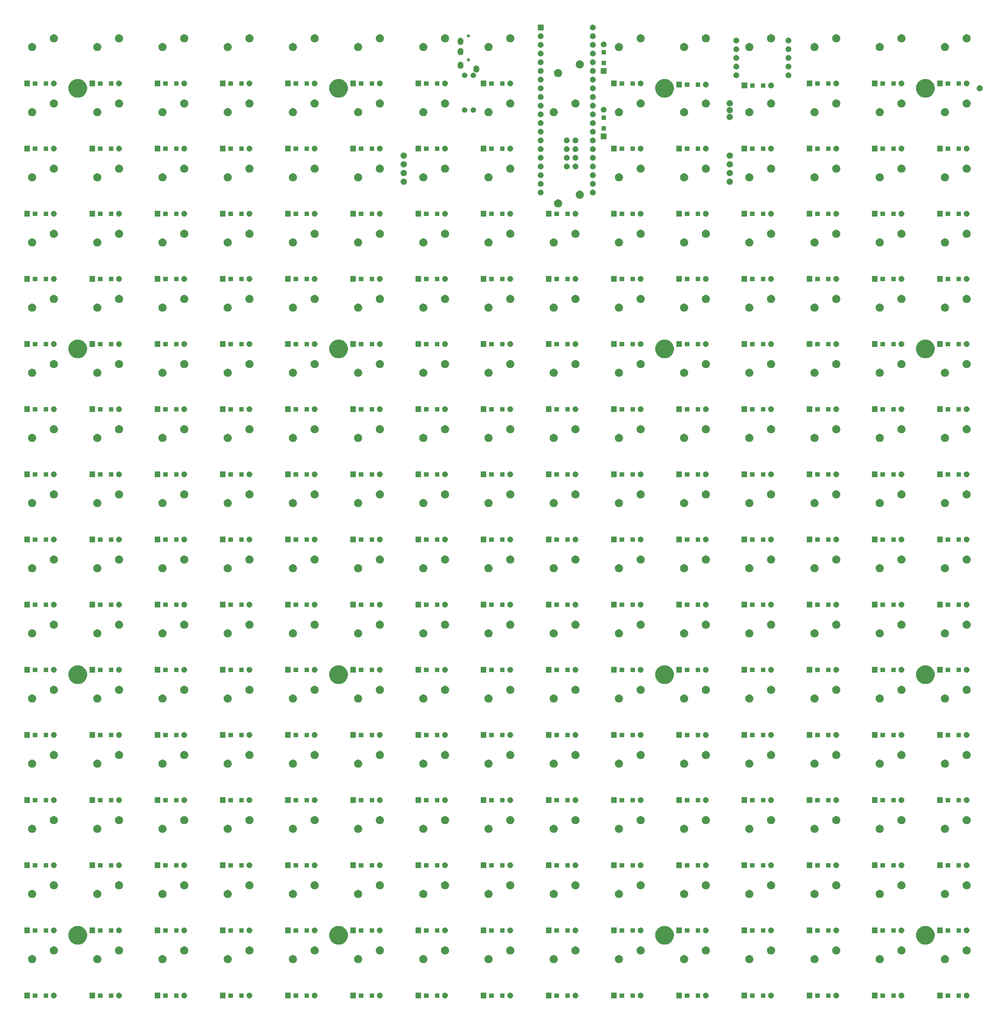
<source format=gbr>
G04 #@! TF.GenerationSoftware,KiCad,Pcbnew,(5.0.0)*
G04 #@! TF.CreationDate,2018-07-31T20:13:39-04:00*
G04 #@! TF.ProjectId,scrabblepad,7363726162626C657061642E6B696361,rev?*
G04 #@! TF.SameCoordinates,Original*
G04 #@! TF.FileFunction,Soldermask,Bot*
G04 #@! TF.FilePolarity,Negative*
%FSLAX46Y46*%
G04 Gerber Fmt 4.6, Leading zero omitted, Abs format (unit mm)*
G04 Created by KiCad (PCBNEW (5.0.0)) date 07/31/18 20:13:39*
%MOMM*%
%LPD*%
G01*
G04 APERTURE LIST*
%ADD10C,0.150000*%
G04 APERTURE END LIST*
D10*
G36*
X307580019Y-302567281D02*
X307732889Y-302630602D01*
X307824403Y-302691750D01*
X307870471Y-302722531D01*
X307987469Y-302839529D01*
X307987470Y-302839531D01*
X308079398Y-302977111D01*
X308142719Y-303129981D01*
X308175000Y-303292267D01*
X308175000Y-303457733D01*
X308142719Y-303620019D01*
X308079398Y-303772889D01*
X308018250Y-303864403D01*
X307987469Y-303910471D01*
X307870471Y-304027469D01*
X307824403Y-304058250D01*
X307732889Y-304119398D01*
X307580019Y-304182719D01*
X307417733Y-304215000D01*
X307252267Y-304215000D01*
X307089981Y-304182719D01*
X306937111Y-304119398D01*
X306845597Y-304058250D01*
X306799529Y-304027469D01*
X306682531Y-303910471D01*
X306651750Y-303864403D01*
X306590602Y-303772889D01*
X306527281Y-303620019D01*
X306495000Y-303457733D01*
X306495000Y-303292267D01*
X306527281Y-303129981D01*
X306590602Y-302977111D01*
X306682530Y-302839531D01*
X306682531Y-302839529D01*
X306799529Y-302722531D01*
X306845597Y-302691750D01*
X306937111Y-302630602D01*
X307089981Y-302567281D01*
X307252267Y-302535000D01*
X307417733Y-302535000D01*
X307580019Y-302567281D01*
X307580019Y-302567281D01*
G37*
G36*
X167025000Y-304215000D02*
X165345000Y-304215000D01*
X165345000Y-302535000D01*
X167025000Y-302535000D01*
X167025000Y-304215000D01*
X167025000Y-304215000D01*
G37*
G36*
X288530019Y-302567281D02*
X288682889Y-302630602D01*
X288774403Y-302691750D01*
X288820471Y-302722531D01*
X288937469Y-302839529D01*
X288937470Y-302839531D01*
X289029398Y-302977111D01*
X289092719Y-303129981D01*
X289125000Y-303292267D01*
X289125000Y-303457733D01*
X289092719Y-303620019D01*
X289029398Y-303772889D01*
X288968250Y-303864403D01*
X288937469Y-303910471D01*
X288820471Y-304027469D01*
X288774403Y-304058250D01*
X288682889Y-304119398D01*
X288530019Y-304182719D01*
X288367733Y-304215000D01*
X288202267Y-304215000D01*
X288039981Y-304182719D01*
X287887111Y-304119398D01*
X287795597Y-304058250D01*
X287749529Y-304027469D01*
X287632531Y-303910471D01*
X287601750Y-303864403D01*
X287540602Y-303772889D01*
X287477281Y-303620019D01*
X287445000Y-303457733D01*
X287445000Y-303292267D01*
X287477281Y-303129981D01*
X287540602Y-302977111D01*
X287632530Y-302839531D01*
X287632531Y-302839529D01*
X287749529Y-302722531D01*
X287795597Y-302691750D01*
X287887111Y-302630602D01*
X288039981Y-302567281D01*
X288202267Y-302535000D01*
X288367733Y-302535000D01*
X288530019Y-302567281D01*
X288530019Y-302567281D01*
G37*
G36*
X281325000Y-304215000D02*
X279645000Y-304215000D01*
X279645000Y-302535000D01*
X281325000Y-302535000D01*
X281325000Y-304215000D01*
X281325000Y-304215000D01*
G37*
G36*
X269480019Y-302567281D02*
X269632889Y-302630602D01*
X269724403Y-302691750D01*
X269770471Y-302722531D01*
X269887469Y-302839529D01*
X269887470Y-302839531D01*
X269979398Y-302977111D01*
X270042719Y-303129981D01*
X270075000Y-303292267D01*
X270075000Y-303457733D01*
X270042719Y-303620019D01*
X269979398Y-303772889D01*
X269918250Y-303864403D01*
X269887469Y-303910471D01*
X269770471Y-304027469D01*
X269724403Y-304058250D01*
X269632889Y-304119398D01*
X269480019Y-304182719D01*
X269317733Y-304215000D01*
X269152267Y-304215000D01*
X268989981Y-304182719D01*
X268837111Y-304119398D01*
X268745597Y-304058250D01*
X268699529Y-304027469D01*
X268582531Y-303910471D01*
X268551750Y-303864403D01*
X268490602Y-303772889D01*
X268427281Y-303620019D01*
X268395000Y-303457733D01*
X268395000Y-303292267D01*
X268427281Y-303129981D01*
X268490602Y-302977111D01*
X268582530Y-302839531D01*
X268582531Y-302839529D01*
X268699529Y-302722531D01*
X268745597Y-302691750D01*
X268837111Y-302630602D01*
X268989981Y-302567281D01*
X269152267Y-302535000D01*
X269317733Y-302535000D01*
X269480019Y-302567281D01*
X269480019Y-302567281D01*
G37*
G36*
X262275000Y-304215000D02*
X260595000Y-304215000D01*
X260595000Y-302535000D01*
X262275000Y-302535000D01*
X262275000Y-304215000D01*
X262275000Y-304215000D01*
G37*
G36*
X250430019Y-302567281D02*
X250582889Y-302630602D01*
X250674403Y-302691750D01*
X250720471Y-302722531D01*
X250837469Y-302839529D01*
X250837470Y-302839531D01*
X250929398Y-302977111D01*
X250992719Y-303129981D01*
X251025000Y-303292267D01*
X251025000Y-303457733D01*
X250992719Y-303620019D01*
X250929398Y-303772889D01*
X250868250Y-303864403D01*
X250837469Y-303910471D01*
X250720471Y-304027469D01*
X250674403Y-304058250D01*
X250582889Y-304119398D01*
X250430019Y-304182719D01*
X250267733Y-304215000D01*
X250102267Y-304215000D01*
X249939981Y-304182719D01*
X249787111Y-304119398D01*
X249695597Y-304058250D01*
X249649529Y-304027469D01*
X249532531Y-303910471D01*
X249501750Y-303864403D01*
X249440602Y-303772889D01*
X249377281Y-303620019D01*
X249345000Y-303457733D01*
X249345000Y-303292267D01*
X249377281Y-303129981D01*
X249440602Y-302977111D01*
X249532530Y-302839531D01*
X249532531Y-302839529D01*
X249649529Y-302722531D01*
X249695597Y-302691750D01*
X249787111Y-302630602D01*
X249939981Y-302567281D01*
X250102267Y-302535000D01*
X250267733Y-302535000D01*
X250430019Y-302567281D01*
X250430019Y-302567281D01*
G37*
G36*
X243225000Y-304215000D02*
X241545000Y-304215000D01*
X241545000Y-302535000D01*
X243225000Y-302535000D01*
X243225000Y-304215000D01*
X243225000Y-304215000D01*
G37*
G36*
X231380019Y-302567281D02*
X231532889Y-302630602D01*
X231624403Y-302691750D01*
X231670471Y-302722531D01*
X231787469Y-302839529D01*
X231787470Y-302839531D01*
X231879398Y-302977111D01*
X231942719Y-303129981D01*
X231975000Y-303292267D01*
X231975000Y-303457733D01*
X231942719Y-303620019D01*
X231879398Y-303772889D01*
X231818250Y-303864403D01*
X231787469Y-303910471D01*
X231670471Y-304027469D01*
X231624403Y-304058250D01*
X231532889Y-304119398D01*
X231380019Y-304182719D01*
X231217733Y-304215000D01*
X231052267Y-304215000D01*
X230889981Y-304182719D01*
X230737111Y-304119398D01*
X230645597Y-304058250D01*
X230599529Y-304027469D01*
X230482531Y-303910471D01*
X230451750Y-303864403D01*
X230390602Y-303772889D01*
X230327281Y-303620019D01*
X230295000Y-303457733D01*
X230295000Y-303292267D01*
X230327281Y-303129981D01*
X230390602Y-302977111D01*
X230482530Y-302839531D01*
X230482531Y-302839529D01*
X230599529Y-302722531D01*
X230645597Y-302691750D01*
X230737111Y-302630602D01*
X230889981Y-302567281D01*
X231052267Y-302535000D01*
X231217733Y-302535000D01*
X231380019Y-302567281D01*
X231380019Y-302567281D01*
G37*
G36*
X224175000Y-304215000D02*
X222495000Y-304215000D01*
X222495000Y-302535000D01*
X224175000Y-302535000D01*
X224175000Y-304215000D01*
X224175000Y-304215000D01*
G37*
G36*
X212330019Y-302567281D02*
X212482889Y-302630602D01*
X212574403Y-302691750D01*
X212620471Y-302722531D01*
X212737469Y-302839529D01*
X212737470Y-302839531D01*
X212829398Y-302977111D01*
X212892719Y-303129981D01*
X212925000Y-303292267D01*
X212925000Y-303457733D01*
X212892719Y-303620019D01*
X212829398Y-303772889D01*
X212768250Y-303864403D01*
X212737469Y-303910471D01*
X212620471Y-304027469D01*
X212574403Y-304058250D01*
X212482889Y-304119398D01*
X212330019Y-304182719D01*
X212167733Y-304215000D01*
X212002267Y-304215000D01*
X211839981Y-304182719D01*
X211687111Y-304119398D01*
X211595597Y-304058250D01*
X211549529Y-304027469D01*
X211432531Y-303910471D01*
X211401750Y-303864403D01*
X211340602Y-303772889D01*
X211277281Y-303620019D01*
X211245000Y-303457733D01*
X211245000Y-303292267D01*
X211277281Y-303129981D01*
X211340602Y-302977111D01*
X211432530Y-302839531D01*
X211432531Y-302839529D01*
X211549529Y-302722531D01*
X211595597Y-302691750D01*
X211687111Y-302630602D01*
X211839981Y-302567281D01*
X212002267Y-302535000D01*
X212167733Y-302535000D01*
X212330019Y-302567281D01*
X212330019Y-302567281D01*
G37*
G36*
X205125000Y-304215000D02*
X203445000Y-304215000D01*
X203445000Y-302535000D01*
X205125000Y-302535000D01*
X205125000Y-304215000D01*
X205125000Y-304215000D01*
G37*
G36*
X193280019Y-302567281D02*
X193432889Y-302630602D01*
X193524403Y-302691750D01*
X193570471Y-302722531D01*
X193687469Y-302839529D01*
X193687470Y-302839531D01*
X193779398Y-302977111D01*
X193842719Y-303129981D01*
X193875000Y-303292267D01*
X193875000Y-303457733D01*
X193842719Y-303620019D01*
X193779398Y-303772889D01*
X193718250Y-303864403D01*
X193687469Y-303910471D01*
X193570471Y-304027469D01*
X193524403Y-304058250D01*
X193432889Y-304119398D01*
X193280019Y-304182719D01*
X193117733Y-304215000D01*
X192952267Y-304215000D01*
X192789981Y-304182719D01*
X192637111Y-304119398D01*
X192545597Y-304058250D01*
X192499529Y-304027469D01*
X192382531Y-303910471D01*
X192351750Y-303864403D01*
X192290602Y-303772889D01*
X192227281Y-303620019D01*
X192195000Y-303457733D01*
X192195000Y-303292267D01*
X192227281Y-303129981D01*
X192290602Y-302977111D01*
X192382530Y-302839531D01*
X192382531Y-302839529D01*
X192499529Y-302722531D01*
X192545597Y-302691750D01*
X192637111Y-302630602D01*
X192789981Y-302567281D01*
X192952267Y-302535000D01*
X193117733Y-302535000D01*
X193280019Y-302567281D01*
X193280019Y-302567281D01*
G37*
G36*
X186075000Y-304215000D02*
X184395000Y-304215000D01*
X184395000Y-302535000D01*
X186075000Y-302535000D01*
X186075000Y-304215000D01*
X186075000Y-304215000D01*
G37*
G36*
X174230019Y-302567281D02*
X174382889Y-302630602D01*
X174474403Y-302691750D01*
X174520471Y-302722531D01*
X174637469Y-302839529D01*
X174637470Y-302839531D01*
X174729398Y-302977111D01*
X174792719Y-303129981D01*
X174825000Y-303292267D01*
X174825000Y-303457733D01*
X174792719Y-303620019D01*
X174729398Y-303772889D01*
X174668250Y-303864403D01*
X174637469Y-303910471D01*
X174520471Y-304027469D01*
X174474403Y-304058250D01*
X174382889Y-304119398D01*
X174230019Y-304182719D01*
X174067733Y-304215000D01*
X173902267Y-304215000D01*
X173739981Y-304182719D01*
X173587111Y-304119398D01*
X173495597Y-304058250D01*
X173449529Y-304027469D01*
X173332531Y-303910471D01*
X173301750Y-303864403D01*
X173240602Y-303772889D01*
X173177281Y-303620019D01*
X173145000Y-303457733D01*
X173145000Y-303292267D01*
X173177281Y-303129981D01*
X173240602Y-302977111D01*
X173332530Y-302839531D01*
X173332531Y-302839529D01*
X173449529Y-302722531D01*
X173495597Y-302691750D01*
X173587111Y-302630602D01*
X173739981Y-302567281D01*
X173902267Y-302535000D01*
X174067733Y-302535000D01*
X174230019Y-302567281D01*
X174230019Y-302567281D01*
G37*
G36*
X300375000Y-304215000D02*
X298695000Y-304215000D01*
X298695000Y-302535000D01*
X300375000Y-302535000D01*
X300375000Y-304215000D01*
X300375000Y-304215000D01*
G37*
G36*
X147975000Y-304215000D02*
X146295000Y-304215000D01*
X146295000Y-302535000D01*
X147975000Y-302535000D01*
X147975000Y-304215000D01*
X147975000Y-304215000D01*
G37*
G36*
X155180019Y-302567281D02*
X155332889Y-302630602D01*
X155424403Y-302691750D01*
X155470471Y-302722531D01*
X155587469Y-302839529D01*
X155587470Y-302839531D01*
X155679398Y-302977111D01*
X155742719Y-303129981D01*
X155775000Y-303292267D01*
X155775000Y-303457733D01*
X155742719Y-303620019D01*
X155679398Y-303772889D01*
X155618250Y-303864403D01*
X155587469Y-303910471D01*
X155470471Y-304027469D01*
X155424403Y-304058250D01*
X155332889Y-304119398D01*
X155180019Y-304182719D01*
X155017733Y-304215000D01*
X154852267Y-304215000D01*
X154689981Y-304182719D01*
X154537111Y-304119398D01*
X154445597Y-304058250D01*
X154399529Y-304027469D01*
X154282531Y-303910471D01*
X154251750Y-303864403D01*
X154190602Y-303772889D01*
X154127281Y-303620019D01*
X154095000Y-303457733D01*
X154095000Y-303292267D01*
X154127281Y-303129981D01*
X154190602Y-302977111D01*
X154282530Y-302839531D01*
X154282531Y-302839529D01*
X154399529Y-302722531D01*
X154445597Y-302691750D01*
X154537111Y-302630602D01*
X154689981Y-302567281D01*
X154852267Y-302535000D01*
X155017733Y-302535000D01*
X155180019Y-302567281D01*
X155180019Y-302567281D01*
G37*
G36*
X33675000Y-304215000D02*
X31995000Y-304215000D01*
X31995000Y-302535000D01*
X33675000Y-302535000D01*
X33675000Y-304215000D01*
X33675000Y-304215000D01*
G37*
G36*
X40880019Y-302567281D02*
X41032889Y-302630602D01*
X41124403Y-302691750D01*
X41170471Y-302722531D01*
X41287469Y-302839529D01*
X41287470Y-302839531D01*
X41379398Y-302977111D01*
X41442719Y-303129981D01*
X41475000Y-303292267D01*
X41475000Y-303457733D01*
X41442719Y-303620019D01*
X41379398Y-303772889D01*
X41318250Y-303864403D01*
X41287469Y-303910471D01*
X41170471Y-304027469D01*
X41124403Y-304058250D01*
X41032889Y-304119398D01*
X40880019Y-304182719D01*
X40717733Y-304215000D01*
X40552267Y-304215000D01*
X40389981Y-304182719D01*
X40237111Y-304119398D01*
X40145597Y-304058250D01*
X40099529Y-304027469D01*
X39982531Y-303910471D01*
X39951750Y-303864403D01*
X39890602Y-303772889D01*
X39827281Y-303620019D01*
X39795000Y-303457733D01*
X39795000Y-303292267D01*
X39827281Y-303129981D01*
X39890602Y-302977111D01*
X39982530Y-302839531D01*
X39982531Y-302839529D01*
X40099529Y-302722531D01*
X40145597Y-302691750D01*
X40237111Y-302630602D01*
X40389981Y-302567281D01*
X40552267Y-302535000D01*
X40717733Y-302535000D01*
X40880019Y-302567281D01*
X40880019Y-302567281D01*
G37*
G36*
X52725000Y-304215000D02*
X51045000Y-304215000D01*
X51045000Y-302535000D01*
X52725000Y-302535000D01*
X52725000Y-304215000D01*
X52725000Y-304215000D01*
G37*
G36*
X59930019Y-302567281D02*
X60082889Y-302630602D01*
X60174403Y-302691750D01*
X60220471Y-302722531D01*
X60337469Y-302839529D01*
X60337470Y-302839531D01*
X60429398Y-302977111D01*
X60492719Y-303129981D01*
X60525000Y-303292267D01*
X60525000Y-303457733D01*
X60492719Y-303620019D01*
X60429398Y-303772889D01*
X60368250Y-303864403D01*
X60337469Y-303910471D01*
X60220471Y-304027469D01*
X60174403Y-304058250D01*
X60082889Y-304119398D01*
X59930019Y-304182719D01*
X59767733Y-304215000D01*
X59602267Y-304215000D01*
X59439981Y-304182719D01*
X59287111Y-304119398D01*
X59195597Y-304058250D01*
X59149529Y-304027469D01*
X59032531Y-303910471D01*
X59001750Y-303864403D01*
X58940602Y-303772889D01*
X58877281Y-303620019D01*
X58845000Y-303457733D01*
X58845000Y-303292267D01*
X58877281Y-303129981D01*
X58940602Y-302977111D01*
X59032530Y-302839531D01*
X59032531Y-302839529D01*
X59149529Y-302722531D01*
X59195597Y-302691750D01*
X59287111Y-302630602D01*
X59439981Y-302567281D01*
X59602267Y-302535000D01*
X59767733Y-302535000D01*
X59930019Y-302567281D01*
X59930019Y-302567281D01*
G37*
G36*
X71775000Y-304215000D02*
X70095000Y-304215000D01*
X70095000Y-302535000D01*
X71775000Y-302535000D01*
X71775000Y-304215000D01*
X71775000Y-304215000D01*
G37*
G36*
X78980019Y-302567281D02*
X79132889Y-302630602D01*
X79224403Y-302691750D01*
X79270471Y-302722531D01*
X79387469Y-302839529D01*
X79387470Y-302839531D01*
X79479398Y-302977111D01*
X79542719Y-303129981D01*
X79575000Y-303292267D01*
X79575000Y-303457733D01*
X79542719Y-303620019D01*
X79479398Y-303772889D01*
X79418250Y-303864403D01*
X79387469Y-303910471D01*
X79270471Y-304027469D01*
X79224403Y-304058250D01*
X79132889Y-304119398D01*
X78980019Y-304182719D01*
X78817733Y-304215000D01*
X78652267Y-304215000D01*
X78489981Y-304182719D01*
X78337111Y-304119398D01*
X78245597Y-304058250D01*
X78199529Y-304027469D01*
X78082531Y-303910471D01*
X78051750Y-303864403D01*
X77990602Y-303772889D01*
X77927281Y-303620019D01*
X77895000Y-303457733D01*
X77895000Y-303292267D01*
X77927281Y-303129981D01*
X77990602Y-302977111D01*
X78082530Y-302839531D01*
X78082531Y-302839529D01*
X78199529Y-302722531D01*
X78245597Y-302691750D01*
X78337111Y-302630602D01*
X78489981Y-302567281D01*
X78652267Y-302535000D01*
X78817733Y-302535000D01*
X78980019Y-302567281D01*
X78980019Y-302567281D01*
G37*
G36*
X90825000Y-304215000D02*
X89145000Y-304215000D01*
X89145000Y-302535000D01*
X90825000Y-302535000D01*
X90825000Y-304215000D01*
X90825000Y-304215000D01*
G37*
G36*
X98030019Y-302567281D02*
X98182889Y-302630602D01*
X98274403Y-302691750D01*
X98320471Y-302722531D01*
X98437469Y-302839529D01*
X98437470Y-302839531D01*
X98529398Y-302977111D01*
X98592719Y-303129981D01*
X98625000Y-303292267D01*
X98625000Y-303457733D01*
X98592719Y-303620019D01*
X98529398Y-303772889D01*
X98468250Y-303864403D01*
X98437469Y-303910471D01*
X98320471Y-304027469D01*
X98274403Y-304058250D01*
X98182889Y-304119398D01*
X98030019Y-304182719D01*
X97867733Y-304215000D01*
X97702267Y-304215000D01*
X97539981Y-304182719D01*
X97387111Y-304119398D01*
X97295597Y-304058250D01*
X97249529Y-304027469D01*
X97132531Y-303910471D01*
X97101750Y-303864403D01*
X97040602Y-303772889D01*
X96977281Y-303620019D01*
X96945000Y-303457733D01*
X96945000Y-303292267D01*
X96977281Y-303129981D01*
X97040602Y-302977111D01*
X97132530Y-302839531D01*
X97132531Y-302839529D01*
X97249529Y-302722531D01*
X97295597Y-302691750D01*
X97387111Y-302630602D01*
X97539981Y-302567281D01*
X97702267Y-302535000D01*
X97867733Y-302535000D01*
X98030019Y-302567281D01*
X98030019Y-302567281D01*
G37*
G36*
X109875000Y-304215000D02*
X108195000Y-304215000D01*
X108195000Y-302535000D01*
X109875000Y-302535000D01*
X109875000Y-304215000D01*
X109875000Y-304215000D01*
G37*
G36*
X117080019Y-302567281D02*
X117232889Y-302630602D01*
X117324403Y-302691750D01*
X117370471Y-302722531D01*
X117487469Y-302839529D01*
X117487470Y-302839531D01*
X117579398Y-302977111D01*
X117642719Y-303129981D01*
X117675000Y-303292267D01*
X117675000Y-303457733D01*
X117642719Y-303620019D01*
X117579398Y-303772889D01*
X117518250Y-303864403D01*
X117487469Y-303910471D01*
X117370471Y-304027469D01*
X117324403Y-304058250D01*
X117232889Y-304119398D01*
X117080019Y-304182719D01*
X116917733Y-304215000D01*
X116752267Y-304215000D01*
X116589981Y-304182719D01*
X116437111Y-304119398D01*
X116345597Y-304058250D01*
X116299529Y-304027469D01*
X116182531Y-303910471D01*
X116151750Y-303864403D01*
X116090602Y-303772889D01*
X116027281Y-303620019D01*
X115995000Y-303457733D01*
X115995000Y-303292267D01*
X116027281Y-303129981D01*
X116090602Y-302977111D01*
X116182530Y-302839531D01*
X116182531Y-302839529D01*
X116299529Y-302722531D01*
X116345597Y-302691750D01*
X116437111Y-302630602D01*
X116589981Y-302567281D01*
X116752267Y-302535000D01*
X116917733Y-302535000D01*
X117080019Y-302567281D01*
X117080019Y-302567281D01*
G37*
G36*
X128925000Y-304215000D02*
X127245000Y-304215000D01*
X127245000Y-302535000D01*
X128925000Y-302535000D01*
X128925000Y-304215000D01*
X128925000Y-304215000D01*
G37*
G36*
X136130019Y-302567281D02*
X136282889Y-302630602D01*
X136374403Y-302691750D01*
X136420471Y-302722531D01*
X136537469Y-302839529D01*
X136537470Y-302839531D01*
X136629398Y-302977111D01*
X136692719Y-303129981D01*
X136725000Y-303292267D01*
X136725000Y-303457733D01*
X136692719Y-303620019D01*
X136629398Y-303772889D01*
X136568250Y-303864403D01*
X136537469Y-303910471D01*
X136420471Y-304027469D01*
X136374403Y-304058250D01*
X136282889Y-304119398D01*
X136130019Y-304182719D01*
X135967733Y-304215000D01*
X135802267Y-304215000D01*
X135639981Y-304182719D01*
X135487111Y-304119398D01*
X135395597Y-304058250D01*
X135349529Y-304027469D01*
X135232531Y-303910471D01*
X135201750Y-303864403D01*
X135140602Y-303772889D01*
X135077281Y-303620019D01*
X135045000Y-303457733D01*
X135045000Y-303292267D01*
X135077281Y-303129981D01*
X135140602Y-302977111D01*
X135232530Y-302839531D01*
X135232531Y-302839529D01*
X135349529Y-302722531D01*
X135395597Y-302691750D01*
X135487111Y-302630602D01*
X135639981Y-302567281D01*
X135802267Y-302535000D01*
X135967733Y-302535000D01*
X136130019Y-302567281D01*
X136130019Y-302567281D01*
G37*
G36*
X54850000Y-304015000D02*
X53570000Y-304015000D01*
X53570000Y-302735000D01*
X54850000Y-302735000D01*
X54850000Y-304015000D01*
X54850000Y-304015000D01*
G37*
G36*
X77050000Y-304015000D02*
X75770000Y-304015000D01*
X75770000Y-302735000D01*
X77050000Y-302735000D01*
X77050000Y-304015000D01*
X77050000Y-304015000D01*
G37*
G36*
X73900000Y-304015000D02*
X72620000Y-304015000D01*
X72620000Y-302735000D01*
X73900000Y-302735000D01*
X73900000Y-304015000D01*
X73900000Y-304015000D01*
G37*
G36*
X96100000Y-304015000D02*
X94820000Y-304015000D01*
X94820000Y-302735000D01*
X96100000Y-302735000D01*
X96100000Y-304015000D01*
X96100000Y-304015000D01*
G37*
G36*
X210400000Y-304015000D02*
X209120000Y-304015000D01*
X209120000Y-302735000D01*
X210400000Y-302735000D01*
X210400000Y-304015000D01*
X210400000Y-304015000D01*
G37*
G36*
X115150000Y-304015000D02*
X113870000Y-304015000D01*
X113870000Y-302735000D01*
X115150000Y-302735000D01*
X115150000Y-304015000D01*
X115150000Y-304015000D01*
G37*
G36*
X112000000Y-304015000D02*
X110720000Y-304015000D01*
X110720000Y-302735000D01*
X112000000Y-302735000D01*
X112000000Y-304015000D01*
X112000000Y-304015000D01*
G37*
G36*
X134200000Y-304015000D02*
X132920000Y-304015000D01*
X132920000Y-302735000D01*
X134200000Y-302735000D01*
X134200000Y-304015000D01*
X134200000Y-304015000D01*
G37*
G36*
X131050000Y-304015000D02*
X129770000Y-304015000D01*
X129770000Y-302735000D01*
X131050000Y-302735000D01*
X131050000Y-304015000D01*
X131050000Y-304015000D01*
G37*
G36*
X153250000Y-304015000D02*
X151970000Y-304015000D01*
X151970000Y-302735000D01*
X153250000Y-302735000D01*
X153250000Y-304015000D01*
X153250000Y-304015000D01*
G37*
G36*
X150100000Y-304015000D02*
X148820000Y-304015000D01*
X148820000Y-302735000D01*
X150100000Y-302735000D01*
X150100000Y-304015000D01*
X150100000Y-304015000D01*
G37*
G36*
X169150000Y-304015000D02*
X167870000Y-304015000D01*
X167870000Y-302735000D01*
X169150000Y-302735000D01*
X169150000Y-304015000D01*
X169150000Y-304015000D01*
G37*
G36*
X191350000Y-304015000D02*
X190070000Y-304015000D01*
X190070000Y-302735000D01*
X191350000Y-302735000D01*
X191350000Y-304015000D01*
X191350000Y-304015000D01*
G37*
G36*
X188200000Y-304015000D02*
X186920000Y-304015000D01*
X186920000Y-302735000D01*
X188200000Y-302735000D01*
X188200000Y-304015000D01*
X188200000Y-304015000D01*
G37*
G36*
X267550000Y-304015000D02*
X266270000Y-304015000D01*
X266270000Y-302735000D01*
X267550000Y-302735000D01*
X267550000Y-304015000D01*
X267550000Y-304015000D01*
G37*
G36*
X35800000Y-304015000D02*
X34520000Y-304015000D01*
X34520000Y-302735000D01*
X35800000Y-302735000D01*
X35800000Y-304015000D01*
X35800000Y-304015000D01*
G37*
G36*
X58000000Y-304015000D02*
X56720000Y-304015000D01*
X56720000Y-302735000D01*
X58000000Y-302735000D01*
X58000000Y-304015000D01*
X58000000Y-304015000D01*
G37*
G36*
X207250000Y-304015000D02*
X205970000Y-304015000D01*
X205970000Y-302735000D01*
X207250000Y-302735000D01*
X207250000Y-304015000D01*
X207250000Y-304015000D01*
G37*
G36*
X172300000Y-304015000D02*
X171020000Y-304015000D01*
X171020000Y-302735000D01*
X172300000Y-302735000D01*
X172300000Y-304015000D01*
X172300000Y-304015000D01*
G37*
G36*
X302500000Y-304015000D02*
X301220000Y-304015000D01*
X301220000Y-302735000D01*
X302500000Y-302735000D01*
X302500000Y-304015000D01*
X302500000Y-304015000D01*
G37*
G36*
X305650000Y-304015000D02*
X304370000Y-304015000D01*
X304370000Y-302735000D01*
X305650000Y-302735000D01*
X305650000Y-304015000D01*
X305650000Y-304015000D01*
G37*
G36*
X229450000Y-304015000D02*
X228170000Y-304015000D01*
X228170000Y-302735000D01*
X229450000Y-302735000D01*
X229450000Y-304015000D01*
X229450000Y-304015000D01*
G37*
G36*
X226300000Y-304015000D02*
X225020000Y-304015000D01*
X225020000Y-302735000D01*
X226300000Y-302735000D01*
X226300000Y-304015000D01*
X226300000Y-304015000D01*
G37*
G36*
X283450000Y-304015000D02*
X282170000Y-304015000D01*
X282170000Y-302735000D01*
X283450000Y-302735000D01*
X283450000Y-304015000D01*
X283450000Y-304015000D01*
G37*
G36*
X248500000Y-304015000D02*
X247220000Y-304015000D01*
X247220000Y-302735000D01*
X248500000Y-302735000D01*
X248500000Y-304015000D01*
X248500000Y-304015000D01*
G37*
G36*
X245350000Y-304015000D02*
X244070000Y-304015000D01*
X244070000Y-302735000D01*
X245350000Y-302735000D01*
X245350000Y-304015000D01*
X245350000Y-304015000D01*
G37*
G36*
X264400000Y-304015000D02*
X263120000Y-304015000D01*
X263120000Y-302735000D01*
X264400000Y-302735000D01*
X264400000Y-304015000D01*
X264400000Y-304015000D01*
G37*
G36*
X286600000Y-304015000D02*
X285320000Y-304015000D01*
X285320000Y-302735000D01*
X286600000Y-302735000D01*
X286600000Y-304015000D01*
X286600000Y-304015000D01*
G37*
G36*
X92950000Y-304015000D02*
X91670000Y-304015000D01*
X91670000Y-302735000D01*
X92950000Y-302735000D01*
X92950000Y-304015000D01*
X92950000Y-304015000D01*
G37*
G36*
X38950000Y-304015000D02*
X37670000Y-304015000D01*
X37670000Y-302735000D01*
X38950000Y-302735000D01*
X38950000Y-304015000D01*
X38950000Y-304015000D01*
G37*
G36*
X110835067Y-291597461D02*
X110961183Y-291649700D01*
X111050361Y-291686639D01*
X111179242Y-291772755D01*
X111244121Y-291816105D01*
X111408895Y-291980879D01*
X111408896Y-291980881D01*
X111538361Y-292174639D01*
X111538361Y-292174640D01*
X111627539Y-292389933D01*
X111673000Y-292618483D01*
X111673000Y-292851517D01*
X111627539Y-293080067D01*
X111575300Y-293206183D01*
X111538361Y-293295361D01*
X111452245Y-293424242D01*
X111408895Y-293489121D01*
X111244121Y-293653895D01*
X111179242Y-293697245D01*
X111050361Y-293783361D01*
X110961183Y-293820300D01*
X110835067Y-293872539D01*
X110606517Y-293918000D01*
X110373483Y-293918000D01*
X110144933Y-293872539D01*
X110018817Y-293820300D01*
X109929639Y-293783361D01*
X109800758Y-293697245D01*
X109735879Y-293653895D01*
X109571105Y-293489121D01*
X109527755Y-293424242D01*
X109441639Y-293295361D01*
X109404700Y-293206183D01*
X109352461Y-293080067D01*
X109307000Y-292851517D01*
X109307000Y-292618483D01*
X109352461Y-292389933D01*
X109441639Y-292174640D01*
X109441639Y-292174639D01*
X109571104Y-291980881D01*
X109571105Y-291980879D01*
X109735879Y-291816105D01*
X109800758Y-291772755D01*
X109929639Y-291686639D01*
X110018817Y-291649700D01*
X110144933Y-291597461D01*
X110373483Y-291552000D01*
X110606517Y-291552000D01*
X110835067Y-291597461D01*
X110835067Y-291597461D01*
G37*
G36*
X91785067Y-291597461D02*
X91911183Y-291649700D01*
X92000361Y-291686639D01*
X92129242Y-291772755D01*
X92194121Y-291816105D01*
X92358895Y-291980879D01*
X92358896Y-291980881D01*
X92488361Y-292174639D01*
X92488361Y-292174640D01*
X92577539Y-292389933D01*
X92623000Y-292618483D01*
X92623000Y-292851517D01*
X92577539Y-293080067D01*
X92525300Y-293206183D01*
X92488361Y-293295361D01*
X92402245Y-293424242D01*
X92358895Y-293489121D01*
X92194121Y-293653895D01*
X92129242Y-293697245D01*
X92000361Y-293783361D01*
X91911183Y-293820300D01*
X91785067Y-293872539D01*
X91556517Y-293918000D01*
X91323483Y-293918000D01*
X91094933Y-293872539D01*
X90968817Y-293820300D01*
X90879639Y-293783361D01*
X90750758Y-293697245D01*
X90685879Y-293653895D01*
X90521105Y-293489121D01*
X90477755Y-293424242D01*
X90391639Y-293295361D01*
X90354700Y-293206183D01*
X90302461Y-293080067D01*
X90257000Y-292851517D01*
X90257000Y-292618483D01*
X90302461Y-292389933D01*
X90391639Y-292174640D01*
X90391639Y-292174639D01*
X90521104Y-291980881D01*
X90521105Y-291980879D01*
X90685879Y-291816105D01*
X90750758Y-291772755D01*
X90879639Y-291686639D01*
X90968817Y-291649700D01*
X91094933Y-291597461D01*
X91323483Y-291552000D01*
X91556517Y-291552000D01*
X91785067Y-291597461D01*
X91785067Y-291597461D01*
G37*
G36*
X72735067Y-291597461D02*
X72861183Y-291649700D01*
X72950361Y-291686639D01*
X73079242Y-291772755D01*
X73144121Y-291816105D01*
X73308895Y-291980879D01*
X73308896Y-291980881D01*
X73438361Y-292174639D01*
X73438361Y-292174640D01*
X73527539Y-292389933D01*
X73573000Y-292618483D01*
X73573000Y-292851517D01*
X73527539Y-293080067D01*
X73475300Y-293206183D01*
X73438361Y-293295361D01*
X73352245Y-293424242D01*
X73308895Y-293489121D01*
X73144121Y-293653895D01*
X73079242Y-293697245D01*
X72950361Y-293783361D01*
X72861183Y-293820300D01*
X72735067Y-293872539D01*
X72506517Y-293918000D01*
X72273483Y-293918000D01*
X72044933Y-293872539D01*
X71918817Y-293820300D01*
X71829639Y-293783361D01*
X71700758Y-293697245D01*
X71635879Y-293653895D01*
X71471105Y-293489121D01*
X71427755Y-293424242D01*
X71341639Y-293295361D01*
X71304700Y-293206183D01*
X71252461Y-293080067D01*
X71207000Y-292851517D01*
X71207000Y-292618483D01*
X71252461Y-292389933D01*
X71341639Y-292174640D01*
X71341639Y-292174639D01*
X71471104Y-291980881D01*
X71471105Y-291980879D01*
X71635879Y-291816105D01*
X71700758Y-291772755D01*
X71829639Y-291686639D01*
X71918817Y-291649700D01*
X72044933Y-291597461D01*
X72273483Y-291552000D01*
X72506517Y-291552000D01*
X72735067Y-291597461D01*
X72735067Y-291597461D01*
G37*
G36*
X263235067Y-291597461D02*
X263361183Y-291649700D01*
X263450361Y-291686639D01*
X263579242Y-291772755D01*
X263644121Y-291816105D01*
X263808895Y-291980879D01*
X263808896Y-291980881D01*
X263938361Y-292174639D01*
X263938361Y-292174640D01*
X264027539Y-292389933D01*
X264073000Y-292618483D01*
X264073000Y-292851517D01*
X264027539Y-293080067D01*
X263975300Y-293206183D01*
X263938361Y-293295361D01*
X263852245Y-293424242D01*
X263808895Y-293489121D01*
X263644121Y-293653895D01*
X263579242Y-293697245D01*
X263450361Y-293783361D01*
X263361183Y-293820300D01*
X263235067Y-293872539D01*
X263006517Y-293918000D01*
X262773483Y-293918000D01*
X262544933Y-293872539D01*
X262418817Y-293820300D01*
X262329639Y-293783361D01*
X262200758Y-293697245D01*
X262135879Y-293653895D01*
X261971105Y-293489121D01*
X261927755Y-293424242D01*
X261841639Y-293295361D01*
X261804700Y-293206183D01*
X261752461Y-293080067D01*
X261707000Y-292851517D01*
X261707000Y-292618483D01*
X261752461Y-292389933D01*
X261841639Y-292174640D01*
X261841639Y-292174639D01*
X261971104Y-291980881D01*
X261971105Y-291980879D01*
X262135879Y-291816105D01*
X262200758Y-291772755D01*
X262329639Y-291686639D01*
X262418817Y-291649700D01*
X262544933Y-291597461D01*
X262773483Y-291552000D01*
X263006517Y-291552000D01*
X263235067Y-291597461D01*
X263235067Y-291597461D01*
G37*
G36*
X53685067Y-291597461D02*
X53811183Y-291649700D01*
X53900361Y-291686639D01*
X54029242Y-291772755D01*
X54094121Y-291816105D01*
X54258895Y-291980879D01*
X54258896Y-291980881D01*
X54388361Y-292174639D01*
X54388361Y-292174640D01*
X54477539Y-292389933D01*
X54523000Y-292618483D01*
X54523000Y-292851517D01*
X54477539Y-293080067D01*
X54425300Y-293206183D01*
X54388361Y-293295361D01*
X54302245Y-293424242D01*
X54258895Y-293489121D01*
X54094121Y-293653895D01*
X54029242Y-293697245D01*
X53900361Y-293783361D01*
X53811183Y-293820300D01*
X53685067Y-293872539D01*
X53456517Y-293918000D01*
X53223483Y-293918000D01*
X52994933Y-293872539D01*
X52868817Y-293820300D01*
X52779639Y-293783361D01*
X52650758Y-293697245D01*
X52585879Y-293653895D01*
X52421105Y-293489121D01*
X52377755Y-293424242D01*
X52291639Y-293295361D01*
X52254700Y-293206183D01*
X52202461Y-293080067D01*
X52157000Y-292851517D01*
X52157000Y-292618483D01*
X52202461Y-292389933D01*
X52291639Y-292174640D01*
X52291639Y-292174639D01*
X52421104Y-291980881D01*
X52421105Y-291980879D01*
X52585879Y-291816105D01*
X52650758Y-291772755D01*
X52779639Y-291686639D01*
X52868817Y-291649700D01*
X52994933Y-291597461D01*
X53223483Y-291552000D01*
X53456517Y-291552000D01*
X53685067Y-291597461D01*
X53685067Y-291597461D01*
G37*
G36*
X34635067Y-291597461D02*
X34761183Y-291649700D01*
X34850361Y-291686639D01*
X34979242Y-291772755D01*
X35044121Y-291816105D01*
X35208895Y-291980879D01*
X35208896Y-291980881D01*
X35338361Y-292174639D01*
X35338361Y-292174640D01*
X35427539Y-292389933D01*
X35473000Y-292618483D01*
X35473000Y-292851517D01*
X35427539Y-293080067D01*
X35375300Y-293206183D01*
X35338361Y-293295361D01*
X35252245Y-293424242D01*
X35208895Y-293489121D01*
X35044121Y-293653895D01*
X34979242Y-293697245D01*
X34850361Y-293783361D01*
X34761183Y-293820300D01*
X34635067Y-293872539D01*
X34406517Y-293918000D01*
X34173483Y-293918000D01*
X33944933Y-293872539D01*
X33818817Y-293820300D01*
X33729639Y-293783361D01*
X33600758Y-293697245D01*
X33535879Y-293653895D01*
X33371105Y-293489121D01*
X33327755Y-293424242D01*
X33241639Y-293295361D01*
X33204700Y-293206183D01*
X33152461Y-293080067D01*
X33107000Y-292851517D01*
X33107000Y-292618483D01*
X33152461Y-292389933D01*
X33241639Y-292174640D01*
X33241639Y-292174639D01*
X33371104Y-291980881D01*
X33371105Y-291980879D01*
X33535879Y-291816105D01*
X33600758Y-291772755D01*
X33729639Y-291686639D01*
X33818817Y-291649700D01*
X33944933Y-291597461D01*
X34173483Y-291552000D01*
X34406517Y-291552000D01*
X34635067Y-291597461D01*
X34635067Y-291597461D01*
G37*
G36*
X148935067Y-291597461D02*
X149061183Y-291649700D01*
X149150361Y-291686639D01*
X149279242Y-291772755D01*
X149344121Y-291816105D01*
X149508895Y-291980879D01*
X149508896Y-291980881D01*
X149638361Y-292174639D01*
X149638361Y-292174640D01*
X149727539Y-292389933D01*
X149773000Y-292618483D01*
X149773000Y-292851517D01*
X149727539Y-293080067D01*
X149675300Y-293206183D01*
X149638361Y-293295361D01*
X149552245Y-293424242D01*
X149508895Y-293489121D01*
X149344121Y-293653895D01*
X149279242Y-293697245D01*
X149150361Y-293783361D01*
X149061183Y-293820300D01*
X148935067Y-293872539D01*
X148706517Y-293918000D01*
X148473483Y-293918000D01*
X148244933Y-293872539D01*
X148118817Y-293820300D01*
X148029639Y-293783361D01*
X147900758Y-293697245D01*
X147835879Y-293653895D01*
X147671105Y-293489121D01*
X147627755Y-293424242D01*
X147541639Y-293295361D01*
X147504700Y-293206183D01*
X147452461Y-293080067D01*
X147407000Y-292851517D01*
X147407000Y-292618483D01*
X147452461Y-292389933D01*
X147541639Y-292174640D01*
X147541639Y-292174639D01*
X147671104Y-291980881D01*
X147671105Y-291980879D01*
X147835879Y-291816105D01*
X147900758Y-291772755D01*
X148029639Y-291686639D01*
X148118817Y-291649700D01*
X148244933Y-291597461D01*
X148473483Y-291552000D01*
X148706517Y-291552000D01*
X148935067Y-291597461D01*
X148935067Y-291597461D01*
G37*
G36*
X167985067Y-291597461D02*
X168111183Y-291649700D01*
X168200361Y-291686639D01*
X168329242Y-291772755D01*
X168394121Y-291816105D01*
X168558895Y-291980879D01*
X168558896Y-291980881D01*
X168688361Y-292174639D01*
X168688361Y-292174640D01*
X168777539Y-292389933D01*
X168823000Y-292618483D01*
X168823000Y-292851517D01*
X168777539Y-293080067D01*
X168725300Y-293206183D01*
X168688361Y-293295361D01*
X168602245Y-293424242D01*
X168558895Y-293489121D01*
X168394121Y-293653895D01*
X168329242Y-293697245D01*
X168200361Y-293783361D01*
X168111183Y-293820300D01*
X167985067Y-293872539D01*
X167756517Y-293918000D01*
X167523483Y-293918000D01*
X167294933Y-293872539D01*
X167168817Y-293820300D01*
X167079639Y-293783361D01*
X166950758Y-293697245D01*
X166885879Y-293653895D01*
X166721105Y-293489121D01*
X166677755Y-293424242D01*
X166591639Y-293295361D01*
X166554700Y-293206183D01*
X166502461Y-293080067D01*
X166457000Y-292851517D01*
X166457000Y-292618483D01*
X166502461Y-292389933D01*
X166591639Y-292174640D01*
X166591639Y-292174639D01*
X166721104Y-291980881D01*
X166721105Y-291980879D01*
X166885879Y-291816105D01*
X166950758Y-291772755D01*
X167079639Y-291686639D01*
X167168817Y-291649700D01*
X167294933Y-291597461D01*
X167523483Y-291552000D01*
X167756517Y-291552000D01*
X167985067Y-291597461D01*
X167985067Y-291597461D01*
G37*
G36*
X187035067Y-291597461D02*
X187161183Y-291649700D01*
X187250361Y-291686639D01*
X187379242Y-291772755D01*
X187444121Y-291816105D01*
X187608895Y-291980879D01*
X187608896Y-291980881D01*
X187738361Y-292174639D01*
X187738361Y-292174640D01*
X187827539Y-292389933D01*
X187873000Y-292618483D01*
X187873000Y-292851517D01*
X187827539Y-293080067D01*
X187775300Y-293206183D01*
X187738361Y-293295361D01*
X187652245Y-293424242D01*
X187608895Y-293489121D01*
X187444121Y-293653895D01*
X187379242Y-293697245D01*
X187250361Y-293783361D01*
X187161183Y-293820300D01*
X187035067Y-293872539D01*
X186806517Y-293918000D01*
X186573483Y-293918000D01*
X186344933Y-293872539D01*
X186218817Y-293820300D01*
X186129639Y-293783361D01*
X186000758Y-293697245D01*
X185935879Y-293653895D01*
X185771105Y-293489121D01*
X185727755Y-293424242D01*
X185641639Y-293295361D01*
X185604700Y-293206183D01*
X185552461Y-293080067D01*
X185507000Y-292851517D01*
X185507000Y-292618483D01*
X185552461Y-292389933D01*
X185641639Y-292174640D01*
X185641639Y-292174639D01*
X185771104Y-291980881D01*
X185771105Y-291980879D01*
X185935879Y-291816105D01*
X186000758Y-291772755D01*
X186129639Y-291686639D01*
X186218817Y-291649700D01*
X186344933Y-291597461D01*
X186573483Y-291552000D01*
X186806517Y-291552000D01*
X187035067Y-291597461D01*
X187035067Y-291597461D01*
G37*
G36*
X206085067Y-291597461D02*
X206211183Y-291649700D01*
X206300361Y-291686639D01*
X206429242Y-291772755D01*
X206494121Y-291816105D01*
X206658895Y-291980879D01*
X206658896Y-291980881D01*
X206788361Y-292174639D01*
X206788361Y-292174640D01*
X206877539Y-292389933D01*
X206923000Y-292618483D01*
X206923000Y-292851517D01*
X206877539Y-293080067D01*
X206825300Y-293206183D01*
X206788361Y-293295361D01*
X206702245Y-293424242D01*
X206658895Y-293489121D01*
X206494121Y-293653895D01*
X206429242Y-293697245D01*
X206300361Y-293783361D01*
X206211183Y-293820300D01*
X206085067Y-293872539D01*
X205856517Y-293918000D01*
X205623483Y-293918000D01*
X205394933Y-293872539D01*
X205268817Y-293820300D01*
X205179639Y-293783361D01*
X205050758Y-293697245D01*
X204985879Y-293653895D01*
X204821105Y-293489121D01*
X204777755Y-293424242D01*
X204691639Y-293295361D01*
X204654700Y-293206183D01*
X204602461Y-293080067D01*
X204557000Y-292851517D01*
X204557000Y-292618483D01*
X204602461Y-292389933D01*
X204691639Y-292174640D01*
X204691639Y-292174639D01*
X204821104Y-291980881D01*
X204821105Y-291980879D01*
X204985879Y-291816105D01*
X205050758Y-291772755D01*
X205179639Y-291686639D01*
X205268817Y-291649700D01*
X205394933Y-291597461D01*
X205623483Y-291552000D01*
X205856517Y-291552000D01*
X206085067Y-291597461D01*
X206085067Y-291597461D01*
G37*
G36*
X225135067Y-291597461D02*
X225261183Y-291649700D01*
X225350361Y-291686639D01*
X225479242Y-291772755D01*
X225544121Y-291816105D01*
X225708895Y-291980879D01*
X225708896Y-291980881D01*
X225838361Y-292174639D01*
X225838361Y-292174640D01*
X225927539Y-292389933D01*
X225973000Y-292618483D01*
X225973000Y-292851517D01*
X225927539Y-293080067D01*
X225875300Y-293206183D01*
X225838361Y-293295361D01*
X225752245Y-293424242D01*
X225708895Y-293489121D01*
X225544121Y-293653895D01*
X225479242Y-293697245D01*
X225350361Y-293783361D01*
X225261183Y-293820300D01*
X225135067Y-293872539D01*
X224906517Y-293918000D01*
X224673483Y-293918000D01*
X224444933Y-293872539D01*
X224318817Y-293820300D01*
X224229639Y-293783361D01*
X224100758Y-293697245D01*
X224035879Y-293653895D01*
X223871105Y-293489121D01*
X223827755Y-293424242D01*
X223741639Y-293295361D01*
X223704700Y-293206183D01*
X223652461Y-293080067D01*
X223607000Y-292851517D01*
X223607000Y-292618483D01*
X223652461Y-292389933D01*
X223741639Y-292174640D01*
X223741639Y-292174639D01*
X223871104Y-291980881D01*
X223871105Y-291980879D01*
X224035879Y-291816105D01*
X224100758Y-291772755D01*
X224229639Y-291686639D01*
X224318817Y-291649700D01*
X224444933Y-291597461D01*
X224673483Y-291552000D01*
X224906517Y-291552000D01*
X225135067Y-291597461D01*
X225135067Y-291597461D01*
G37*
G36*
X244185067Y-291597461D02*
X244311183Y-291649700D01*
X244400361Y-291686639D01*
X244529242Y-291772755D01*
X244594121Y-291816105D01*
X244758895Y-291980879D01*
X244758896Y-291980881D01*
X244888361Y-292174639D01*
X244888361Y-292174640D01*
X244977539Y-292389933D01*
X245023000Y-292618483D01*
X245023000Y-292851517D01*
X244977539Y-293080067D01*
X244925300Y-293206183D01*
X244888361Y-293295361D01*
X244802245Y-293424242D01*
X244758895Y-293489121D01*
X244594121Y-293653895D01*
X244529242Y-293697245D01*
X244400361Y-293783361D01*
X244311183Y-293820300D01*
X244185067Y-293872539D01*
X243956517Y-293918000D01*
X243723483Y-293918000D01*
X243494933Y-293872539D01*
X243368817Y-293820300D01*
X243279639Y-293783361D01*
X243150758Y-293697245D01*
X243085879Y-293653895D01*
X242921105Y-293489121D01*
X242877755Y-293424242D01*
X242791639Y-293295361D01*
X242754700Y-293206183D01*
X242702461Y-293080067D01*
X242657000Y-292851517D01*
X242657000Y-292618483D01*
X242702461Y-292389933D01*
X242791639Y-292174640D01*
X242791639Y-292174639D01*
X242921104Y-291980881D01*
X242921105Y-291980879D01*
X243085879Y-291816105D01*
X243150758Y-291772755D01*
X243279639Y-291686639D01*
X243368817Y-291649700D01*
X243494933Y-291597461D01*
X243723483Y-291552000D01*
X243956517Y-291552000D01*
X244185067Y-291597461D01*
X244185067Y-291597461D01*
G37*
G36*
X282285067Y-291597461D02*
X282411183Y-291649700D01*
X282500361Y-291686639D01*
X282629242Y-291772755D01*
X282694121Y-291816105D01*
X282858895Y-291980879D01*
X282858896Y-291980881D01*
X282988361Y-292174639D01*
X282988361Y-292174640D01*
X283077539Y-292389933D01*
X283123000Y-292618483D01*
X283123000Y-292851517D01*
X283077539Y-293080067D01*
X283025300Y-293206183D01*
X282988361Y-293295361D01*
X282902245Y-293424242D01*
X282858895Y-293489121D01*
X282694121Y-293653895D01*
X282629242Y-293697245D01*
X282500361Y-293783361D01*
X282411183Y-293820300D01*
X282285067Y-293872539D01*
X282056517Y-293918000D01*
X281823483Y-293918000D01*
X281594933Y-293872539D01*
X281468817Y-293820300D01*
X281379639Y-293783361D01*
X281250758Y-293697245D01*
X281185879Y-293653895D01*
X281021105Y-293489121D01*
X280977755Y-293424242D01*
X280891639Y-293295361D01*
X280854700Y-293206183D01*
X280802461Y-293080067D01*
X280757000Y-292851517D01*
X280757000Y-292618483D01*
X280802461Y-292389933D01*
X280891639Y-292174640D01*
X280891639Y-292174639D01*
X281021104Y-291980881D01*
X281021105Y-291980879D01*
X281185879Y-291816105D01*
X281250758Y-291772755D01*
X281379639Y-291686639D01*
X281468817Y-291649700D01*
X281594933Y-291597461D01*
X281823483Y-291552000D01*
X282056517Y-291552000D01*
X282285067Y-291597461D01*
X282285067Y-291597461D01*
G37*
G36*
X129885067Y-291597461D02*
X130011183Y-291649700D01*
X130100361Y-291686639D01*
X130229242Y-291772755D01*
X130294121Y-291816105D01*
X130458895Y-291980879D01*
X130458896Y-291980881D01*
X130588361Y-292174639D01*
X130588361Y-292174640D01*
X130677539Y-292389933D01*
X130723000Y-292618483D01*
X130723000Y-292851517D01*
X130677539Y-293080067D01*
X130625300Y-293206183D01*
X130588361Y-293295361D01*
X130502245Y-293424242D01*
X130458895Y-293489121D01*
X130294121Y-293653895D01*
X130229242Y-293697245D01*
X130100361Y-293783361D01*
X130011183Y-293820300D01*
X129885067Y-293872539D01*
X129656517Y-293918000D01*
X129423483Y-293918000D01*
X129194933Y-293872539D01*
X129068817Y-293820300D01*
X128979639Y-293783361D01*
X128850758Y-293697245D01*
X128785879Y-293653895D01*
X128621105Y-293489121D01*
X128577755Y-293424242D01*
X128491639Y-293295361D01*
X128454700Y-293206183D01*
X128402461Y-293080067D01*
X128357000Y-292851517D01*
X128357000Y-292618483D01*
X128402461Y-292389933D01*
X128491639Y-292174640D01*
X128491639Y-292174639D01*
X128621104Y-291980881D01*
X128621105Y-291980879D01*
X128785879Y-291816105D01*
X128850758Y-291772755D01*
X128979639Y-291686639D01*
X129068817Y-291649700D01*
X129194933Y-291597461D01*
X129423483Y-291552000D01*
X129656517Y-291552000D01*
X129885067Y-291597461D01*
X129885067Y-291597461D01*
G37*
G36*
X301335067Y-291597461D02*
X301461183Y-291649700D01*
X301550361Y-291686639D01*
X301679242Y-291772755D01*
X301744121Y-291816105D01*
X301908895Y-291980879D01*
X301908896Y-291980881D01*
X302038361Y-292174639D01*
X302038361Y-292174640D01*
X302127539Y-292389933D01*
X302173000Y-292618483D01*
X302173000Y-292851517D01*
X302127539Y-293080067D01*
X302075300Y-293206183D01*
X302038361Y-293295361D01*
X301952245Y-293424242D01*
X301908895Y-293489121D01*
X301744121Y-293653895D01*
X301679242Y-293697245D01*
X301550361Y-293783361D01*
X301461183Y-293820300D01*
X301335067Y-293872539D01*
X301106517Y-293918000D01*
X300873483Y-293918000D01*
X300644933Y-293872539D01*
X300518817Y-293820300D01*
X300429639Y-293783361D01*
X300300758Y-293697245D01*
X300235879Y-293653895D01*
X300071105Y-293489121D01*
X300027755Y-293424242D01*
X299941639Y-293295361D01*
X299904700Y-293206183D01*
X299852461Y-293080067D01*
X299807000Y-292851517D01*
X299807000Y-292618483D01*
X299852461Y-292389933D01*
X299941639Y-292174640D01*
X299941639Y-292174639D01*
X300071104Y-291980881D01*
X300071105Y-291980879D01*
X300235879Y-291816105D01*
X300300758Y-291772755D01*
X300429639Y-291686639D01*
X300518817Y-291649700D01*
X300644933Y-291597461D01*
X300873483Y-291552000D01*
X301106517Y-291552000D01*
X301335067Y-291597461D01*
X301335067Y-291597461D01*
G37*
G36*
X60035067Y-289057461D02*
X60161183Y-289109700D01*
X60250361Y-289146639D01*
X60379242Y-289232755D01*
X60444121Y-289276105D01*
X60608895Y-289440879D01*
X60608896Y-289440881D01*
X60738361Y-289634639D01*
X60738361Y-289634640D01*
X60827539Y-289849933D01*
X60873000Y-290078483D01*
X60873000Y-290311517D01*
X60827539Y-290540067D01*
X60775300Y-290666183D01*
X60738361Y-290755361D01*
X60652245Y-290884242D01*
X60608895Y-290949121D01*
X60444121Y-291113895D01*
X60379242Y-291157245D01*
X60250361Y-291243361D01*
X60161183Y-291280300D01*
X60035067Y-291332539D01*
X59806517Y-291378000D01*
X59573483Y-291378000D01*
X59344933Y-291332539D01*
X59218817Y-291280300D01*
X59129639Y-291243361D01*
X59000758Y-291157245D01*
X58935879Y-291113895D01*
X58771105Y-290949121D01*
X58727755Y-290884242D01*
X58641639Y-290755361D01*
X58604700Y-290666183D01*
X58552461Y-290540067D01*
X58507000Y-290311517D01*
X58507000Y-290078483D01*
X58552461Y-289849933D01*
X58641639Y-289634640D01*
X58641639Y-289634639D01*
X58771104Y-289440881D01*
X58771105Y-289440879D01*
X58935879Y-289276105D01*
X59000758Y-289232755D01*
X59129639Y-289146639D01*
X59218817Y-289109700D01*
X59344933Y-289057461D01*
X59573483Y-289012000D01*
X59806517Y-289012000D01*
X60035067Y-289057461D01*
X60035067Y-289057461D01*
G37*
G36*
X40985067Y-289057461D02*
X41111183Y-289109700D01*
X41200361Y-289146639D01*
X41329242Y-289232755D01*
X41394121Y-289276105D01*
X41558895Y-289440879D01*
X41558896Y-289440881D01*
X41688361Y-289634639D01*
X41688361Y-289634640D01*
X41777539Y-289849933D01*
X41823000Y-290078483D01*
X41823000Y-290311517D01*
X41777539Y-290540067D01*
X41725300Y-290666183D01*
X41688361Y-290755361D01*
X41602245Y-290884242D01*
X41558895Y-290949121D01*
X41394121Y-291113895D01*
X41329242Y-291157245D01*
X41200361Y-291243361D01*
X41111183Y-291280300D01*
X40985067Y-291332539D01*
X40756517Y-291378000D01*
X40523483Y-291378000D01*
X40294933Y-291332539D01*
X40168817Y-291280300D01*
X40079639Y-291243361D01*
X39950758Y-291157245D01*
X39885879Y-291113895D01*
X39721105Y-290949121D01*
X39677755Y-290884242D01*
X39591639Y-290755361D01*
X39554700Y-290666183D01*
X39502461Y-290540067D01*
X39457000Y-290311517D01*
X39457000Y-290078483D01*
X39502461Y-289849933D01*
X39591639Y-289634640D01*
X39591639Y-289634639D01*
X39721104Y-289440881D01*
X39721105Y-289440879D01*
X39885879Y-289276105D01*
X39950758Y-289232755D01*
X40079639Y-289146639D01*
X40168817Y-289109700D01*
X40294933Y-289057461D01*
X40523483Y-289012000D01*
X40756517Y-289012000D01*
X40985067Y-289057461D01*
X40985067Y-289057461D01*
G37*
G36*
X79085067Y-289057461D02*
X79211183Y-289109700D01*
X79300361Y-289146639D01*
X79429242Y-289232755D01*
X79494121Y-289276105D01*
X79658895Y-289440879D01*
X79658896Y-289440881D01*
X79788361Y-289634639D01*
X79788361Y-289634640D01*
X79877539Y-289849933D01*
X79923000Y-290078483D01*
X79923000Y-290311517D01*
X79877539Y-290540067D01*
X79825300Y-290666183D01*
X79788361Y-290755361D01*
X79702245Y-290884242D01*
X79658895Y-290949121D01*
X79494121Y-291113895D01*
X79429242Y-291157245D01*
X79300361Y-291243361D01*
X79211183Y-291280300D01*
X79085067Y-291332539D01*
X78856517Y-291378000D01*
X78623483Y-291378000D01*
X78394933Y-291332539D01*
X78268817Y-291280300D01*
X78179639Y-291243361D01*
X78050758Y-291157245D01*
X77985879Y-291113895D01*
X77821105Y-290949121D01*
X77777755Y-290884242D01*
X77691639Y-290755361D01*
X77654700Y-290666183D01*
X77602461Y-290540067D01*
X77557000Y-290311517D01*
X77557000Y-290078483D01*
X77602461Y-289849933D01*
X77691639Y-289634640D01*
X77691639Y-289634639D01*
X77821104Y-289440881D01*
X77821105Y-289440879D01*
X77985879Y-289276105D01*
X78050758Y-289232755D01*
X78179639Y-289146639D01*
X78268817Y-289109700D01*
X78394933Y-289057461D01*
X78623483Y-289012000D01*
X78856517Y-289012000D01*
X79085067Y-289057461D01*
X79085067Y-289057461D01*
G37*
G36*
X98135067Y-289057461D02*
X98261183Y-289109700D01*
X98350361Y-289146639D01*
X98479242Y-289232755D01*
X98544121Y-289276105D01*
X98708895Y-289440879D01*
X98708896Y-289440881D01*
X98838361Y-289634639D01*
X98838361Y-289634640D01*
X98927539Y-289849933D01*
X98973000Y-290078483D01*
X98973000Y-290311517D01*
X98927539Y-290540067D01*
X98875300Y-290666183D01*
X98838361Y-290755361D01*
X98752245Y-290884242D01*
X98708895Y-290949121D01*
X98544121Y-291113895D01*
X98479242Y-291157245D01*
X98350361Y-291243361D01*
X98261183Y-291280300D01*
X98135067Y-291332539D01*
X97906517Y-291378000D01*
X97673483Y-291378000D01*
X97444933Y-291332539D01*
X97318817Y-291280300D01*
X97229639Y-291243361D01*
X97100758Y-291157245D01*
X97035879Y-291113895D01*
X96871105Y-290949121D01*
X96827755Y-290884242D01*
X96741639Y-290755361D01*
X96704700Y-290666183D01*
X96652461Y-290540067D01*
X96607000Y-290311517D01*
X96607000Y-290078483D01*
X96652461Y-289849933D01*
X96741639Y-289634640D01*
X96741639Y-289634639D01*
X96871104Y-289440881D01*
X96871105Y-289440879D01*
X97035879Y-289276105D01*
X97100758Y-289232755D01*
X97229639Y-289146639D01*
X97318817Y-289109700D01*
X97444933Y-289057461D01*
X97673483Y-289012000D01*
X97906517Y-289012000D01*
X98135067Y-289057461D01*
X98135067Y-289057461D01*
G37*
G36*
X117185067Y-289057461D02*
X117311183Y-289109700D01*
X117400361Y-289146639D01*
X117529242Y-289232755D01*
X117594121Y-289276105D01*
X117758895Y-289440879D01*
X117758896Y-289440881D01*
X117888361Y-289634639D01*
X117888361Y-289634640D01*
X117977539Y-289849933D01*
X118023000Y-290078483D01*
X118023000Y-290311517D01*
X117977539Y-290540067D01*
X117925300Y-290666183D01*
X117888361Y-290755361D01*
X117802245Y-290884242D01*
X117758895Y-290949121D01*
X117594121Y-291113895D01*
X117529242Y-291157245D01*
X117400361Y-291243361D01*
X117311183Y-291280300D01*
X117185067Y-291332539D01*
X116956517Y-291378000D01*
X116723483Y-291378000D01*
X116494933Y-291332539D01*
X116368817Y-291280300D01*
X116279639Y-291243361D01*
X116150758Y-291157245D01*
X116085879Y-291113895D01*
X115921105Y-290949121D01*
X115877755Y-290884242D01*
X115791639Y-290755361D01*
X115754700Y-290666183D01*
X115702461Y-290540067D01*
X115657000Y-290311517D01*
X115657000Y-290078483D01*
X115702461Y-289849933D01*
X115791639Y-289634640D01*
X115791639Y-289634639D01*
X115921104Y-289440881D01*
X115921105Y-289440879D01*
X116085879Y-289276105D01*
X116150758Y-289232755D01*
X116279639Y-289146639D01*
X116368817Y-289109700D01*
X116494933Y-289057461D01*
X116723483Y-289012000D01*
X116956517Y-289012000D01*
X117185067Y-289057461D01*
X117185067Y-289057461D01*
G37*
G36*
X136235067Y-289057461D02*
X136361183Y-289109700D01*
X136450361Y-289146639D01*
X136579242Y-289232755D01*
X136644121Y-289276105D01*
X136808895Y-289440879D01*
X136808896Y-289440881D01*
X136938361Y-289634639D01*
X136938361Y-289634640D01*
X137027539Y-289849933D01*
X137073000Y-290078483D01*
X137073000Y-290311517D01*
X137027539Y-290540067D01*
X136975300Y-290666183D01*
X136938361Y-290755361D01*
X136852245Y-290884242D01*
X136808895Y-290949121D01*
X136644121Y-291113895D01*
X136579242Y-291157245D01*
X136450361Y-291243361D01*
X136361183Y-291280300D01*
X136235067Y-291332539D01*
X136006517Y-291378000D01*
X135773483Y-291378000D01*
X135544933Y-291332539D01*
X135418817Y-291280300D01*
X135329639Y-291243361D01*
X135200758Y-291157245D01*
X135135879Y-291113895D01*
X134971105Y-290949121D01*
X134927755Y-290884242D01*
X134841639Y-290755361D01*
X134804700Y-290666183D01*
X134752461Y-290540067D01*
X134707000Y-290311517D01*
X134707000Y-290078483D01*
X134752461Y-289849933D01*
X134841639Y-289634640D01*
X134841639Y-289634639D01*
X134971104Y-289440881D01*
X134971105Y-289440879D01*
X135135879Y-289276105D01*
X135200758Y-289232755D01*
X135329639Y-289146639D01*
X135418817Y-289109700D01*
X135544933Y-289057461D01*
X135773483Y-289012000D01*
X136006517Y-289012000D01*
X136235067Y-289057461D01*
X136235067Y-289057461D01*
G37*
G36*
X155285067Y-289057461D02*
X155411183Y-289109700D01*
X155500361Y-289146639D01*
X155629242Y-289232755D01*
X155694121Y-289276105D01*
X155858895Y-289440879D01*
X155858896Y-289440881D01*
X155988361Y-289634639D01*
X155988361Y-289634640D01*
X156077539Y-289849933D01*
X156123000Y-290078483D01*
X156123000Y-290311517D01*
X156077539Y-290540067D01*
X156025300Y-290666183D01*
X155988361Y-290755361D01*
X155902245Y-290884242D01*
X155858895Y-290949121D01*
X155694121Y-291113895D01*
X155629242Y-291157245D01*
X155500361Y-291243361D01*
X155411183Y-291280300D01*
X155285067Y-291332539D01*
X155056517Y-291378000D01*
X154823483Y-291378000D01*
X154594933Y-291332539D01*
X154468817Y-291280300D01*
X154379639Y-291243361D01*
X154250758Y-291157245D01*
X154185879Y-291113895D01*
X154021105Y-290949121D01*
X153977755Y-290884242D01*
X153891639Y-290755361D01*
X153854700Y-290666183D01*
X153802461Y-290540067D01*
X153757000Y-290311517D01*
X153757000Y-290078483D01*
X153802461Y-289849933D01*
X153891639Y-289634640D01*
X153891639Y-289634639D01*
X154021104Y-289440881D01*
X154021105Y-289440879D01*
X154185879Y-289276105D01*
X154250758Y-289232755D01*
X154379639Y-289146639D01*
X154468817Y-289109700D01*
X154594933Y-289057461D01*
X154823483Y-289012000D01*
X155056517Y-289012000D01*
X155285067Y-289057461D01*
X155285067Y-289057461D01*
G37*
G36*
X193385067Y-289057461D02*
X193511183Y-289109700D01*
X193600361Y-289146639D01*
X193729242Y-289232755D01*
X193794121Y-289276105D01*
X193958895Y-289440879D01*
X193958896Y-289440881D01*
X194088361Y-289634639D01*
X194088361Y-289634640D01*
X194177539Y-289849933D01*
X194223000Y-290078483D01*
X194223000Y-290311517D01*
X194177539Y-290540067D01*
X194125300Y-290666183D01*
X194088361Y-290755361D01*
X194002245Y-290884242D01*
X193958895Y-290949121D01*
X193794121Y-291113895D01*
X193729242Y-291157245D01*
X193600361Y-291243361D01*
X193511183Y-291280300D01*
X193385067Y-291332539D01*
X193156517Y-291378000D01*
X192923483Y-291378000D01*
X192694933Y-291332539D01*
X192568817Y-291280300D01*
X192479639Y-291243361D01*
X192350758Y-291157245D01*
X192285879Y-291113895D01*
X192121105Y-290949121D01*
X192077755Y-290884242D01*
X191991639Y-290755361D01*
X191954700Y-290666183D01*
X191902461Y-290540067D01*
X191857000Y-290311517D01*
X191857000Y-290078483D01*
X191902461Y-289849933D01*
X191991639Y-289634640D01*
X191991639Y-289634639D01*
X192121104Y-289440881D01*
X192121105Y-289440879D01*
X192285879Y-289276105D01*
X192350758Y-289232755D01*
X192479639Y-289146639D01*
X192568817Y-289109700D01*
X192694933Y-289057461D01*
X192923483Y-289012000D01*
X193156517Y-289012000D01*
X193385067Y-289057461D01*
X193385067Y-289057461D01*
G37*
G36*
X231485067Y-289057461D02*
X231611183Y-289109700D01*
X231700361Y-289146639D01*
X231829242Y-289232755D01*
X231894121Y-289276105D01*
X232058895Y-289440879D01*
X232058896Y-289440881D01*
X232188361Y-289634639D01*
X232188361Y-289634640D01*
X232277539Y-289849933D01*
X232323000Y-290078483D01*
X232323000Y-290311517D01*
X232277539Y-290540067D01*
X232225300Y-290666183D01*
X232188361Y-290755361D01*
X232102245Y-290884242D01*
X232058895Y-290949121D01*
X231894121Y-291113895D01*
X231829242Y-291157245D01*
X231700361Y-291243361D01*
X231611183Y-291280300D01*
X231485067Y-291332539D01*
X231256517Y-291378000D01*
X231023483Y-291378000D01*
X230794933Y-291332539D01*
X230668817Y-291280300D01*
X230579639Y-291243361D01*
X230450758Y-291157245D01*
X230385879Y-291113895D01*
X230221105Y-290949121D01*
X230177755Y-290884242D01*
X230091639Y-290755361D01*
X230054700Y-290666183D01*
X230002461Y-290540067D01*
X229957000Y-290311517D01*
X229957000Y-290078483D01*
X230002461Y-289849933D01*
X230091639Y-289634640D01*
X230091639Y-289634639D01*
X230221104Y-289440881D01*
X230221105Y-289440879D01*
X230385879Y-289276105D01*
X230450758Y-289232755D01*
X230579639Y-289146639D01*
X230668817Y-289109700D01*
X230794933Y-289057461D01*
X231023483Y-289012000D01*
X231256517Y-289012000D01*
X231485067Y-289057461D01*
X231485067Y-289057461D01*
G37*
G36*
X250535067Y-289057461D02*
X250661183Y-289109700D01*
X250750361Y-289146639D01*
X250879242Y-289232755D01*
X250944121Y-289276105D01*
X251108895Y-289440879D01*
X251108896Y-289440881D01*
X251238361Y-289634639D01*
X251238361Y-289634640D01*
X251327539Y-289849933D01*
X251373000Y-290078483D01*
X251373000Y-290311517D01*
X251327539Y-290540067D01*
X251275300Y-290666183D01*
X251238361Y-290755361D01*
X251152245Y-290884242D01*
X251108895Y-290949121D01*
X250944121Y-291113895D01*
X250879242Y-291157245D01*
X250750361Y-291243361D01*
X250661183Y-291280300D01*
X250535067Y-291332539D01*
X250306517Y-291378000D01*
X250073483Y-291378000D01*
X249844933Y-291332539D01*
X249718817Y-291280300D01*
X249629639Y-291243361D01*
X249500758Y-291157245D01*
X249435879Y-291113895D01*
X249271105Y-290949121D01*
X249227755Y-290884242D01*
X249141639Y-290755361D01*
X249104700Y-290666183D01*
X249052461Y-290540067D01*
X249007000Y-290311517D01*
X249007000Y-290078483D01*
X249052461Y-289849933D01*
X249141639Y-289634640D01*
X249141639Y-289634639D01*
X249271104Y-289440881D01*
X249271105Y-289440879D01*
X249435879Y-289276105D01*
X249500758Y-289232755D01*
X249629639Y-289146639D01*
X249718817Y-289109700D01*
X249844933Y-289057461D01*
X250073483Y-289012000D01*
X250306517Y-289012000D01*
X250535067Y-289057461D01*
X250535067Y-289057461D01*
G37*
G36*
X269585067Y-289057461D02*
X269711183Y-289109700D01*
X269800361Y-289146639D01*
X269929242Y-289232755D01*
X269994121Y-289276105D01*
X270158895Y-289440879D01*
X270158896Y-289440881D01*
X270288361Y-289634639D01*
X270288361Y-289634640D01*
X270377539Y-289849933D01*
X270423000Y-290078483D01*
X270423000Y-290311517D01*
X270377539Y-290540067D01*
X270325300Y-290666183D01*
X270288361Y-290755361D01*
X270202245Y-290884242D01*
X270158895Y-290949121D01*
X269994121Y-291113895D01*
X269929242Y-291157245D01*
X269800361Y-291243361D01*
X269711183Y-291280300D01*
X269585067Y-291332539D01*
X269356517Y-291378000D01*
X269123483Y-291378000D01*
X268894933Y-291332539D01*
X268768817Y-291280300D01*
X268679639Y-291243361D01*
X268550758Y-291157245D01*
X268485879Y-291113895D01*
X268321105Y-290949121D01*
X268277755Y-290884242D01*
X268191639Y-290755361D01*
X268154700Y-290666183D01*
X268102461Y-290540067D01*
X268057000Y-290311517D01*
X268057000Y-290078483D01*
X268102461Y-289849933D01*
X268191639Y-289634640D01*
X268191639Y-289634639D01*
X268321104Y-289440881D01*
X268321105Y-289440879D01*
X268485879Y-289276105D01*
X268550758Y-289232755D01*
X268679639Y-289146639D01*
X268768817Y-289109700D01*
X268894933Y-289057461D01*
X269123483Y-289012000D01*
X269356517Y-289012000D01*
X269585067Y-289057461D01*
X269585067Y-289057461D01*
G37*
G36*
X307685067Y-289057461D02*
X307811183Y-289109700D01*
X307900361Y-289146639D01*
X308029242Y-289232755D01*
X308094121Y-289276105D01*
X308258895Y-289440879D01*
X308258896Y-289440881D01*
X308388361Y-289634639D01*
X308388361Y-289634640D01*
X308477539Y-289849933D01*
X308523000Y-290078483D01*
X308523000Y-290311517D01*
X308477539Y-290540067D01*
X308425300Y-290666183D01*
X308388361Y-290755361D01*
X308302245Y-290884242D01*
X308258895Y-290949121D01*
X308094121Y-291113895D01*
X308029242Y-291157245D01*
X307900361Y-291243361D01*
X307811183Y-291280300D01*
X307685067Y-291332539D01*
X307456517Y-291378000D01*
X307223483Y-291378000D01*
X306994933Y-291332539D01*
X306868817Y-291280300D01*
X306779639Y-291243361D01*
X306650758Y-291157245D01*
X306585879Y-291113895D01*
X306421105Y-290949121D01*
X306377755Y-290884242D01*
X306291639Y-290755361D01*
X306254700Y-290666183D01*
X306202461Y-290540067D01*
X306157000Y-290311517D01*
X306157000Y-290078483D01*
X306202461Y-289849933D01*
X306291639Y-289634640D01*
X306291639Y-289634639D01*
X306421104Y-289440881D01*
X306421105Y-289440879D01*
X306585879Y-289276105D01*
X306650758Y-289232755D01*
X306779639Y-289146639D01*
X306868817Y-289109700D01*
X306994933Y-289057461D01*
X307223483Y-289012000D01*
X307456517Y-289012000D01*
X307685067Y-289057461D01*
X307685067Y-289057461D01*
G37*
G36*
X212435067Y-289057461D02*
X212561183Y-289109700D01*
X212650361Y-289146639D01*
X212779242Y-289232755D01*
X212844121Y-289276105D01*
X213008895Y-289440879D01*
X213008896Y-289440881D01*
X213138361Y-289634639D01*
X213138361Y-289634640D01*
X213227539Y-289849933D01*
X213273000Y-290078483D01*
X213273000Y-290311517D01*
X213227539Y-290540067D01*
X213175300Y-290666183D01*
X213138361Y-290755361D01*
X213052245Y-290884242D01*
X213008895Y-290949121D01*
X212844121Y-291113895D01*
X212779242Y-291157245D01*
X212650361Y-291243361D01*
X212561183Y-291280300D01*
X212435067Y-291332539D01*
X212206517Y-291378000D01*
X211973483Y-291378000D01*
X211744933Y-291332539D01*
X211618817Y-291280300D01*
X211529639Y-291243361D01*
X211400758Y-291157245D01*
X211335879Y-291113895D01*
X211171105Y-290949121D01*
X211127755Y-290884242D01*
X211041639Y-290755361D01*
X211004700Y-290666183D01*
X210952461Y-290540067D01*
X210907000Y-290311517D01*
X210907000Y-290078483D01*
X210952461Y-289849933D01*
X211041639Y-289634640D01*
X211041639Y-289634639D01*
X211171104Y-289440881D01*
X211171105Y-289440879D01*
X211335879Y-289276105D01*
X211400758Y-289232755D01*
X211529639Y-289146639D01*
X211618817Y-289109700D01*
X211744933Y-289057461D01*
X211973483Y-289012000D01*
X212206517Y-289012000D01*
X212435067Y-289057461D01*
X212435067Y-289057461D01*
G37*
G36*
X288635067Y-289057461D02*
X288761183Y-289109700D01*
X288850361Y-289146639D01*
X288979242Y-289232755D01*
X289044121Y-289276105D01*
X289208895Y-289440879D01*
X289208896Y-289440881D01*
X289338361Y-289634639D01*
X289338361Y-289634640D01*
X289427539Y-289849933D01*
X289473000Y-290078483D01*
X289473000Y-290311517D01*
X289427539Y-290540067D01*
X289375300Y-290666183D01*
X289338361Y-290755361D01*
X289252245Y-290884242D01*
X289208895Y-290949121D01*
X289044121Y-291113895D01*
X288979242Y-291157245D01*
X288850361Y-291243361D01*
X288761183Y-291280300D01*
X288635067Y-291332539D01*
X288406517Y-291378000D01*
X288173483Y-291378000D01*
X287944933Y-291332539D01*
X287818817Y-291280300D01*
X287729639Y-291243361D01*
X287600758Y-291157245D01*
X287535879Y-291113895D01*
X287371105Y-290949121D01*
X287327755Y-290884242D01*
X287241639Y-290755361D01*
X287204700Y-290666183D01*
X287152461Y-290540067D01*
X287107000Y-290311517D01*
X287107000Y-290078483D01*
X287152461Y-289849933D01*
X287241639Y-289634640D01*
X287241639Y-289634639D01*
X287371104Y-289440881D01*
X287371105Y-289440879D01*
X287535879Y-289276105D01*
X287600758Y-289232755D01*
X287729639Y-289146639D01*
X287818817Y-289109700D01*
X287944933Y-289057461D01*
X288173483Y-289012000D01*
X288406517Y-289012000D01*
X288635067Y-289057461D01*
X288635067Y-289057461D01*
G37*
G36*
X174335067Y-289057461D02*
X174461183Y-289109700D01*
X174550361Y-289146639D01*
X174679242Y-289232755D01*
X174744121Y-289276105D01*
X174908895Y-289440879D01*
X174908896Y-289440881D01*
X175038361Y-289634639D01*
X175038361Y-289634640D01*
X175127539Y-289849933D01*
X175173000Y-290078483D01*
X175173000Y-290311517D01*
X175127539Y-290540067D01*
X175075300Y-290666183D01*
X175038361Y-290755361D01*
X174952245Y-290884242D01*
X174908895Y-290949121D01*
X174744121Y-291113895D01*
X174679242Y-291157245D01*
X174550361Y-291243361D01*
X174461183Y-291280300D01*
X174335067Y-291332539D01*
X174106517Y-291378000D01*
X173873483Y-291378000D01*
X173644933Y-291332539D01*
X173518817Y-291280300D01*
X173429639Y-291243361D01*
X173300758Y-291157245D01*
X173235879Y-291113895D01*
X173071105Y-290949121D01*
X173027755Y-290884242D01*
X172941639Y-290755361D01*
X172904700Y-290666183D01*
X172852461Y-290540067D01*
X172807000Y-290311517D01*
X172807000Y-290078483D01*
X172852461Y-289849933D01*
X172941639Y-289634640D01*
X172941639Y-289634639D01*
X173071104Y-289440881D01*
X173071105Y-289440879D01*
X173235879Y-289276105D01*
X173300758Y-289232755D01*
X173429639Y-289146639D01*
X173518817Y-289109700D01*
X173644933Y-289057461D01*
X173873483Y-289012000D01*
X174106517Y-289012000D01*
X174335067Y-289057461D01*
X174335067Y-289057461D01*
G37*
G36*
X124624229Y-283115296D02*
X125122877Y-283321843D01*
X125302142Y-283441625D01*
X125571651Y-283621704D01*
X125953296Y-284003349D01*
X126004500Y-284079982D01*
X126253157Y-284452123D01*
X126459704Y-284950771D01*
X126565000Y-285480134D01*
X126565000Y-286019866D01*
X126459704Y-286549229D01*
X126253157Y-287047877D01*
X126133375Y-287227142D01*
X125953296Y-287496651D01*
X125571651Y-287878296D01*
X125302142Y-288058375D01*
X125122877Y-288178157D01*
X124624229Y-288384704D01*
X124359547Y-288437352D01*
X124094867Y-288490000D01*
X123555133Y-288490000D01*
X123290453Y-288437352D01*
X123025771Y-288384704D01*
X122527123Y-288178157D01*
X122347858Y-288058375D01*
X122078349Y-287878296D01*
X121696704Y-287496651D01*
X121516625Y-287227142D01*
X121396843Y-287047877D01*
X121190296Y-286549229D01*
X121085000Y-286019866D01*
X121085000Y-285480134D01*
X121190296Y-284950771D01*
X121396843Y-284452123D01*
X121645500Y-284079982D01*
X121696704Y-284003349D01*
X122078349Y-283621704D01*
X122347858Y-283441625D01*
X122527123Y-283321843D01*
X123025771Y-283115296D01*
X123555133Y-283010000D01*
X124094867Y-283010000D01*
X124624229Y-283115296D01*
X124624229Y-283115296D01*
G37*
G36*
X48424229Y-283115296D02*
X48922877Y-283321843D01*
X49102142Y-283441625D01*
X49371651Y-283621704D01*
X49753296Y-284003349D01*
X49804500Y-284079982D01*
X50053157Y-284452123D01*
X50259704Y-284950771D01*
X50365000Y-285480134D01*
X50365000Y-286019866D01*
X50259704Y-286549229D01*
X50053157Y-287047877D01*
X49933375Y-287227142D01*
X49753296Y-287496651D01*
X49371651Y-287878296D01*
X49102142Y-288058375D01*
X48922877Y-288178157D01*
X48424229Y-288384704D01*
X48159547Y-288437352D01*
X47894867Y-288490000D01*
X47355133Y-288490000D01*
X47090453Y-288437352D01*
X46825771Y-288384704D01*
X46327123Y-288178157D01*
X46147858Y-288058375D01*
X45878349Y-287878296D01*
X45496704Y-287496651D01*
X45316625Y-287227142D01*
X45196843Y-287047877D01*
X44990296Y-286549229D01*
X44885000Y-286019866D01*
X44885000Y-285480134D01*
X44990296Y-284950771D01*
X45196843Y-284452123D01*
X45445500Y-284079982D01*
X45496704Y-284003349D01*
X45878349Y-283621704D01*
X46147858Y-283441625D01*
X46327123Y-283321843D01*
X46825771Y-283115296D01*
X47355133Y-283010000D01*
X47894867Y-283010000D01*
X48424229Y-283115296D01*
X48424229Y-283115296D01*
G37*
G36*
X219874229Y-283115296D02*
X220372877Y-283321843D01*
X220552142Y-283441625D01*
X220821651Y-283621704D01*
X221203296Y-284003349D01*
X221254500Y-284079982D01*
X221503157Y-284452123D01*
X221709704Y-284950771D01*
X221815000Y-285480134D01*
X221815000Y-286019866D01*
X221709704Y-286549229D01*
X221503157Y-287047877D01*
X221383375Y-287227142D01*
X221203296Y-287496651D01*
X220821651Y-287878296D01*
X220552142Y-288058375D01*
X220372877Y-288178157D01*
X219874229Y-288384704D01*
X219609547Y-288437352D01*
X219344867Y-288490000D01*
X218805133Y-288490000D01*
X218540453Y-288437352D01*
X218275771Y-288384704D01*
X217777123Y-288178157D01*
X217597858Y-288058375D01*
X217328349Y-287878296D01*
X216946704Y-287496651D01*
X216766625Y-287227142D01*
X216646843Y-287047877D01*
X216440296Y-286549229D01*
X216335000Y-286019866D01*
X216335000Y-285480134D01*
X216440296Y-284950771D01*
X216646843Y-284452123D01*
X216895500Y-284079982D01*
X216946704Y-284003349D01*
X217328349Y-283621704D01*
X217597858Y-283441625D01*
X217777123Y-283321843D01*
X218275771Y-283115296D01*
X218805133Y-283010000D01*
X219344867Y-283010000D01*
X219874229Y-283115296D01*
X219874229Y-283115296D01*
G37*
G36*
X296074229Y-283115296D02*
X296572877Y-283321843D01*
X296752142Y-283441625D01*
X297021651Y-283621704D01*
X297403296Y-284003349D01*
X297454500Y-284079982D01*
X297703157Y-284452123D01*
X297909704Y-284950771D01*
X298015000Y-285480134D01*
X298015000Y-286019866D01*
X297909704Y-286549229D01*
X297703157Y-287047877D01*
X297583375Y-287227142D01*
X297403296Y-287496651D01*
X297021651Y-287878296D01*
X296752142Y-288058375D01*
X296572877Y-288178157D01*
X296074229Y-288384704D01*
X295809547Y-288437352D01*
X295544867Y-288490000D01*
X295005133Y-288490000D01*
X294740453Y-288437352D01*
X294475771Y-288384704D01*
X293977123Y-288178157D01*
X293797858Y-288058375D01*
X293528349Y-287878296D01*
X293146704Y-287496651D01*
X292966625Y-287227142D01*
X292846843Y-287047877D01*
X292640296Y-286549229D01*
X292535000Y-286019866D01*
X292535000Y-285480134D01*
X292640296Y-284950771D01*
X292846843Y-284452123D01*
X293095500Y-284079982D01*
X293146704Y-284003349D01*
X293528349Y-283621704D01*
X293797858Y-283441625D01*
X293977123Y-283321843D01*
X294475771Y-283115296D01*
X295005133Y-283010000D01*
X295544867Y-283010000D01*
X296074229Y-283115296D01*
X296074229Y-283115296D01*
G37*
G36*
X288530019Y-283517281D02*
X288682889Y-283580602D01*
X288774403Y-283641750D01*
X288820471Y-283672531D01*
X288937469Y-283789529D01*
X288937470Y-283789531D01*
X289029398Y-283927111D01*
X289092719Y-284079981D01*
X289125000Y-284242267D01*
X289125000Y-284407733D01*
X289092719Y-284570019D01*
X289029398Y-284722889D01*
X288968250Y-284814403D01*
X288937469Y-284860471D01*
X288820471Y-284977469D01*
X288774403Y-285008250D01*
X288682889Y-285069398D01*
X288530019Y-285132719D01*
X288367733Y-285165000D01*
X288202267Y-285165000D01*
X288039981Y-285132719D01*
X287887111Y-285069398D01*
X287795597Y-285008250D01*
X287749529Y-284977469D01*
X287632531Y-284860471D01*
X287601750Y-284814403D01*
X287540602Y-284722889D01*
X287477281Y-284570019D01*
X287445000Y-284407733D01*
X287445000Y-284242267D01*
X287477281Y-284079981D01*
X287540602Y-283927111D01*
X287632530Y-283789531D01*
X287632531Y-283789529D01*
X287749529Y-283672531D01*
X287795597Y-283641750D01*
X287887111Y-283580602D01*
X288039981Y-283517281D01*
X288202267Y-283485000D01*
X288367733Y-283485000D01*
X288530019Y-283517281D01*
X288530019Y-283517281D01*
G37*
G36*
X281325000Y-285165000D02*
X279645000Y-285165000D01*
X279645000Y-283485000D01*
X281325000Y-283485000D01*
X281325000Y-285165000D01*
X281325000Y-285165000D01*
G37*
G36*
X269480019Y-283517281D02*
X269632889Y-283580602D01*
X269724403Y-283641750D01*
X269770471Y-283672531D01*
X269887469Y-283789529D01*
X269887470Y-283789531D01*
X269979398Y-283927111D01*
X270042719Y-284079981D01*
X270075000Y-284242267D01*
X270075000Y-284407733D01*
X270042719Y-284570019D01*
X269979398Y-284722889D01*
X269918250Y-284814403D01*
X269887469Y-284860471D01*
X269770471Y-284977469D01*
X269724403Y-285008250D01*
X269632889Y-285069398D01*
X269480019Y-285132719D01*
X269317733Y-285165000D01*
X269152267Y-285165000D01*
X268989981Y-285132719D01*
X268837111Y-285069398D01*
X268745597Y-285008250D01*
X268699529Y-284977469D01*
X268582531Y-284860471D01*
X268551750Y-284814403D01*
X268490602Y-284722889D01*
X268427281Y-284570019D01*
X268395000Y-284407733D01*
X268395000Y-284242267D01*
X268427281Y-284079981D01*
X268490602Y-283927111D01*
X268582530Y-283789531D01*
X268582531Y-283789529D01*
X268699529Y-283672531D01*
X268745597Y-283641750D01*
X268837111Y-283580602D01*
X268989981Y-283517281D01*
X269152267Y-283485000D01*
X269317733Y-283485000D01*
X269480019Y-283517281D01*
X269480019Y-283517281D01*
G37*
G36*
X262275000Y-285165000D02*
X260595000Y-285165000D01*
X260595000Y-283485000D01*
X262275000Y-283485000D01*
X262275000Y-285165000D01*
X262275000Y-285165000D01*
G37*
G36*
X250430019Y-283517281D02*
X250582889Y-283580602D01*
X250674403Y-283641750D01*
X250720471Y-283672531D01*
X250837469Y-283789529D01*
X250837470Y-283789531D01*
X250929398Y-283927111D01*
X250992719Y-284079981D01*
X251025000Y-284242267D01*
X251025000Y-284407733D01*
X250992719Y-284570019D01*
X250929398Y-284722889D01*
X250868250Y-284814403D01*
X250837469Y-284860471D01*
X250720471Y-284977469D01*
X250674403Y-285008250D01*
X250582889Y-285069398D01*
X250430019Y-285132719D01*
X250267733Y-285165000D01*
X250102267Y-285165000D01*
X249939981Y-285132719D01*
X249787111Y-285069398D01*
X249695597Y-285008250D01*
X249649529Y-284977469D01*
X249532531Y-284860471D01*
X249501750Y-284814403D01*
X249440602Y-284722889D01*
X249377281Y-284570019D01*
X249345000Y-284407733D01*
X249345000Y-284242267D01*
X249377281Y-284079981D01*
X249440602Y-283927111D01*
X249532530Y-283789531D01*
X249532531Y-283789529D01*
X249649529Y-283672531D01*
X249695597Y-283641750D01*
X249787111Y-283580602D01*
X249939981Y-283517281D01*
X250102267Y-283485000D01*
X250267733Y-283485000D01*
X250430019Y-283517281D01*
X250430019Y-283517281D01*
G37*
G36*
X243225000Y-285165000D02*
X241545000Y-285165000D01*
X241545000Y-283485000D01*
X243225000Y-283485000D01*
X243225000Y-285165000D01*
X243225000Y-285165000D01*
G37*
G36*
X231380019Y-283517281D02*
X231532889Y-283580602D01*
X231624403Y-283641750D01*
X231670471Y-283672531D01*
X231787469Y-283789529D01*
X231787470Y-283789531D01*
X231879398Y-283927111D01*
X231942719Y-284079981D01*
X231975000Y-284242267D01*
X231975000Y-284407733D01*
X231942719Y-284570019D01*
X231879398Y-284722889D01*
X231818250Y-284814403D01*
X231787469Y-284860471D01*
X231670471Y-284977469D01*
X231624403Y-285008250D01*
X231532889Y-285069398D01*
X231380019Y-285132719D01*
X231217733Y-285165000D01*
X231052267Y-285165000D01*
X230889981Y-285132719D01*
X230737111Y-285069398D01*
X230645597Y-285008250D01*
X230599529Y-284977469D01*
X230482531Y-284860471D01*
X230451750Y-284814403D01*
X230390602Y-284722889D01*
X230327281Y-284570019D01*
X230295000Y-284407733D01*
X230295000Y-284242267D01*
X230327281Y-284079981D01*
X230390602Y-283927111D01*
X230482530Y-283789531D01*
X230482531Y-283789529D01*
X230599529Y-283672531D01*
X230645597Y-283641750D01*
X230737111Y-283580602D01*
X230889981Y-283517281D01*
X231052267Y-283485000D01*
X231217733Y-283485000D01*
X231380019Y-283517281D01*
X231380019Y-283517281D01*
G37*
G36*
X307580019Y-283517281D02*
X307732889Y-283580602D01*
X307824403Y-283641750D01*
X307870471Y-283672531D01*
X307987469Y-283789529D01*
X307987470Y-283789531D01*
X308079398Y-283927111D01*
X308142719Y-284079981D01*
X308175000Y-284242267D01*
X308175000Y-284407733D01*
X308142719Y-284570019D01*
X308079398Y-284722889D01*
X308018250Y-284814403D01*
X307987469Y-284860471D01*
X307870471Y-284977469D01*
X307824403Y-285008250D01*
X307732889Y-285069398D01*
X307580019Y-285132719D01*
X307417733Y-285165000D01*
X307252267Y-285165000D01*
X307089981Y-285132719D01*
X306937111Y-285069398D01*
X306845597Y-285008250D01*
X306799529Y-284977469D01*
X306682531Y-284860471D01*
X306651750Y-284814403D01*
X306590602Y-284722889D01*
X306527281Y-284570019D01*
X306495000Y-284407733D01*
X306495000Y-284242267D01*
X306527281Y-284079981D01*
X306590602Y-283927111D01*
X306682530Y-283789531D01*
X306682531Y-283789529D01*
X306799529Y-283672531D01*
X306845597Y-283641750D01*
X306937111Y-283580602D01*
X307089981Y-283517281D01*
X307252267Y-283485000D01*
X307417733Y-283485000D01*
X307580019Y-283517281D01*
X307580019Y-283517281D01*
G37*
G36*
X212330019Y-283517281D02*
X212482889Y-283580602D01*
X212574403Y-283641750D01*
X212620471Y-283672531D01*
X212737469Y-283789529D01*
X212737470Y-283789531D01*
X212829398Y-283927111D01*
X212892719Y-284079981D01*
X212925000Y-284242267D01*
X212925000Y-284407733D01*
X212892719Y-284570019D01*
X212829398Y-284722889D01*
X212768250Y-284814403D01*
X212737469Y-284860471D01*
X212620471Y-284977469D01*
X212574403Y-285008250D01*
X212482889Y-285069398D01*
X212330019Y-285132719D01*
X212167733Y-285165000D01*
X212002267Y-285165000D01*
X211839981Y-285132719D01*
X211687111Y-285069398D01*
X211595597Y-285008250D01*
X211549529Y-284977469D01*
X211432531Y-284860471D01*
X211401750Y-284814403D01*
X211340602Y-284722889D01*
X211277281Y-284570019D01*
X211245000Y-284407733D01*
X211245000Y-284242267D01*
X211277281Y-284079981D01*
X211340602Y-283927111D01*
X211432530Y-283789531D01*
X211432531Y-283789529D01*
X211549529Y-283672531D01*
X211595597Y-283641750D01*
X211687111Y-283580602D01*
X211839981Y-283517281D01*
X212002267Y-283485000D01*
X212167733Y-283485000D01*
X212330019Y-283517281D01*
X212330019Y-283517281D01*
G37*
G36*
X205125000Y-285165000D02*
X203445000Y-285165000D01*
X203445000Y-283485000D01*
X205125000Y-283485000D01*
X205125000Y-285165000D01*
X205125000Y-285165000D01*
G37*
G36*
X193280019Y-283517281D02*
X193432889Y-283580602D01*
X193524403Y-283641750D01*
X193570471Y-283672531D01*
X193687469Y-283789529D01*
X193687470Y-283789531D01*
X193779398Y-283927111D01*
X193842719Y-284079981D01*
X193875000Y-284242267D01*
X193875000Y-284407733D01*
X193842719Y-284570019D01*
X193779398Y-284722889D01*
X193718250Y-284814403D01*
X193687469Y-284860471D01*
X193570471Y-284977469D01*
X193524403Y-285008250D01*
X193432889Y-285069398D01*
X193280019Y-285132719D01*
X193117733Y-285165000D01*
X192952267Y-285165000D01*
X192789981Y-285132719D01*
X192637111Y-285069398D01*
X192545597Y-285008250D01*
X192499529Y-284977469D01*
X192382531Y-284860471D01*
X192351750Y-284814403D01*
X192290602Y-284722889D01*
X192227281Y-284570019D01*
X192195000Y-284407733D01*
X192195000Y-284242267D01*
X192227281Y-284079981D01*
X192290602Y-283927111D01*
X192382530Y-283789531D01*
X192382531Y-283789529D01*
X192499529Y-283672531D01*
X192545597Y-283641750D01*
X192637111Y-283580602D01*
X192789981Y-283517281D01*
X192952267Y-283485000D01*
X193117733Y-283485000D01*
X193280019Y-283517281D01*
X193280019Y-283517281D01*
G37*
G36*
X186075000Y-285165000D02*
X184395000Y-285165000D01*
X184395000Y-283485000D01*
X186075000Y-283485000D01*
X186075000Y-285165000D01*
X186075000Y-285165000D01*
G37*
G36*
X174230019Y-283517281D02*
X174382889Y-283580602D01*
X174474403Y-283641750D01*
X174520471Y-283672531D01*
X174637469Y-283789529D01*
X174637470Y-283789531D01*
X174729398Y-283927111D01*
X174792719Y-284079981D01*
X174825000Y-284242267D01*
X174825000Y-284407733D01*
X174792719Y-284570019D01*
X174729398Y-284722889D01*
X174668250Y-284814403D01*
X174637469Y-284860471D01*
X174520471Y-284977469D01*
X174474403Y-285008250D01*
X174382889Y-285069398D01*
X174230019Y-285132719D01*
X174067733Y-285165000D01*
X173902267Y-285165000D01*
X173739981Y-285132719D01*
X173587111Y-285069398D01*
X173495597Y-285008250D01*
X173449529Y-284977469D01*
X173332531Y-284860471D01*
X173301750Y-284814403D01*
X173240602Y-284722889D01*
X173177281Y-284570019D01*
X173145000Y-284407733D01*
X173145000Y-284242267D01*
X173177281Y-284079981D01*
X173240602Y-283927111D01*
X173332530Y-283789531D01*
X173332531Y-283789529D01*
X173449529Y-283672531D01*
X173495597Y-283641750D01*
X173587111Y-283580602D01*
X173739981Y-283517281D01*
X173902267Y-283485000D01*
X174067733Y-283485000D01*
X174230019Y-283517281D01*
X174230019Y-283517281D01*
G37*
G36*
X167025000Y-285165000D02*
X165345000Y-285165000D01*
X165345000Y-283485000D01*
X167025000Y-283485000D01*
X167025000Y-285165000D01*
X167025000Y-285165000D01*
G37*
G36*
X155180019Y-283517281D02*
X155332889Y-283580602D01*
X155424403Y-283641750D01*
X155470471Y-283672531D01*
X155587469Y-283789529D01*
X155587470Y-283789531D01*
X155679398Y-283927111D01*
X155742719Y-284079981D01*
X155775000Y-284242267D01*
X155775000Y-284407733D01*
X155742719Y-284570019D01*
X155679398Y-284722889D01*
X155618250Y-284814403D01*
X155587469Y-284860471D01*
X155470471Y-284977469D01*
X155424403Y-285008250D01*
X155332889Y-285069398D01*
X155180019Y-285132719D01*
X155017733Y-285165000D01*
X154852267Y-285165000D01*
X154689981Y-285132719D01*
X154537111Y-285069398D01*
X154445597Y-285008250D01*
X154399529Y-284977469D01*
X154282531Y-284860471D01*
X154251750Y-284814403D01*
X154190602Y-284722889D01*
X154127281Y-284570019D01*
X154095000Y-284407733D01*
X154095000Y-284242267D01*
X154127281Y-284079981D01*
X154190602Y-283927111D01*
X154282530Y-283789531D01*
X154282531Y-283789529D01*
X154399529Y-283672531D01*
X154445597Y-283641750D01*
X154537111Y-283580602D01*
X154689981Y-283517281D01*
X154852267Y-283485000D01*
X155017733Y-283485000D01*
X155180019Y-283517281D01*
X155180019Y-283517281D01*
G37*
G36*
X78980019Y-283517281D02*
X79132889Y-283580602D01*
X79224403Y-283641750D01*
X79270471Y-283672531D01*
X79387469Y-283789529D01*
X79387470Y-283789531D01*
X79479398Y-283927111D01*
X79542719Y-284079981D01*
X79575000Y-284242267D01*
X79575000Y-284407733D01*
X79542719Y-284570019D01*
X79479398Y-284722889D01*
X79418250Y-284814403D01*
X79387469Y-284860471D01*
X79270471Y-284977469D01*
X79224403Y-285008250D01*
X79132889Y-285069398D01*
X78980019Y-285132719D01*
X78817733Y-285165000D01*
X78652267Y-285165000D01*
X78489981Y-285132719D01*
X78337111Y-285069398D01*
X78245597Y-285008250D01*
X78199529Y-284977469D01*
X78082531Y-284860471D01*
X78051750Y-284814403D01*
X77990602Y-284722889D01*
X77927281Y-284570019D01*
X77895000Y-284407733D01*
X77895000Y-284242267D01*
X77927281Y-284079981D01*
X77990602Y-283927111D01*
X78082530Y-283789531D01*
X78082531Y-283789529D01*
X78199529Y-283672531D01*
X78245597Y-283641750D01*
X78337111Y-283580602D01*
X78489981Y-283517281D01*
X78652267Y-283485000D01*
X78817733Y-283485000D01*
X78980019Y-283517281D01*
X78980019Y-283517281D01*
G37*
G36*
X59930019Y-283517281D02*
X60082889Y-283580602D01*
X60174403Y-283641750D01*
X60220471Y-283672531D01*
X60337469Y-283789529D01*
X60337470Y-283789531D01*
X60429398Y-283927111D01*
X60492719Y-284079981D01*
X60525000Y-284242267D01*
X60525000Y-284407733D01*
X60492719Y-284570019D01*
X60429398Y-284722889D01*
X60368250Y-284814403D01*
X60337469Y-284860471D01*
X60220471Y-284977469D01*
X60174403Y-285008250D01*
X60082889Y-285069398D01*
X59930019Y-285132719D01*
X59767733Y-285165000D01*
X59602267Y-285165000D01*
X59439981Y-285132719D01*
X59287111Y-285069398D01*
X59195597Y-285008250D01*
X59149529Y-284977469D01*
X59032531Y-284860471D01*
X59001750Y-284814403D01*
X58940602Y-284722889D01*
X58877281Y-284570019D01*
X58845000Y-284407733D01*
X58845000Y-284242267D01*
X58877281Y-284079981D01*
X58940602Y-283927111D01*
X59032530Y-283789531D01*
X59032531Y-283789529D01*
X59149529Y-283672531D01*
X59195597Y-283641750D01*
X59287111Y-283580602D01*
X59439981Y-283517281D01*
X59602267Y-283485000D01*
X59767733Y-283485000D01*
X59930019Y-283517281D01*
X59930019Y-283517281D01*
G37*
G36*
X224175000Y-285165000D02*
X222495000Y-285165000D01*
X222495000Y-283485000D01*
X224175000Y-283485000D01*
X224175000Y-285165000D01*
X224175000Y-285165000D01*
G37*
G36*
X136130019Y-283517281D02*
X136282889Y-283580602D01*
X136374403Y-283641750D01*
X136420471Y-283672531D01*
X136537469Y-283789529D01*
X136537470Y-283789531D01*
X136629398Y-283927111D01*
X136692719Y-284079981D01*
X136725000Y-284242267D01*
X136725000Y-284407733D01*
X136692719Y-284570019D01*
X136629398Y-284722889D01*
X136568250Y-284814403D01*
X136537469Y-284860471D01*
X136420471Y-284977469D01*
X136374403Y-285008250D01*
X136282889Y-285069398D01*
X136130019Y-285132719D01*
X135967733Y-285165000D01*
X135802267Y-285165000D01*
X135639981Y-285132719D01*
X135487111Y-285069398D01*
X135395597Y-285008250D01*
X135349529Y-284977469D01*
X135232531Y-284860471D01*
X135201750Y-284814403D01*
X135140602Y-284722889D01*
X135077281Y-284570019D01*
X135045000Y-284407733D01*
X135045000Y-284242267D01*
X135077281Y-284079981D01*
X135140602Y-283927111D01*
X135232530Y-283789531D01*
X135232531Y-283789529D01*
X135349529Y-283672531D01*
X135395597Y-283641750D01*
X135487111Y-283580602D01*
X135639981Y-283517281D01*
X135802267Y-283485000D01*
X135967733Y-283485000D01*
X136130019Y-283517281D01*
X136130019Y-283517281D01*
G37*
G36*
X128925000Y-285165000D02*
X127245000Y-285165000D01*
X127245000Y-283485000D01*
X128925000Y-283485000D01*
X128925000Y-285165000D01*
X128925000Y-285165000D01*
G37*
G36*
X117080019Y-283517281D02*
X117232889Y-283580602D01*
X117324403Y-283641750D01*
X117370471Y-283672531D01*
X117487469Y-283789529D01*
X117487470Y-283789531D01*
X117579398Y-283927111D01*
X117642719Y-284079981D01*
X117675000Y-284242267D01*
X117675000Y-284407733D01*
X117642719Y-284570019D01*
X117579398Y-284722889D01*
X117518250Y-284814403D01*
X117487469Y-284860471D01*
X117370471Y-284977469D01*
X117324403Y-285008250D01*
X117232889Y-285069398D01*
X117080019Y-285132719D01*
X116917733Y-285165000D01*
X116752267Y-285165000D01*
X116589981Y-285132719D01*
X116437111Y-285069398D01*
X116345597Y-285008250D01*
X116299529Y-284977469D01*
X116182531Y-284860471D01*
X116151750Y-284814403D01*
X116090602Y-284722889D01*
X116027281Y-284570019D01*
X115995000Y-284407733D01*
X115995000Y-284242267D01*
X116027281Y-284079981D01*
X116090602Y-283927111D01*
X116182530Y-283789531D01*
X116182531Y-283789529D01*
X116299529Y-283672531D01*
X116345597Y-283641750D01*
X116437111Y-283580602D01*
X116589981Y-283517281D01*
X116752267Y-283485000D01*
X116917733Y-283485000D01*
X117080019Y-283517281D01*
X117080019Y-283517281D01*
G37*
G36*
X109875000Y-285165000D02*
X108195000Y-285165000D01*
X108195000Y-283485000D01*
X109875000Y-283485000D01*
X109875000Y-285165000D01*
X109875000Y-285165000D01*
G37*
G36*
X98030019Y-283517281D02*
X98182889Y-283580602D01*
X98274403Y-283641750D01*
X98320471Y-283672531D01*
X98437469Y-283789529D01*
X98437470Y-283789531D01*
X98529398Y-283927111D01*
X98592719Y-284079981D01*
X98625000Y-284242267D01*
X98625000Y-284407733D01*
X98592719Y-284570019D01*
X98529398Y-284722889D01*
X98468250Y-284814403D01*
X98437469Y-284860471D01*
X98320471Y-284977469D01*
X98274403Y-285008250D01*
X98182889Y-285069398D01*
X98030019Y-285132719D01*
X97867733Y-285165000D01*
X97702267Y-285165000D01*
X97539981Y-285132719D01*
X97387111Y-285069398D01*
X97295597Y-285008250D01*
X97249529Y-284977469D01*
X97132531Y-284860471D01*
X97101750Y-284814403D01*
X97040602Y-284722889D01*
X96977281Y-284570019D01*
X96945000Y-284407733D01*
X96945000Y-284242267D01*
X96977281Y-284079981D01*
X97040602Y-283927111D01*
X97132530Y-283789531D01*
X97132531Y-283789529D01*
X97249529Y-283672531D01*
X97295597Y-283641750D01*
X97387111Y-283580602D01*
X97539981Y-283517281D01*
X97702267Y-283485000D01*
X97867733Y-283485000D01*
X98030019Y-283517281D01*
X98030019Y-283517281D01*
G37*
G36*
X90825000Y-285165000D02*
X89145000Y-285165000D01*
X89145000Y-283485000D01*
X90825000Y-283485000D01*
X90825000Y-285165000D01*
X90825000Y-285165000D01*
G37*
G36*
X71775000Y-285165000D02*
X70095000Y-285165000D01*
X70095000Y-283485000D01*
X71775000Y-283485000D01*
X71775000Y-285165000D01*
X71775000Y-285165000D01*
G37*
G36*
X147975000Y-285165000D02*
X146295000Y-285165000D01*
X146295000Y-283485000D01*
X147975000Y-283485000D01*
X147975000Y-285165000D01*
X147975000Y-285165000D01*
G37*
G36*
X52725000Y-285165000D02*
X51045000Y-285165000D01*
X51045000Y-283485000D01*
X52725000Y-283485000D01*
X52725000Y-285165000D01*
X52725000Y-285165000D01*
G37*
G36*
X40880019Y-283517281D02*
X41032889Y-283580602D01*
X41124403Y-283641750D01*
X41170471Y-283672531D01*
X41287469Y-283789529D01*
X41287470Y-283789531D01*
X41379398Y-283927111D01*
X41442719Y-284079981D01*
X41475000Y-284242267D01*
X41475000Y-284407733D01*
X41442719Y-284570019D01*
X41379398Y-284722889D01*
X41318250Y-284814403D01*
X41287469Y-284860471D01*
X41170471Y-284977469D01*
X41124403Y-285008250D01*
X41032889Y-285069398D01*
X40880019Y-285132719D01*
X40717733Y-285165000D01*
X40552267Y-285165000D01*
X40389981Y-285132719D01*
X40237111Y-285069398D01*
X40145597Y-285008250D01*
X40099529Y-284977469D01*
X39982531Y-284860471D01*
X39951750Y-284814403D01*
X39890602Y-284722889D01*
X39827281Y-284570019D01*
X39795000Y-284407733D01*
X39795000Y-284242267D01*
X39827281Y-284079981D01*
X39890602Y-283927111D01*
X39982530Y-283789531D01*
X39982531Y-283789529D01*
X40099529Y-283672531D01*
X40145597Y-283641750D01*
X40237111Y-283580602D01*
X40389981Y-283517281D01*
X40552267Y-283485000D01*
X40717733Y-283485000D01*
X40880019Y-283517281D01*
X40880019Y-283517281D01*
G37*
G36*
X33675000Y-285165000D02*
X31995000Y-285165000D01*
X31995000Y-283485000D01*
X33675000Y-283485000D01*
X33675000Y-285165000D01*
X33675000Y-285165000D01*
G37*
G36*
X300375000Y-285165000D02*
X298695000Y-285165000D01*
X298695000Y-283485000D01*
X300375000Y-283485000D01*
X300375000Y-285165000D01*
X300375000Y-285165000D01*
G37*
G36*
X131050000Y-284965000D02*
X129770000Y-284965000D01*
X129770000Y-283685000D01*
X131050000Y-283685000D01*
X131050000Y-284965000D01*
X131050000Y-284965000D01*
G37*
G36*
X172300000Y-284965000D02*
X171020000Y-284965000D01*
X171020000Y-283685000D01*
X172300000Y-283685000D01*
X172300000Y-284965000D01*
X172300000Y-284965000D01*
G37*
G36*
X112000000Y-284965000D02*
X110720000Y-284965000D01*
X110720000Y-283685000D01*
X112000000Y-283685000D01*
X112000000Y-284965000D01*
X112000000Y-284965000D01*
G37*
G36*
X210400000Y-284965000D02*
X209120000Y-284965000D01*
X209120000Y-283685000D01*
X210400000Y-283685000D01*
X210400000Y-284965000D01*
X210400000Y-284965000D01*
G37*
G36*
X191350000Y-284965000D02*
X190070000Y-284965000D01*
X190070000Y-283685000D01*
X191350000Y-283685000D01*
X191350000Y-284965000D01*
X191350000Y-284965000D01*
G37*
G36*
X188200000Y-284965000D02*
X186920000Y-284965000D01*
X186920000Y-283685000D01*
X188200000Y-283685000D01*
X188200000Y-284965000D01*
X188200000Y-284965000D01*
G37*
G36*
X115150000Y-284965000D02*
X113870000Y-284965000D01*
X113870000Y-283685000D01*
X115150000Y-283685000D01*
X115150000Y-284965000D01*
X115150000Y-284965000D01*
G37*
G36*
X302500000Y-284965000D02*
X301220000Y-284965000D01*
X301220000Y-283685000D01*
X302500000Y-283685000D01*
X302500000Y-284965000D01*
X302500000Y-284965000D01*
G37*
G36*
X169150000Y-284965000D02*
X167870000Y-284965000D01*
X167870000Y-283685000D01*
X169150000Y-283685000D01*
X169150000Y-284965000D01*
X169150000Y-284965000D01*
G37*
G36*
X134200000Y-284965000D02*
X132920000Y-284965000D01*
X132920000Y-283685000D01*
X134200000Y-283685000D01*
X134200000Y-284965000D01*
X134200000Y-284965000D01*
G37*
G36*
X153250000Y-284965000D02*
X151970000Y-284965000D01*
X151970000Y-283685000D01*
X153250000Y-283685000D01*
X153250000Y-284965000D01*
X153250000Y-284965000D01*
G37*
G36*
X150100000Y-284965000D02*
X148820000Y-284965000D01*
X148820000Y-283685000D01*
X150100000Y-283685000D01*
X150100000Y-284965000D01*
X150100000Y-284965000D01*
G37*
G36*
X207250000Y-284965000D02*
X205970000Y-284965000D01*
X205970000Y-283685000D01*
X207250000Y-283685000D01*
X207250000Y-284965000D01*
X207250000Y-284965000D01*
G37*
G36*
X96100000Y-284965000D02*
X94820000Y-284965000D01*
X94820000Y-283685000D01*
X96100000Y-283685000D01*
X96100000Y-284965000D01*
X96100000Y-284965000D01*
G37*
G36*
X54850000Y-284965000D02*
X53570000Y-284965000D01*
X53570000Y-283685000D01*
X54850000Y-283685000D01*
X54850000Y-284965000D01*
X54850000Y-284965000D01*
G37*
G36*
X283450000Y-284965000D02*
X282170000Y-284965000D01*
X282170000Y-283685000D01*
X283450000Y-283685000D01*
X283450000Y-284965000D01*
X283450000Y-284965000D01*
G37*
G36*
X305650000Y-284965000D02*
X304370000Y-284965000D01*
X304370000Y-283685000D01*
X305650000Y-283685000D01*
X305650000Y-284965000D01*
X305650000Y-284965000D01*
G37*
G36*
X35800000Y-284965000D02*
X34520000Y-284965000D01*
X34520000Y-283685000D01*
X35800000Y-283685000D01*
X35800000Y-284965000D01*
X35800000Y-284965000D01*
G37*
G36*
X77050000Y-284965000D02*
X75770000Y-284965000D01*
X75770000Y-283685000D01*
X77050000Y-283685000D01*
X77050000Y-284965000D01*
X77050000Y-284965000D01*
G37*
G36*
X38950000Y-284965000D02*
X37670000Y-284965000D01*
X37670000Y-283685000D01*
X38950000Y-283685000D01*
X38950000Y-284965000D01*
X38950000Y-284965000D01*
G37*
G36*
X245350000Y-284965000D02*
X244070000Y-284965000D01*
X244070000Y-283685000D01*
X245350000Y-283685000D01*
X245350000Y-284965000D01*
X245350000Y-284965000D01*
G37*
G36*
X248500000Y-284965000D02*
X247220000Y-284965000D01*
X247220000Y-283685000D01*
X248500000Y-283685000D01*
X248500000Y-284965000D01*
X248500000Y-284965000D01*
G37*
G36*
X58000000Y-284965000D02*
X56720000Y-284965000D01*
X56720000Y-283685000D01*
X58000000Y-283685000D01*
X58000000Y-284965000D01*
X58000000Y-284965000D01*
G37*
G36*
X226300000Y-284965000D02*
X225020000Y-284965000D01*
X225020000Y-283685000D01*
X226300000Y-283685000D01*
X226300000Y-284965000D01*
X226300000Y-284965000D01*
G37*
G36*
X229450000Y-284965000D02*
X228170000Y-284965000D01*
X228170000Y-283685000D01*
X229450000Y-283685000D01*
X229450000Y-284965000D01*
X229450000Y-284965000D01*
G37*
G36*
X73900000Y-284965000D02*
X72620000Y-284965000D01*
X72620000Y-283685000D01*
X73900000Y-283685000D01*
X73900000Y-284965000D01*
X73900000Y-284965000D01*
G37*
G36*
X92950000Y-284965000D02*
X91670000Y-284965000D01*
X91670000Y-283685000D01*
X92950000Y-283685000D01*
X92950000Y-284965000D01*
X92950000Y-284965000D01*
G37*
G36*
X267550000Y-284965000D02*
X266270000Y-284965000D01*
X266270000Y-283685000D01*
X267550000Y-283685000D01*
X267550000Y-284965000D01*
X267550000Y-284965000D01*
G37*
G36*
X264400000Y-284965000D02*
X263120000Y-284965000D01*
X263120000Y-283685000D01*
X264400000Y-283685000D01*
X264400000Y-284965000D01*
X264400000Y-284965000D01*
G37*
G36*
X286600000Y-284965000D02*
X285320000Y-284965000D01*
X285320000Y-283685000D01*
X286600000Y-283685000D01*
X286600000Y-284965000D01*
X286600000Y-284965000D01*
G37*
G36*
X187035067Y-272547461D02*
X187161183Y-272599700D01*
X187250361Y-272636639D01*
X187379242Y-272722755D01*
X187444121Y-272766105D01*
X187608895Y-272930879D01*
X187608896Y-272930881D01*
X187738361Y-273124639D01*
X187738361Y-273124640D01*
X187827539Y-273339933D01*
X187873000Y-273568483D01*
X187873000Y-273801517D01*
X187827539Y-274030067D01*
X187775300Y-274156183D01*
X187738361Y-274245361D01*
X187652245Y-274374242D01*
X187608895Y-274439121D01*
X187444121Y-274603895D01*
X187379242Y-274647245D01*
X187250361Y-274733361D01*
X187161183Y-274770300D01*
X187035067Y-274822539D01*
X186806517Y-274868000D01*
X186573483Y-274868000D01*
X186344933Y-274822539D01*
X186218817Y-274770300D01*
X186129639Y-274733361D01*
X186000758Y-274647245D01*
X185935879Y-274603895D01*
X185771105Y-274439121D01*
X185727755Y-274374242D01*
X185641639Y-274245361D01*
X185604700Y-274156183D01*
X185552461Y-274030067D01*
X185507000Y-273801517D01*
X185507000Y-273568483D01*
X185552461Y-273339933D01*
X185641639Y-273124640D01*
X185641639Y-273124639D01*
X185771104Y-272930881D01*
X185771105Y-272930879D01*
X185935879Y-272766105D01*
X186000758Y-272722755D01*
X186129639Y-272636639D01*
X186218817Y-272599700D01*
X186344933Y-272547461D01*
X186573483Y-272502000D01*
X186806517Y-272502000D01*
X187035067Y-272547461D01*
X187035067Y-272547461D01*
G37*
G36*
X206085067Y-272547461D02*
X206211183Y-272599700D01*
X206300361Y-272636639D01*
X206429242Y-272722755D01*
X206494121Y-272766105D01*
X206658895Y-272930879D01*
X206658896Y-272930881D01*
X206788361Y-273124639D01*
X206788361Y-273124640D01*
X206877539Y-273339933D01*
X206923000Y-273568483D01*
X206923000Y-273801517D01*
X206877539Y-274030067D01*
X206825300Y-274156183D01*
X206788361Y-274245361D01*
X206702245Y-274374242D01*
X206658895Y-274439121D01*
X206494121Y-274603895D01*
X206429242Y-274647245D01*
X206300361Y-274733361D01*
X206211183Y-274770300D01*
X206085067Y-274822539D01*
X205856517Y-274868000D01*
X205623483Y-274868000D01*
X205394933Y-274822539D01*
X205268817Y-274770300D01*
X205179639Y-274733361D01*
X205050758Y-274647245D01*
X204985879Y-274603895D01*
X204821105Y-274439121D01*
X204777755Y-274374242D01*
X204691639Y-274245361D01*
X204654700Y-274156183D01*
X204602461Y-274030067D01*
X204557000Y-273801517D01*
X204557000Y-273568483D01*
X204602461Y-273339933D01*
X204691639Y-273124640D01*
X204691639Y-273124639D01*
X204821104Y-272930881D01*
X204821105Y-272930879D01*
X204985879Y-272766105D01*
X205050758Y-272722755D01*
X205179639Y-272636639D01*
X205268817Y-272599700D01*
X205394933Y-272547461D01*
X205623483Y-272502000D01*
X205856517Y-272502000D01*
X206085067Y-272547461D01*
X206085067Y-272547461D01*
G37*
G36*
X167985067Y-272547461D02*
X168111183Y-272599700D01*
X168200361Y-272636639D01*
X168329242Y-272722755D01*
X168394121Y-272766105D01*
X168558895Y-272930879D01*
X168558896Y-272930881D01*
X168688361Y-273124639D01*
X168688361Y-273124640D01*
X168777539Y-273339933D01*
X168823000Y-273568483D01*
X168823000Y-273801517D01*
X168777539Y-274030067D01*
X168725300Y-274156183D01*
X168688361Y-274245361D01*
X168602245Y-274374242D01*
X168558895Y-274439121D01*
X168394121Y-274603895D01*
X168329242Y-274647245D01*
X168200361Y-274733361D01*
X168111183Y-274770300D01*
X167985067Y-274822539D01*
X167756517Y-274868000D01*
X167523483Y-274868000D01*
X167294933Y-274822539D01*
X167168817Y-274770300D01*
X167079639Y-274733361D01*
X166950758Y-274647245D01*
X166885879Y-274603895D01*
X166721105Y-274439121D01*
X166677755Y-274374242D01*
X166591639Y-274245361D01*
X166554700Y-274156183D01*
X166502461Y-274030067D01*
X166457000Y-273801517D01*
X166457000Y-273568483D01*
X166502461Y-273339933D01*
X166591639Y-273124640D01*
X166591639Y-273124639D01*
X166721104Y-272930881D01*
X166721105Y-272930879D01*
X166885879Y-272766105D01*
X166950758Y-272722755D01*
X167079639Y-272636639D01*
X167168817Y-272599700D01*
X167294933Y-272547461D01*
X167523483Y-272502000D01*
X167756517Y-272502000D01*
X167985067Y-272547461D01*
X167985067Y-272547461D01*
G37*
G36*
X34635067Y-272547461D02*
X34761183Y-272599700D01*
X34850361Y-272636639D01*
X34979242Y-272722755D01*
X35044121Y-272766105D01*
X35208895Y-272930879D01*
X35208896Y-272930881D01*
X35338361Y-273124639D01*
X35338361Y-273124640D01*
X35427539Y-273339933D01*
X35473000Y-273568483D01*
X35473000Y-273801517D01*
X35427539Y-274030067D01*
X35375300Y-274156183D01*
X35338361Y-274245361D01*
X35252245Y-274374242D01*
X35208895Y-274439121D01*
X35044121Y-274603895D01*
X34979242Y-274647245D01*
X34850361Y-274733361D01*
X34761183Y-274770300D01*
X34635067Y-274822539D01*
X34406517Y-274868000D01*
X34173483Y-274868000D01*
X33944933Y-274822539D01*
X33818817Y-274770300D01*
X33729639Y-274733361D01*
X33600758Y-274647245D01*
X33535879Y-274603895D01*
X33371105Y-274439121D01*
X33327755Y-274374242D01*
X33241639Y-274245361D01*
X33204700Y-274156183D01*
X33152461Y-274030067D01*
X33107000Y-273801517D01*
X33107000Y-273568483D01*
X33152461Y-273339933D01*
X33241639Y-273124640D01*
X33241639Y-273124639D01*
X33371104Y-272930881D01*
X33371105Y-272930879D01*
X33535879Y-272766105D01*
X33600758Y-272722755D01*
X33729639Y-272636639D01*
X33818817Y-272599700D01*
X33944933Y-272547461D01*
X34173483Y-272502000D01*
X34406517Y-272502000D01*
X34635067Y-272547461D01*
X34635067Y-272547461D01*
G37*
G36*
X301335067Y-272547461D02*
X301461183Y-272599700D01*
X301550361Y-272636639D01*
X301679242Y-272722755D01*
X301744121Y-272766105D01*
X301908895Y-272930879D01*
X301908896Y-272930881D01*
X302038361Y-273124639D01*
X302038361Y-273124640D01*
X302127539Y-273339933D01*
X302173000Y-273568483D01*
X302173000Y-273801517D01*
X302127539Y-274030067D01*
X302075300Y-274156183D01*
X302038361Y-274245361D01*
X301952245Y-274374242D01*
X301908895Y-274439121D01*
X301744121Y-274603895D01*
X301679242Y-274647245D01*
X301550361Y-274733361D01*
X301461183Y-274770300D01*
X301335067Y-274822539D01*
X301106517Y-274868000D01*
X300873483Y-274868000D01*
X300644933Y-274822539D01*
X300518817Y-274770300D01*
X300429639Y-274733361D01*
X300300758Y-274647245D01*
X300235879Y-274603895D01*
X300071105Y-274439121D01*
X300027755Y-274374242D01*
X299941639Y-274245361D01*
X299904700Y-274156183D01*
X299852461Y-274030067D01*
X299807000Y-273801517D01*
X299807000Y-273568483D01*
X299852461Y-273339933D01*
X299941639Y-273124640D01*
X299941639Y-273124639D01*
X300071104Y-272930881D01*
X300071105Y-272930879D01*
X300235879Y-272766105D01*
X300300758Y-272722755D01*
X300429639Y-272636639D01*
X300518817Y-272599700D01*
X300644933Y-272547461D01*
X300873483Y-272502000D01*
X301106517Y-272502000D01*
X301335067Y-272547461D01*
X301335067Y-272547461D01*
G37*
G36*
X225135067Y-272547461D02*
X225261183Y-272599700D01*
X225350361Y-272636639D01*
X225479242Y-272722755D01*
X225544121Y-272766105D01*
X225708895Y-272930879D01*
X225708896Y-272930881D01*
X225838361Y-273124639D01*
X225838361Y-273124640D01*
X225927539Y-273339933D01*
X225973000Y-273568483D01*
X225973000Y-273801517D01*
X225927539Y-274030067D01*
X225875300Y-274156183D01*
X225838361Y-274245361D01*
X225752245Y-274374242D01*
X225708895Y-274439121D01*
X225544121Y-274603895D01*
X225479242Y-274647245D01*
X225350361Y-274733361D01*
X225261183Y-274770300D01*
X225135067Y-274822539D01*
X224906517Y-274868000D01*
X224673483Y-274868000D01*
X224444933Y-274822539D01*
X224318817Y-274770300D01*
X224229639Y-274733361D01*
X224100758Y-274647245D01*
X224035879Y-274603895D01*
X223871105Y-274439121D01*
X223827755Y-274374242D01*
X223741639Y-274245361D01*
X223704700Y-274156183D01*
X223652461Y-274030067D01*
X223607000Y-273801517D01*
X223607000Y-273568483D01*
X223652461Y-273339933D01*
X223741639Y-273124640D01*
X223741639Y-273124639D01*
X223871104Y-272930881D01*
X223871105Y-272930879D01*
X224035879Y-272766105D01*
X224100758Y-272722755D01*
X224229639Y-272636639D01*
X224318817Y-272599700D01*
X224444933Y-272547461D01*
X224673483Y-272502000D01*
X224906517Y-272502000D01*
X225135067Y-272547461D01*
X225135067Y-272547461D01*
G37*
G36*
X91785067Y-272547461D02*
X91911183Y-272599700D01*
X92000361Y-272636639D01*
X92129242Y-272722755D01*
X92194121Y-272766105D01*
X92358895Y-272930879D01*
X92358896Y-272930881D01*
X92488361Y-273124639D01*
X92488361Y-273124640D01*
X92577539Y-273339933D01*
X92623000Y-273568483D01*
X92623000Y-273801517D01*
X92577539Y-274030067D01*
X92525300Y-274156183D01*
X92488361Y-274245361D01*
X92402245Y-274374242D01*
X92358895Y-274439121D01*
X92194121Y-274603895D01*
X92129242Y-274647245D01*
X92000361Y-274733361D01*
X91911183Y-274770300D01*
X91785067Y-274822539D01*
X91556517Y-274868000D01*
X91323483Y-274868000D01*
X91094933Y-274822539D01*
X90968817Y-274770300D01*
X90879639Y-274733361D01*
X90750758Y-274647245D01*
X90685879Y-274603895D01*
X90521105Y-274439121D01*
X90477755Y-274374242D01*
X90391639Y-274245361D01*
X90354700Y-274156183D01*
X90302461Y-274030067D01*
X90257000Y-273801517D01*
X90257000Y-273568483D01*
X90302461Y-273339933D01*
X90391639Y-273124640D01*
X90391639Y-273124639D01*
X90521104Y-272930881D01*
X90521105Y-272930879D01*
X90685879Y-272766105D01*
X90750758Y-272722755D01*
X90879639Y-272636639D01*
X90968817Y-272599700D01*
X91094933Y-272547461D01*
X91323483Y-272502000D01*
X91556517Y-272502000D01*
X91785067Y-272547461D01*
X91785067Y-272547461D01*
G37*
G36*
X72735067Y-272547461D02*
X72861183Y-272599700D01*
X72950361Y-272636639D01*
X73079242Y-272722755D01*
X73144121Y-272766105D01*
X73308895Y-272930879D01*
X73308896Y-272930881D01*
X73438361Y-273124639D01*
X73438361Y-273124640D01*
X73527539Y-273339933D01*
X73573000Y-273568483D01*
X73573000Y-273801517D01*
X73527539Y-274030067D01*
X73475300Y-274156183D01*
X73438361Y-274245361D01*
X73352245Y-274374242D01*
X73308895Y-274439121D01*
X73144121Y-274603895D01*
X73079242Y-274647245D01*
X72950361Y-274733361D01*
X72861183Y-274770300D01*
X72735067Y-274822539D01*
X72506517Y-274868000D01*
X72273483Y-274868000D01*
X72044933Y-274822539D01*
X71918817Y-274770300D01*
X71829639Y-274733361D01*
X71700758Y-274647245D01*
X71635879Y-274603895D01*
X71471105Y-274439121D01*
X71427755Y-274374242D01*
X71341639Y-274245361D01*
X71304700Y-274156183D01*
X71252461Y-274030067D01*
X71207000Y-273801517D01*
X71207000Y-273568483D01*
X71252461Y-273339933D01*
X71341639Y-273124640D01*
X71341639Y-273124639D01*
X71471104Y-272930881D01*
X71471105Y-272930879D01*
X71635879Y-272766105D01*
X71700758Y-272722755D01*
X71829639Y-272636639D01*
X71918817Y-272599700D01*
X72044933Y-272547461D01*
X72273483Y-272502000D01*
X72506517Y-272502000D01*
X72735067Y-272547461D01*
X72735067Y-272547461D01*
G37*
G36*
X53685067Y-272547461D02*
X53811183Y-272599700D01*
X53900361Y-272636639D01*
X54029242Y-272722755D01*
X54094121Y-272766105D01*
X54258895Y-272930879D01*
X54258896Y-272930881D01*
X54388361Y-273124639D01*
X54388361Y-273124640D01*
X54477539Y-273339933D01*
X54523000Y-273568483D01*
X54523000Y-273801517D01*
X54477539Y-274030067D01*
X54425300Y-274156183D01*
X54388361Y-274245361D01*
X54302245Y-274374242D01*
X54258895Y-274439121D01*
X54094121Y-274603895D01*
X54029242Y-274647245D01*
X53900361Y-274733361D01*
X53811183Y-274770300D01*
X53685067Y-274822539D01*
X53456517Y-274868000D01*
X53223483Y-274868000D01*
X52994933Y-274822539D01*
X52868817Y-274770300D01*
X52779639Y-274733361D01*
X52650758Y-274647245D01*
X52585879Y-274603895D01*
X52421105Y-274439121D01*
X52377755Y-274374242D01*
X52291639Y-274245361D01*
X52254700Y-274156183D01*
X52202461Y-274030067D01*
X52157000Y-273801517D01*
X52157000Y-273568483D01*
X52202461Y-273339933D01*
X52291639Y-273124640D01*
X52291639Y-273124639D01*
X52421104Y-272930881D01*
X52421105Y-272930879D01*
X52585879Y-272766105D01*
X52650758Y-272722755D01*
X52779639Y-272636639D01*
X52868817Y-272599700D01*
X52994933Y-272547461D01*
X53223483Y-272502000D01*
X53456517Y-272502000D01*
X53685067Y-272547461D01*
X53685067Y-272547461D01*
G37*
G36*
X244185067Y-272547461D02*
X244311183Y-272599700D01*
X244400361Y-272636639D01*
X244529242Y-272722755D01*
X244594121Y-272766105D01*
X244758895Y-272930879D01*
X244758896Y-272930881D01*
X244888361Y-273124639D01*
X244888361Y-273124640D01*
X244977539Y-273339933D01*
X245023000Y-273568483D01*
X245023000Y-273801517D01*
X244977539Y-274030067D01*
X244925300Y-274156183D01*
X244888361Y-274245361D01*
X244802245Y-274374242D01*
X244758895Y-274439121D01*
X244594121Y-274603895D01*
X244529242Y-274647245D01*
X244400361Y-274733361D01*
X244311183Y-274770300D01*
X244185067Y-274822539D01*
X243956517Y-274868000D01*
X243723483Y-274868000D01*
X243494933Y-274822539D01*
X243368817Y-274770300D01*
X243279639Y-274733361D01*
X243150758Y-274647245D01*
X243085879Y-274603895D01*
X242921105Y-274439121D01*
X242877755Y-274374242D01*
X242791639Y-274245361D01*
X242754700Y-274156183D01*
X242702461Y-274030067D01*
X242657000Y-273801517D01*
X242657000Y-273568483D01*
X242702461Y-273339933D01*
X242791639Y-273124640D01*
X242791639Y-273124639D01*
X242921104Y-272930881D01*
X242921105Y-272930879D01*
X243085879Y-272766105D01*
X243150758Y-272722755D01*
X243279639Y-272636639D01*
X243368817Y-272599700D01*
X243494933Y-272547461D01*
X243723483Y-272502000D01*
X243956517Y-272502000D01*
X244185067Y-272547461D01*
X244185067Y-272547461D01*
G37*
G36*
X148935067Y-272547461D02*
X149061183Y-272599700D01*
X149150361Y-272636639D01*
X149279242Y-272722755D01*
X149344121Y-272766105D01*
X149508895Y-272930879D01*
X149508896Y-272930881D01*
X149638361Y-273124639D01*
X149638361Y-273124640D01*
X149727539Y-273339933D01*
X149773000Y-273568483D01*
X149773000Y-273801517D01*
X149727539Y-274030067D01*
X149675300Y-274156183D01*
X149638361Y-274245361D01*
X149552245Y-274374242D01*
X149508895Y-274439121D01*
X149344121Y-274603895D01*
X149279242Y-274647245D01*
X149150361Y-274733361D01*
X149061183Y-274770300D01*
X148935067Y-274822539D01*
X148706517Y-274868000D01*
X148473483Y-274868000D01*
X148244933Y-274822539D01*
X148118817Y-274770300D01*
X148029639Y-274733361D01*
X147900758Y-274647245D01*
X147835879Y-274603895D01*
X147671105Y-274439121D01*
X147627755Y-274374242D01*
X147541639Y-274245361D01*
X147504700Y-274156183D01*
X147452461Y-274030067D01*
X147407000Y-273801517D01*
X147407000Y-273568483D01*
X147452461Y-273339933D01*
X147541639Y-273124640D01*
X147541639Y-273124639D01*
X147671104Y-272930881D01*
X147671105Y-272930879D01*
X147835879Y-272766105D01*
X147900758Y-272722755D01*
X148029639Y-272636639D01*
X148118817Y-272599700D01*
X148244933Y-272547461D01*
X148473483Y-272502000D01*
X148706517Y-272502000D01*
X148935067Y-272547461D01*
X148935067Y-272547461D01*
G37*
G36*
X263235067Y-272547461D02*
X263361183Y-272599700D01*
X263450361Y-272636639D01*
X263579242Y-272722755D01*
X263644121Y-272766105D01*
X263808895Y-272930879D01*
X263808896Y-272930881D01*
X263938361Y-273124639D01*
X263938361Y-273124640D01*
X264027539Y-273339933D01*
X264073000Y-273568483D01*
X264073000Y-273801517D01*
X264027539Y-274030067D01*
X263975300Y-274156183D01*
X263938361Y-274245361D01*
X263852245Y-274374242D01*
X263808895Y-274439121D01*
X263644121Y-274603895D01*
X263579242Y-274647245D01*
X263450361Y-274733361D01*
X263361183Y-274770300D01*
X263235067Y-274822539D01*
X263006517Y-274868000D01*
X262773483Y-274868000D01*
X262544933Y-274822539D01*
X262418817Y-274770300D01*
X262329639Y-274733361D01*
X262200758Y-274647245D01*
X262135879Y-274603895D01*
X261971105Y-274439121D01*
X261927755Y-274374242D01*
X261841639Y-274245361D01*
X261804700Y-274156183D01*
X261752461Y-274030067D01*
X261707000Y-273801517D01*
X261707000Y-273568483D01*
X261752461Y-273339933D01*
X261841639Y-273124640D01*
X261841639Y-273124639D01*
X261971104Y-272930881D01*
X261971105Y-272930879D01*
X262135879Y-272766105D01*
X262200758Y-272722755D01*
X262329639Y-272636639D01*
X262418817Y-272599700D01*
X262544933Y-272547461D01*
X262773483Y-272502000D01*
X263006517Y-272502000D01*
X263235067Y-272547461D01*
X263235067Y-272547461D01*
G37*
G36*
X282285067Y-272547461D02*
X282411183Y-272599700D01*
X282500361Y-272636639D01*
X282629242Y-272722755D01*
X282694121Y-272766105D01*
X282858895Y-272930879D01*
X282858896Y-272930881D01*
X282988361Y-273124639D01*
X282988361Y-273124640D01*
X283077539Y-273339933D01*
X283123000Y-273568483D01*
X283123000Y-273801517D01*
X283077539Y-274030067D01*
X283025300Y-274156183D01*
X282988361Y-274245361D01*
X282902245Y-274374242D01*
X282858895Y-274439121D01*
X282694121Y-274603895D01*
X282629242Y-274647245D01*
X282500361Y-274733361D01*
X282411183Y-274770300D01*
X282285067Y-274822539D01*
X282056517Y-274868000D01*
X281823483Y-274868000D01*
X281594933Y-274822539D01*
X281468817Y-274770300D01*
X281379639Y-274733361D01*
X281250758Y-274647245D01*
X281185879Y-274603895D01*
X281021105Y-274439121D01*
X280977755Y-274374242D01*
X280891639Y-274245361D01*
X280854700Y-274156183D01*
X280802461Y-274030067D01*
X280757000Y-273801517D01*
X280757000Y-273568483D01*
X280802461Y-273339933D01*
X280891639Y-273124640D01*
X280891639Y-273124639D01*
X281021104Y-272930881D01*
X281021105Y-272930879D01*
X281185879Y-272766105D01*
X281250758Y-272722755D01*
X281379639Y-272636639D01*
X281468817Y-272599700D01*
X281594933Y-272547461D01*
X281823483Y-272502000D01*
X282056517Y-272502000D01*
X282285067Y-272547461D01*
X282285067Y-272547461D01*
G37*
G36*
X129885067Y-272547461D02*
X130011183Y-272599700D01*
X130100361Y-272636639D01*
X130229242Y-272722755D01*
X130294121Y-272766105D01*
X130458895Y-272930879D01*
X130458896Y-272930881D01*
X130588361Y-273124639D01*
X130588361Y-273124640D01*
X130677539Y-273339933D01*
X130723000Y-273568483D01*
X130723000Y-273801517D01*
X130677539Y-274030067D01*
X130625300Y-274156183D01*
X130588361Y-274245361D01*
X130502245Y-274374242D01*
X130458895Y-274439121D01*
X130294121Y-274603895D01*
X130229242Y-274647245D01*
X130100361Y-274733361D01*
X130011183Y-274770300D01*
X129885067Y-274822539D01*
X129656517Y-274868000D01*
X129423483Y-274868000D01*
X129194933Y-274822539D01*
X129068817Y-274770300D01*
X128979639Y-274733361D01*
X128850758Y-274647245D01*
X128785879Y-274603895D01*
X128621105Y-274439121D01*
X128577755Y-274374242D01*
X128491639Y-274245361D01*
X128454700Y-274156183D01*
X128402461Y-274030067D01*
X128357000Y-273801517D01*
X128357000Y-273568483D01*
X128402461Y-273339933D01*
X128491639Y-273124640D01*
X128491639Y-273124639D01*
X128621104Y-272930881D01*
X128621105Y-272930879D01*
X128785879Y-272766105D01*
X128850758Y-272722755D01*
X128979639Y-272636639D01*
X129068817Y-272599700D01*
X129194933Y-272547461D01*
X129423483Y-272502000D01*
X129656517Y-272502000D01*
X129885067Y-272547461D01*
X129885067Y-272547461D01*
G37*
G36*
X110835067Y-272547461D02*
X110961183Y-272599700D01*
X111050361Y-272636639D01*
X111179242Y-272722755D01*
X111244121Y-272766105D01*
X111408895Y-272930879D01*
X111408896Y-272930881D01*
X111538361Y-273124639D01*
X111538361Y-273124640D01*
X111627539Y-273339933D01*
X111673000Y-273568483D01*
X111673000Y-273801517D01*
X111627539Y-274030067D01*
X111575300Y-274156183D01*
X111538361Y-274245361D01*
X111452245Y-274374242D01*
X111408895Y-274439121D01*
X111244121Y-274603895D01*
X111179242Y-274647245D01*
X111050361Y-274733361D01*
X110961183Y-274770300D01*
X110835067Y-274822539D01*
X110606517Y-274868000D01*
X110373483Y-274868000D01*
X110144933Y-274822539D01*
X110018817Y-274770300D01*
X109929639Y-274733361D01*
X109800758Y-274647245D01*
X109735879Y-274603895D01*
X109571105Y-274439121D01*
X109527755Y-274374242D01*
X109441639Y-274245361D01*
X109404700Y-274156183D01*
X109352461Y-274030067D01*
X109307000Y-273801517D01*
X109307000Y-273568483D01*
X109352461Y-273339933D01*
X109441639Y-273124640D01*
X109441639Y-273124639D01*
X109571104Y-272930881D01*
X109571105Y-272930879D01*
X109735879Y-272766105D01*
X109800758Y-272722755D01*
X109929639Y-272636639D01*
X110018817Y-272599700D01*
X110144933Y-272547461D01*
X110373483Y-272502000D01*
X110606517Y-272502000D01*
X110835067Y-272547461D01*
X110835067Y-272547461D01*
G37*
G36*
X307685067Y-270007461D02*
X307811183Y-270059700D01*
X307900361Y-270096639D01*
X308029242Y-270182755D01*
X308094121Y-270226105D01*
X308258895Y-270390879D01*
X308258896Y-270390881D01*
X308388361Y-270584639D01*
X308388361Y-270584640D01*
X308477539Y-270799933D01*
X308523000Y-271028483D01*
X308523000Y-271261517D01*
X308477539Y-271490067D01*
X308425300Y-271616183D01*
X308388361Y-271705361D01*
X308302245Y-271834242D01*
X308258895Y-271899121D01*
X308094121Y-272063895D01*
X308029242Y-272107245D01*
X307900361Y-272193361D01*
X307811183Y-272230300D01*
X307685067Y-272282539D01*
X307456517Y-272328000D01*
X307223483Y-272328000D01*
X306994933Y-272282539D01*
X306868817Y-272230300D01*
X306779639Y-272193361D01*
X306650758Y-272107245D01*
X306585879Y-272063895D01*
X306421105Y-271899121D01*
X306377755Y-271834242D01*
X306291639Y-271705361D01*
X306254700Y-271616183D01*
X306202461Y-271490067D01*
X306157000Y-271261517D01*
X306157000Y-271028483D01*
X306202461Y-270799933D01*
X306291639Y-270584640D01*
X306291639Y-270584639D01*
X306421104Y-270390881D01*
X306421105Y-270390879D01*
X306585879Y-270226105D01*
X306650758Y-270182755D01*
X306779639Y-270096639D01*
X306868817Y-270059700D01*
X306994933Y-270007461D01*
X307223483Y-269962000D01*
X307456517Y-269962000D01*
X307685067Y-270007461D01*
X307685067Y-270007461D01*
G37*
G36*
X193385067Y-270007461D02*
X193511183Y-270059700D01*
X193600361Y-270096639D01*
X193729242Y-270182755D01*
X193794121Y-270226105D01*
X193958895Y-270390879D01*
X193958896Y-270390881D01*
X194088361Y-270584639D01*
X194088361Y-270584640D01*
X194177539Y-270799933D01*
X194223000Y-271028483D01*
X194223000Y-271261517D01*
X194177539Y-271490067D01*
X194125300Y-271616183D01*
X194088361Y-271705361D01*
X194002245Y-271834242D01*
X193958895Y-271899121D01*
X193794121Y-272063895D01*
X193729242Y-272107245D01*
X193600361Y-272193361D01*
X193511183Y-272230300D01*
X193385067Y-272282539D01*
X193156517Y-272328000D01*
X192923483Y-272328000D01*
X192694933Y-272282539D01*
X192568817Y-272230300D01*
X192479639Y-272193361D01*
X192350758Y-272107245D01*
X192285879Y-272063895D01*
X192121105Y-271899121D01*
X192077755Y-271834242D01*
X191991639Y-271705361D01*
X191954700Y-271616183D01*
X191902461Y-271490067D01*
X191857000Y-271261517D01*
X191857000Y-271028483D01*
X191902461Y-270799933D01*
X191991639Y-270584640D01*
X191991639Y-270584639D01*
X192121104Y-270390881D01*
X192121105Y-270390879D01*
X192285879Y-270226105D01*
X192350758Y-270182755D01*
X192479639Y-270096639D01*
X192568817Y-270059700D01*
X192694933Y-270007461D01*
X192923483Y-269962000D01*
X193156517Y-269962000D01*
X193385067Y-270007461D01*
X193385067Y-270007461D01*
G37*
G36*
X212435067Y-270007461D02*
X212561183Y-270059700D01*
X212650361Y-270096639D01*
X212779242Y-270182755D01*
X212844121Y-270226105D01*
X213008895Y-270390879D01*
X213008896Y-270390881D01*
X213138361Y-270584639D01*
X213138361Y-270584640D01*
X213227539Y-270799933D01*
X213273000Y-271028483D01*
X213273000Y-271261517D01*
X213227539Y-271490067D01*
X213175300Y-271616183D01*
X213138361Y-271705361D01*
X213052245Y-271834242D01*
X213008895Y-271899121D01*
X212844121Y-272063895D01*
X212779242Y-272107245D01*
X212650361Y-272193361D01*
X212561183Y-272230300D01*
X212435067Y-272282539D01*
X212206517Y-272328000D01*
X211973483Y-272328000D01*
X211744933Y-272282539D01*
X211618817Y-272230300D01*
X211529639Y-272193361D01*
X211400758Y-272107245D01*
X211335879Y-272063895D01*
X211171105Y-271899121D01*
X211127755Y-271834242D01*
X211041639Y-271705361D01*
X211004700Y-271616183D01*
X210952461Y-271490067D01*
X210907000Y-271261517D01*
X210907000Y-271028483D01*
X210952461Y-270799933D01*
X211041639Y-270584640D01*
X211041639Y-270584639D01*
X211171104Y-270390881D01*
X211171105Y-270390879D01*
X211335879Y-270226105D01*
X211400758Y-270182755D01*
X211529639Y-270096639D01*
X211618817Y-270059700D01*
X211744933Y-270007461D01*
X211973483Y-269962000D01*
X212206517Y-269962000D01*
X212435067Y-270007461D01*
X212435067Y-270007461D01*
G37*
G36*
X231485067Y-270007461D02*
X231611183Y-270059700D01*
X231700361Y-270096639D01*
X231829242Y-270182755D01*
X231894121Y-270226105D01*
X232058895Y-270390879D01*
X232058896Y-270390881D01*
X232188361Y-270584639D01*
X232188361Y-270584640D01*
X232277539Y-270799933D01*
X232323000Y-271028483D01*
X232323000Y-271261517D01*
X232277539Y-271490067D01*
X232225300Y-271616183D01*
X232188361Y-271705361D01*
X232102245Y-271834242D01*
X232058895Y-271899121D01*
X231894121Y-272063895D01*
X231829242Y-272107245D01*
X231700361Y-272193361D01*
X231611183Y-272230300D01*
X231485067Y-272282539D01*
X231256517Y-272328000D01*
X231023483Y-272328000D01*
X230794933Y-272282539D01*
X230668817Y-272230300D01*
X230579639Y-272193361D01*
X230450758Y-272107245D01*
X230385879Y-272063895D01*
X230221105Y-271899121D01*
X230177755Y-271834242D01*
X230091639Y-271705361D01*
X230054700Y-271616183D01*
X230002461Y-271490067D01*
X229957000Y-271261517D01*
X229957000Y-271028483D01*
X230002461Y-270799933D01*
X230091639Y-270584640D01*
X230091639Y-270584639D01*
X230221104Y-270390881D01*
X230221105Y-270390879D01*
X230385879Y-270226105D01*
X230450758Y-270182755D01*
X230579639Y-270096639D01*
X230668817Y-270059700D01*
X230794933Y-270007461D01*
X231023483Y-269962000D01*
X231256517Y-269962000D01*
X231485067Y-270007461D01*
X231485067Y-270007461D01*
G37*
G36*
X250535067Y-270007461D02*
X250661183Y-270059700D01*
X250750361Y-270096639D01*
X250879242Y-270182755D01*
X250944121Y-270226105D01*
X251108895Y-270390879D01*
X251108896Y-270390881D01*
X251238361Y-270584639D01*
X251238361Y-270584640D01*
X251327539Y-270799933D01*
X251373000Y-271028483D01*
X251373000Y-271261517D01*
X251327539Y-271490067D01*
X251275300Y-271616183D01*
X251238361Y-271705361D01*
X251152245Y-271834242D01*
X251108895Y-271899121D01*
X250944121Y-272063895D01*
X250879242Y-272107245D01*
X250750361Y-272193361D01*
X250661183Y-272230300D01*
X250535067Y-272282539D01*
X250306517Y-272328000D01*
X250073483Y-272328000D01*
X249844933Y-272282539D01*
X249718817Y-272230300D01*
X249629639Y-272193361D01*
X249500758Y-272107245D01*
X249435879Y-272063895D01*
X249271105Y-271899121D01*
X249227755Y-271834242D01*
X249141639Y-271705361D01*
X249104700Y-271616183D01*
X249052461Y-271490067D01*
X249007000Y-271261517D01*
X249007000Y-271028483D01*
X249052461Y-270799933D01*
X249141639Y-270584640D01*
X249141639Y-270584639D01*
X249271104Y-270390881D01*
X249271105Y-270390879D01*
X249435879Y-270226105D01*
X249500758Y-270182755D01*
X249629639Y-270096639D01*
X249718817Y-270059700D01*
X249844933Y-270007461D01*
X250073483Y-269962000D01*
X250306517Y-269962000D01*
X250535067Y-270007461D01*
X250535067Y-270007461D01*
G37*
G36*
X269585067Y-270007461D02*
X269711183Y-270059700D01*
X269800361Y-270096639D01*
X269929242Y-270182755D01*
X269994121Y-270226105D01*
X270158895Y-270390879D01*
X270158896Y-270390881D01*
X270288361Y-270584639D01*
X270288361Y-270584640D01*
X270377539Y-270799933D01*
X270423000Y-271028483D01*
X270423000Y-271261517D01*
X270377539Y-271490067D01*
X270325300Y-271616183D01*
X270288361Y-271705361D01*
X270202245Y-271834242D01*
X270158895Y-271899121D01*
X269994121Y-272063895D01*
X269929242Y-272107245D01*
X269800361Y-272193361D01*
X269711183Y-272230300D01*
X269585067Y-272282539D01*
X269356517Y-272328000D01*
X269123483Y-272328000D01*
X268894933Y-272282539D01*
X268768817Y-272230300D01*
X268679639Y-272193361D01*
X268550758Y-272107245D01*
X268485879Y-272063895D01*
X268321105Y-271899121D01*
X268277755Y-271834242D01*
X268191639Y-271705361D01*
X268154700Y-271616183D01*
X268102461Y-271490067D01*
X268057000Y-271261517D01*
X268057000Y-271028483D01*
X268102461Y-270799933D01*
X268191639Y-270584640D01*
X268191639Y-270584639D01*
X268321104Y-270390881D01*
X268321105Y-270390879D01*
X268485879Y-270226105D01*
X268550758Y-270182755D01*
X268679639Y-270096639D01*
X268768817Y-270059700D01*
X268894933Y-270007461D01*
X269123483Y-269962000D01*
X269356517Y-269962000D01*
X269585067Y-270007461D01*
X269585067Y-270007461D01*
G37*
G36*
X288635067Y-270007461D02*
X288761183Y-270059700D01*
X288850361Y-270096639D01*
X288979242Y-270182755D01*
X289044121Y-270226105D01*
X289208895Y-270390879D01*
X289208896Y-270390881D01*
X289338361Y-270584639D01*
X289338361Y-270584640D01*
X289427539Y-270799933D01*
X289473000Y-271028483D01*
X289473000Y-271261517D01*
X289427539Y-271490067D01*
X289375300Y-271616183D01*
X289338361Y-271705361D01*
X289252245Y-271834242D01*
X289208895Y-271899121D01*
X289044121Y-272063895D01*
X288979242Y-272107245D01*
X288850361Y-272193361D01*
X288761183Y-272230300D01*
X288635067Y-272282539D01*
X288406517Y-272328000D01*
X288173483Y-272328000D01*
X287944933Y-272282539D01*
X287818817Y-272230300D01*
X287729639Y-272193361D01*
X287600758Y-272107245D01*
X287535879Y-272063895D01*
X287371105Y-271899121D01*
X287327755Y-271834242D01*
X287241639Y-271705361D01*
X287204700Y-271616183D01*
X287152461Y-271490067D01*
X287107000Y-271261517D01*
X287107000Y-271028483D01*
X287152461Y-270799933D01*
X287241639Y-270584640D01*
X287241639Y-270584639D01*
X287371104Y-270390881D01*
X287371105Y-270390879D01*
X287535879Y-270226105D01*
X287600758Y-270182755D01*
X287729639Y-270096639D01*
X287818817Y-270059700D01*
X287944933Y-270007461D01*
X288173483Y-269962000D01*
X288406517Y-269962000D01*
X288635067Y-270007461D01*
X288635067Y-270007461D01*
G37*
G36*
X79085067Y-270007461D02*
X79211183Y-270059700D01*
X79300361Y-270096639D01*
X79429242Y-270182755D01*
X79494121Y-270226105D01*
X79658895Y-270390879D01*
X79658896Y-270390881D01*
X79788361Y-270584639D01*
X79788361Y-270584640D01*
X79877539Y-270799933D01*
X79923000Y-271028483D01*
X79923000Y-271261517D01*
X79877539Y-271490067D01*
X79825300Y-271616183D01*
X79788361Y-271705361D01*
X79702245Y-271834242D01*
X79658895Y-271899121D01*
X79494121Y-272063895D01*
X79429242Y-272107245D01*
X79300361Y-272193361D01*
X79211183Y-272230300D01*
X79085067Y-272282539D01*
X78856517Y-272328000D01*
X78623483Y-272328000D01*
X78394933Y-272282539D01*
X78268817Y-272230300D01*
X78179639Y-272193361D01*
X78050758Y-272107245D01*
X77985879Y-272063895D01*
X77821105Y-271899121D01*
X77777755Y-271834242D01*
X77691639Y-271705361D01*
X77654700Y-271616183D01*
X77602461Y-271490067D01*
X77557000Y-271261517D01*
X77557000Y-271028483D01*
X77602461Y-270799933D01*
X77691639Y-270584640D01*
X77691639Y-270584639D01*
X77821104Y-270390881D01*
X77821105Y-270390879D01*
X77985879Y-270226105D01*
X78050758Y-270182755D01*
X78179639Y-270096639D01*
X78268817Y-270059700D01*
X78394933Y-270007461D01*
X78623483Y-269962000D01*
X78856517Y-269962000D01*
X79085067Y-270007461D01*
X79085067Y-270007461D01*
G37*
G36*
X98135067Y-270007461D02*
X98261183Y-270059700D01*
X98350361Y-270096639D01*
X98479242Y-270182755D01*
X98544121Y-270226105D01*
X98708895Y-270390879D01*
X98708896Y-270390881D01*
X98838361Y-270584639D01*
X98838361Y-270584640D01*
X98927539Y-270799933D01*
X98973000Y-271028483D01*
X98973000Y-271261517D01*
X98927539Y-271490067D01*
X98875300Y-271616183D01*
X98838361Y-271705361D01*
X98752245Y-271834242D01*
X98708895Y-271899121D01*
X98544121Y-272063895D01*
X98479242Y-272107245D01*
X98350361Y-272193361D01*
X98261183Y-272230300D01*
X98135067Y-272282539D01*
X97906517Y-272328000D01*
X97673483Y-272328000D01*
X97444933Y-272282539D01*
X97318817Y-272230300D01*
X97229639Y-272193361D01*
X97100758Y-272107245D01*
X97035879Y-272063895D01*
X96871105Y-271899121D01*
X96827755Y-271834242D01*
X96741639Y-271705361D01*
X96704700Y-271616183D01*
X96652461Y-271490067D01*
X96607000Y-271261517D01*
X96607000Y-271028483D01*
X96652461Y-270799933D01*
X96741639Y-270584640D01*
X96741639Y-270584639D01*
X96871104Y-270390881D01*
X96871105Y-270390879D01*
X97035879Y-270226105D01*
X97100758Y-270182755D01*
X97229639Y-270096639D01*
X97318817Y-270059700D01*
X97444933Y-270007461D01*
X97673483Y-269962000D01*
X97906517Y-269962000D01*
X98135067Y-270007461D01*
X98135067Y-270007461D01*
G37*
G36*
X117185067Y-270007461D02*
X117311183Y-270059700D01*
X117400361Y-270096639D01*
X117529242Y-270182755D01*
X117594121Y-270226105D01*
X117758895Y-270390879D01*
X117758896Y-270390881D01*
X117888361Y-270584639D01*
X117888361Y-270584640D01*
X117977539Y-270799933D01*
X118023000Y-271028483D01*
X118023000Y-271261517D01*
X117977539Y-271490067D01*
X117925300Y-271616183D01*
X117888361Y-271705361D01*
X117802245Y-271834242D01*
X117758895Y-271899121D01*
X117594121Y-272063895D01*
X117529242Y-272107245D01*
X117400361Y-272193361D01*
X117311183Y-272230300D01*
X117185067Y-272282539D01*
X116956517Y-272328000D01*
X116723483Y-272328000D01*
X116494933Y-272282539D01*
X116368817Y-272230300D01*
X116279639Y-272193361D01*
X116150758Y-272107245D01*
X116085879Y-272063895D01*
X115921105Y-271899121D01*
X115877755Y-271834242D01*
X115791639Y-271705361D01*
X115754700Y-271616183D01*
X115702461Y-271490067D01*
X115657000Y-271261517D01*
X115657000Y-271028483D01*
X115702461Y-270799933D01*
X115791639Y-270584640D01*
X115791639Y-270584639D01*
X115921104Y-270390881D01*
X115921105Y-270390879D01*
X116085879Y-270226105D01*
X116150758Y-270182755D01*
X116279639Y-270096639D01*
X116368817Y-270059700D01*
X116494933Y-270007461D01*
X116723483Y-269962000D01*
X116956517Y-269962000D01*
X117185067Y-270007461D01*
X117185067Y-270007461D01*
G37*
G36*
X136235067Y-270007461D02*
X136361183Y-270059700D01*
X136450361Y-270096639D01*
X136579242Y-270182755D01*
X136644121Y-270226105D01*
X136808895Y-270390879D01*
X136808896Y-270390881D01*
X136938361Y-270584639D01*
X136938361Y-270584640D01*
X137027539Y-270799933D01*
X137073000Y-271028483D01*
X137073000Y-271261517D01*
X137027539Y-271490067D01*
X136975300Y-271616183D01*
X136938361Y-271705361D01*
X136852245Y-271834242D01*
X136808895Y-271899121D01*
X136644121Y-272063895D01*
X136579242Y-272107245D01*
X136450361Y-272193361D01*
X136361183Y-272230300D01*
X136235067Y-272282539D01*
X136006517Y-272328000D01*
X135773483Y-272328000D01*
X135544933Y-272282539D01*
X135418817Y-272230300D01*
X135329639Y-272193361D01*
X135200758Y-272107245D01*
X135135879Y-272063895D01*
X134971105Y-271899121D01*
X134927755Y-271834242D01*
X134841639Y-271705361D01*
X134804700Y-271616183D01*
X134752461Y-271490067D01*
X134707000Y-271261517D01*
X134707000Y-271028483D01*
X134752461Y-270799933D01*
X134841639Y-270584640D01*
X134841639Y-270584639D01*
X134971104Y-270390881D01*
X134971105Y-270390879D01*
X135135879Y-270226105D01*
X135200758Y-270182755D01*
X135329639Y-270096639D01*
X135418817Y-270059700D01*
X135544933Y-270007461D01*
X135773483Y-269962000D01*
X136006517Y-269962000D01*
X136235067Y-270007461D01*
X136235067Y-270007461D01*
G37*
G36*
X40985067Y-270007461D02*
X41111183Y-270059700D01*
X41200361Y-270096639D01*
X41329242Y-270182755D01*
X41394121Y-270226105D01*
X41558895Y-270390879D01*
X41558896Y-270390881D01*
X41688361Y-270584639D01*
X41688361Y-270584640D01*
X41777539Y-270799933D01*
X41823000Y-271028483D01*
X41823000Y-271261517D01*
X41777539Y-271490067D01*
X41725300Y-271616183D01*
X41688361Y-271705361D01*
X41602245Y-271834242D01*
X41558895Y-271899121D01*
X41394121Y-272063895D01*
X41329242Y-272107245D01*
X41200361Y-272193361D01*
X41111183Y-272230300D01*
X40985067Y-272282539D01*
X40756517Y-272328000D01*
X40523483Y-272328000D01*
X40294933Y-272282539D01*
X40168817Y-272230300D01*
X40079639Y-272193361D01*
X39950758Y-272107245D01*
X39885879Y-272063895D01*
X39721105Y-271899121D01*
X39677755Y-271834242D01*
X39591639Y-271705361D01*
X39554700Y-271616183D01*
X39502461Y-271490067D01*
X39457000Y-271261517D01*
X39457000Y-271028483D01*
X39502461Y-270799933D01*
X39591639Y-270584640D01*
X39591639Y-270584639D01*
X39721104Y-270390881D01*
X39721105Y-270390879D01*
X39885879Y-270226105D01*
X39950758Y-270182755D01*
X40079639Y-270096639D01*
X40168817Y-270059700D01*
X40294933Y-270007461D01*
X40523483Y-269962000D01*
X40756517Y-269962000D01*
X40985067Y-270007461D01*
X40985067Y-270007461D01*
G37*
G36*
X174335067Y-270007461D02*
X174461183Y-270059700D01*
X174550361Y-270096639D01*
X174679242Y-270182755D01*
X174744121Y-270226105D01*
X174908895Y-270390879D01*
X174908896Y-270390881D01*
X175038361Y-270584639D01*
X175038361Y-270584640D01*
X175127539Y-270799933D01*
X175173000Y-271028483D01*
X175173000Y-271261517D01*
X175127539Y-271490067D01*
X175075300Y-271616183D01*
X175038361Y-271705361D01*
X174952245Y-271834242D01*
X174908895Y-271899121D01*
X174744121Y-272063895D01*
X174679242Y-272107245D01*
X174550361Y-272193361D01*
X174461183Y-272230300D01*
X174335067Y-272282539D01*
X174106517Y-272328000D01*
X173873483Y-272328000D01*
X173644933Y-272282539D01*
X173518817Y-272230300D01*
X173429639Y-272193361D01*
X173300758Y-272107245D01*
X173235879Y-272063895D01*
X173071105Y-271899121D01*
X173027755Y-271834242D01*
X172941639Y-271705361D01*
X172904700Y-271616183D01*
X172852461Y-271490067D01*
X172807000Y-271261517D01*
X172807000Y-271028483D01*
X172852461Y-270799933D01*
X172941639Y-270584640D01*
X172941639Y-270584639D01*
X173071104Y-270390881D01*
X173071105Y-270390879D01*
X173235879Y-270226105D01*
X173300758Y-270182755D01*
X173429639Y-270096639D01*
X173518817Y-270059700D01*
X173644933Y-270007461D01*
X173873483Y-269962000D01*
X174106517Y-269962000D01*
X174335067Y-270007461D01*
X174335067Y-270007461D01*
G37*
G36*
X155285067Y-270007461D02*
X155411183Y-270059700D01*
X155500361Y-270096639D01*
X155629242Y-270182755D01*
X155694121Y-270226105D01*
X155858895Y-270390879D01*
X155858896Y-270390881D01*
X155988361Y-270584639D01*
X155988361Y-270584640D01*
X156077539Y-270799933D01*
X156123000Y-271028483D01*
X156123000Y-271261517D01*
X156077539Y-271490067D01*
X156025300Y-271616183D01*
X155988361Y-271705361D01*
X155902245Y-271834242D01*
X155858895Y-271899121D01*
X155694121Y-272063895D01*
X155629242Y-272107245D01*
X155500361Y-272193361D01*
X155411183Y-272230300D01*
X155285067Y-272282539D01*
X155056517Y-272328000D01*
X154823483Y-272328000D01*
X154594933Y-272282539D01*
X154468817Y-272230300D01*
X154379639Y-272193361D01*
X154250758Y-272107245D01*
X154185879Y-272063895D01*
X154021105Y-271899121D01*
X153977755Y-271834242D01*
X153891639Y-271705361D01*
X153854700Y-271616183D01*
X153802461Y-271490067D01*
X153757000Y-271261517D01*
X153757000Y-271028483D01*
X153802461Y-270799933D01*
X153891639Y-270584640D01*
X153891639Y-270584639D01*
X154021104Y-270390881D01*
X154021105Y-270390879D01*
X154185879Y-270226105D01*
X154250758Y-270182755D01*
X154379639Y-270096639D01*
X154468817Y-270059700D01*
X154594933Y-270007461D01*
X154823483Y-269962000D01*
X155056517Y-269962000D01*
X155285067Y-270007461D01*
X155285067Y-270007461D01*
G37*
G36*
X60035067Y-270007461D02*
X60161183Y-270059700D01*
X60250361Y-270096639D01*
X60379242Y-270182755D01*
X60444121Y-270226105D01*
X60608895Y-270390879D01*
X60608896Y-270390881D01*
X60738361Y-270584639D01*
X60738361Y-270584640D01*
X60827539Y-270799933D01*
X60873000Y-271028483D01*
X60873000Y-271261517D01*
X60827539Y-271490067D01*
X60775300Y-271616183D01*
X60738361Y-271705361D01*
X60652245Y-271834242D01*
X60608895Y-271899121D01*
X60444121Y-272063895D01*
X60379242Y-272107245D01*
X60250361Y-272193361D01*
X60161183Y-272230300D01*
X60035067Y-272282539D01*
X59806517Y-272328000D01*
X59573483Y-272328000D01*
X59344933Y-272282539D01*
X59218817Y-272230300D01*
X59129639Y-272193361D01*
X59000758Y-272107245D01*
X58935879Y-272063895D01*
X58771105Y-271899121D01*
X58727755Y-271834242D01*
X58641639Y-271705361D01*
X58604700Y-271616183D01*
X58552461Y-271490067D01*
X58507000Y-271261517D01*
X58507000Y-271028483D01*
X58552461Y-270799933D01*
X58641639Y-270584640D01*
X58641639Y-270584639D01*
X58771104Y-270390881D01*
X58771105Y-270390879D01*
X58935879Y-270226105D01*
X59000758Y-270182755D01*
X59129639Y-270096639D01*
X59218817Y-270059700D01*
X59344933Y-270007461D01*
X59573483Y-269962000D01*
X59806517Y-269962000D01*
X60035067Y-270007461D01*
X60035067Y-270007461D01*
G37*
G36*
X90825000Y-266115000D02*
X89145000Y-266115000D01*
X89145000Y-264435000D01*
X90825000Y-264435000D01*
X90825000Y-266115000D01*
X90825000Y-266115000D01*
G37*
G36*
X33675000Y-266115000D02*
X31995000Y-266115000D01*
X31995000Y-264435000D01*
X33675000Y-264435000D01*
X33675000Y-266115000D01*
X33675000Y-266115000D01*
G37*
G36*
X78980019Y-264467281D02*
X79132889Y-264530602D01*
X79224403Y-264591750D01*
X79270471Y-264622531D01*
X79387469Y-264739529D01*
X79387470Y-264739531D01*
X79479398Y-264877111D01*
X79542719Y-265029981D01*
X79575000Y-265192267D01*
X79575000Y-265357733D01*
X79542719Y-265520019D01*
X79479398Y-265672889D01*
X79418250Y-265764403D01*
X79387469Y-265810471D01*
X79270471Y-265927469D01*
X79224403Y-265958250D01*
X79132889Y-266019398D01*
X78980019Y-266082719D01*
X78817733Y-266115000D01*
X78652267Y-266115000D01*
X78489981Y-266082719D01*
X78337111Y-266019398D01*
X78245597Y-265958250D01*
X78199529Y-265927469D01*
X78082531Y-265810471D01*
X78051750Y-265764403D01*
X77990602Y-265672889D01*
X77927281Y-265520019D01*
X77895000Y-265357733D01*
X77895000Y-265192267D01*
X77927281Y-265029981D01*
X77990602Y-264877111D01*
X78082530Y-264739531D01*
X78082531Y-264739529D01*
X78199529Y-264622531D01*
X78245597Y-264591750D01*
X78337111Y-264530602D01*
X78489981Y-264467281D01*
X78652267Y-264435000D01*
X78817733Y-264435000D01*
X78980019Y-264467281D01*
X78980019Y-264467281D01*
G37*
G36*
X71775000Y-266115000D02*
X70095000Y-266115000D01*
X70095000Y-264435000D01*
X71775000Y-264435000D01*
X71775000Y-266115000D01*
X71775000Y-266115000D01*
G37*
G36*
X59930019Y-264467281D02*
X60082889Y-264530602D01*
X60174403Y-264591750D01*
X60220471Y-264622531D01*
X60337469Y-264739529D01*
X60337470Y-264739531D01*
X60429398Y-264877111D01*
X60492719Y-265029981D01*
X60525000Y-265192267D01*
X60525000Y-265357733D01*
X60492719Y-265520019D01*
X60429398Y-265672889D01*
X60368250Y-265764403D01*
X60337469Y-265810471D01*
X60220471Y-265927469D01*
X60174403Y-265958250D01*
X60082889Y-266019398D01*
X59930019Y-266082719D01*
X59767733Y-266115000D01*
X59602267Y-266115000D01*
X59439981Y-266082719D01*
X59287111Y-266019398D01*
X59195597Y-265958250D01*
X59149529Y-265927469D01*
X59032531Y-265810471D01*
X59001750Y-265764403D01*
X58940602Y-265672889D01*
X58877281Y-265520019D01*
X58845000Y-265357733D01*
X58845000Y-265192267D01*
X58877281Y-265029981D01*
X58940602Y-264877111D01*
X59032530Y-264739531D01*
X59032531Y-264739529D01*
X59149529Y-264622531D01*
X59195597Y-264591750D01*
X59287111Y-264530602D01*
X59439981Y-264467281D01*
X59602267Y-264435000D01*
X59767733Y-264435000D01*
X59930019Y-264467281D01*
X59930019Y-264467281D01*
G37*
G36*
X52725000Y-266115000D02*
X51045000Y-266115000D01*
X51045000Y-264435000D01*
X52725000Y-264435000D01*
X52725000Y-266115000D01*
X52725000Y-266115000D01*
G37*
G36*
X40880019Y-264467281D02*
X41032889Y-264530602D01*
X41124403Y-264591750D01*
X41170471Y-264622531D01*
X41287469Y-264739529D01*
X41287470Y-264739531D01*
X41379398Y-264877111D01*
X41442719Y-265029981D01*
X41475000Y-265192267D01*
X41475000Y-265357733D01*
X41442719Y-265520019D01*
X41379398Y-265672889D01*
X41318250Y-265764403D01*
X41287469Y-265810471D01*
X41170471Y-265927469D01*
X41124403Y-265958250D01*
X41032889Y-266019398D01*
X40880019Y-266082719D01*
X40717733Y-266115000D01*
X40552267Y-266115000D01*
X40389981Y-266082719D01*
X40237111Y-266019398D01*
X40145597Y-265958250D01*
X40099529Y-265927469D01*
X39982531Y-265810471D01*
X39951750Y-265764403D01*
X39890602Y-265672889D01*
X39827281Y-265520019D01*
X39795000Y-265357733D01*
X39795000Y-265192267D01*
X39827281Y-265029981D01*
X39890602Y-264877111D01*
X39982530Y-264739531D01*
X39982531Y-264739529D01*
X40099529Y-264622531D01*
X40145597Y-264591750D01*
X40237111Y-264530602D01*
X40389981Y-264467281D01*
X40552267Y-264435000D01*
X40717733Y-264435000D01*
X40880019Y-264467281D01*
X40880019Y-264467281D01*
G37*
G36*
X155180019Y-264467281D02*
X155332889Y-264530602D01*
X155424403Y-264591750D01*
X155470471Y-264622531D01*
X155587469Y-264739529D01*
X155587470Y-264739531D01*
X155679398Y-264877111D01*
X155742719Y-265029981D01*
X155775000Y-265192267D01*
X155775000Y-265357733D01*
X155742719Y-265520019D01*
X155679398Y-265672889D01*
X155618250Y-265764403D01*
X155587469Y-265810471D01*
X155470471Y-265927469D01*
X155424403Y-265958250D01*
X155332889Y-266019398D01*
X155180019Y-266082719D01*
X155017733Y-266115000D01*
X154852267Y-266115000D01*
X154689981Y-266082719D01*
X154537111Y-266019398D01*
X154445597Y-265958250D01*
X154399529Y-265927469D01*
X154282531Y-265810471D01*
X154251750Y-265764403D01*
X154190602Y-265672889D01*
X154127281Y-265520019D01*
X154095000Y-265357733D01*
X154095000Y-265192267D01*
X154127281Y-265029981D01*
X154190602Y-264877111D01*
X154282530Y-264739531D01*
X154282531Y-264739529D01*
X154399529Y-264622531D01*
X154445597Y-264591750D01*
X154537111Y-264530602D01*
X154689981Y-264467281D01*
X154852267Y-264435000D01*
X155017733Y-264435000D01*
X155180019Y-264467281D01*
X155180019Y-264467281D01*
G37*
G36*
X147975000Y-266115000D02*
X146295000Y-266115000D01*
X146295000Y-264435000D01*
X147975000Y-264435000D01*
X147975000Y-266115000D01*
X147975000Y-266115000D01*
G37*
G36*
X288530019Y-264467281D02*
X288682889Y-264530602D01*
X288774403Y-264591750D01*
X288820471Y-264622531D01*
X288937469Y-264739529D01*
X288937470Y-264739531D01*
X289029398Y-264877111D01*
X289092719Y-265029981D01*
X289125000Y-265192267D01*
X289125000Y-265357733D01*
X289092719Y-265520019D01*
X289029398Y-265672889D01*
X288968250Y-265764403D01*
X288937469Y-265810471D01*
X288820471Y-265927469D01*
X288774403Y-265958250D01*
X288682889Y-266019398D01*
X288530019Y-266082719D01*
X288367733Y-266115000D01*
X288202267Y-266115000D01*
X288039981Y-266082719D01*
X287887111Y-266019398D01*
X287795597Y-265958250D01*
X287749529Y-265927469D01*
X287632531Y-265810471D01*
X287601750Y-265764403D01*
X287540602Y-265672889D01*
X287477281Y-265520019D01*
X287445000Y-265357733D01*
X287445000Y-265192267D01*
X287477281Y-265029981D01*
X287540602Y-264877111D01*
X287632530Y-264739531D01*
X287632531Y-264739529D01*
X287749529Y-264622531D01*
X287795597Y-264591750D01*
X287887111Y-264530602D01*
X288039981Y-264467281D01*
X288202267Y-264435000D01*
X288367733Y-264435000D01*
X288530019Y-264467281D01*
X288530019Y-264467281D01*
G37*
G36*
X128925000Y-266115000D02*
X127245000Y-266115000D01*
X127245000Y-264435000D01*
X128925000Y-264435000D01*
X128925000Y-266115000D01*
X128925000Y-266115000D01*
G37*
G36*
X300375000Y-266115000D02*
X298695000Y-266115000D01*
X298695000Y-264435000D01*
X300375000Y-264435000D01*
X300375000Y-266115000D01*
X300375000Y-266115000D01*
G37*
G36*
X307580019Y-264467281D02*
X307732889Y-264530602D01*
X307824403Y-264591750D01*
X307870471Y-264622531D01*
X307987469Y-264739529D01*
X307987470Y-264739531D01*
X308079398Y-264877111D01*
X308142719Y-265029981D01*
X308175000Y-265192267D01*
X308175000Y-265357733D01*
X308142719Y-265520019D01*
X308079398Y-265672889D01*
X308018250Y-265764403D01*
X307987469Y-265810471D01*
X307870471Y-265927469D01*
X307824403Y-265958250D01*
X307732889Y-266019398D01*
X307580019Y-266082719D01*
X307417733Y-266115000D01*
X307252267Y-266115000D01*
X307089981Y-266082719D01*
X306937111Y-266019398D01*
X306845597Y-265958250D01*
X306799529Y-265927469D01*
X306682531Y-265810471D01*
X306651750Y-265764403D01*
X306590602Y-265672889D01*
X306527281Y-265520019D01*
X306495000Y-265357733D01*
X306495000Y-265192267D01*
X306527281Y-265029981D01*
X306590602Y-264877111D01*
X306682530Y-264739531D01*
X306682531Y-264739529D01*
X306799529Y-264622531D01*
X306845597Y-264591750D01*
X306937111Y-264530602D01*
X307089981Y-264467281D01*
X307252267Y-264435000D01*
X307417733Y-264435000D01*
X307580019Y-264467281D01*
X307580019Y-264467281D01*
G37*
G36*
X167025000Y-266115000D02*
X165345000Y-266115000D01*
X165345000Y-264435000D01*
X167025000Y-264435000D01*
X167025000Y-266115000D01*
X167025000Y-266115000D01*
G37*
G36*
X281325000Y-266115000D02*
X279645000Y-266115000D01*
X279645000Y-264435000D01*
X281325000Y-264435000D01*
X281325000Y-266115000D01*
X281325000Y-266115000D01*
G37*
G36*
X109875000Y-266115000D02*
X108195000Y-266115000D01*
X108195000Y-264435000D01*
X109875000Y-264435000D01*
X109875000Y-266115000D01*
X109875000Y-266115000D01*
G37*
G36*
X212330019Y-264467281D02*
X212482889Y-264530602D01*
X212574403Y-264591750D01*
X212620471Y-264622531D01*
X212737469Y-264739529D01*
X212737470Y-264739531D01*
X212829398Y-264877111D01*
X212892719Y-265029981D01*
X212925000Y-265192267D01*
X212925000Y-265357733D01*
X212892719Y-265520019D01*
X212829398Y-265672889D01*
X212768250Y-265764403D01*
X212737469Y-265810471D01*
X212620471Y-265927469D01*
X212574403Y-265958250D01*
X212482889Y-266019398D01*
X212330019Y-266082719D01*
X212167733Y-266115000D01*
X212002267Y-266115000D01*
X211839981Y-266082719D01*
X211687111Y-266019398D01*
X211595597Y-265958250D01*
X211549529Y-265927469D01*
X211432531Y-265810471D01*
X211401750Y-265764403D01*
X211340602Y-265672889D01*
X211277281Y-265520019D01*
X211245000Y-265357733D01*
X211245000Y-265192267D01*
X211277281Y-265029981D01*
X211340602Y-264877111D01*
X211432530Y-264739531D01*
X211432531Y-264739529D01*
X211549529Y-264622531D01*
X211595597Y-264591750D01*
X211687111Y-264530602D01*
X211839981Y-264467281D01*
X212002267Y-264435000D01*
X212167733Y-264435000D01*
X212330019Y-264467281D01*
X212330019Y-264467281D01*
G37*
G36*
X205125000Y-266115000D02*
X203445000Y-266115000D01*
X203445000Y-264435000D01*
X205125000Y-264435000D01*
X205125000Y-266115000D01*
X205125000Y-266115000D01*
G37*
G36*
X224175000Y-266115000D02*
X222495000Y-266115000D01*
X222495000Y-264435000D01*
X224175000Y-264435000D01*
X224175000Y-266115000D01*
X224175000Y-266115000D01*
G37*
G36*
X231380019Y-264467281D02*
X231532889Y-264530602D01*
X231624403Y-264591750D01*
X231670471Y-264622531D01*
X231787469Y-264739529D01*
X231787470Y-264739531D01*
X231879398Y-264877111D01*
X231942719Y-265029981D01*
X231975000Y-265192267D01*
X231975000Y-265357733D01*
X231942719Y-265520019D01*
X231879398Y-265672889D01*
X231818250Y-265764403D01*
X231787469Y-265810471D01*
X231670471Y-265927469D01*
X231624403Y-265958250D01*
X231532889Y-266019398D01*
X231380019Y-266082719D01*
X231217733Y-266115000D01*
X231052267Y-266115000D01*
X230889981Y-266082719D01*
X230737111Y-266019398D01*
X230645597Y-265958250D01*
X230599529Y-265927469D01*
X230482531Y-265810471D01*
X230451750Y-265764403D01*
X230390602Y-265672889D01*
X230327281Y-265520019D01*
X230295000Y-265357733D01*
X230295000Y-265192267D01*
X230327281Y-265029981D01*
X230390602Y-264877111D01*
X230482530Y-264739531D01*
X230482531Y-264739529D01*
X230599529Y-264622531D01*
X230645597Y-264591750D01*
X230737111Y-264530602D01*
X230889981Y-264467281D01*
X231052267Y-264435000D01*
X231217733Y-264435000D01*
X231380019Y-264467281D01*
X231380019Y-264467281D01*
G37*
G36*
X243225000Y-266115000D02*
X241545000Y-266115000D01*
X241545000Y-264435000D01*
X243225000Y-264435000D01*
X243225000Y-266115000D01*
X243225000Y-266115000D01*
G37*
G36*
X250430019Y-264467281D02*
X250582889Y-264530602D01*
X250674403Y-264591750D01*
X250720471Y-264622531D01*
X250837469Y-264739529D01*
X250837470Y-264739531D01*
X250929398Y-264877111D01*
X250992719Y-265029981D01*
X251025000Y-265192267D01*
X251025000Y-265357733D01*
X250992719Y-265520019D01*
X250929398Y-265672889D01*
X250868250Y-265764403D01*
X250837469Y-265810471D01*
X250720471Y-265927469D01*
X250674403Y-265958250D01*
X250582889Y-266019398D01*
X250430019Y-266082719D01*
X250267733Y-266115000D01*
X250102267Y-266115000D01*
X249939981Y-266082719D01*
X249787111Y-266019398D01*
X249695597Y-265958250D01*
X249649529Y-265927469D01*
X249532531Y-265810471D01*
X249501750Y-265764403D01*
X249440602Y-265672889D01*
X249377281Y-265520019D01*
X249345000Y-265357733D01*
X249345000Y-265192267D01*
X249377281Y-265029981D01*
X249440602Y-264877111D01*
X249532530Y-264739531D01*
X249532531Y-264739529D01*
X249649529Y-264622531D01*
X249695597Y-264591750D01*
X249787111Y-264530602D01*
X249939981Y-264467281D01*
X250102267Y-264435000D01*
X250267733Y-264435000D01*
X250430019Y-264467281D01*
X250430019Y-264467281D01*
G37*
G36*
X193280019Y-264467281D02*
X193432889Y-264530602D01*
X193524403Y-264591750D01*
X193570471Y-264622531D01*
X193687469Y-264739529D01*
X193687470Y-264739531D01*
X193779398Y-264877111D01*
X193842719Y-265029981D01*
X193875000Y-265192267D01*
X193875000Y-265357733D01*
X193842719Y-265520019D01*
X193779398Y-265672889D01*
X193718250Y-265764403D01*
X193687469Y-265810471D01*
X193570471Y-265927469D01*
X193524403Y-265958250D01*
X193432889Y-266019398D01*
X193280019Y-266082719D01*
X193117733Y-266115000D01*
X192952267Y-266115000D01*
X192789981Y-266082719D01*
X192637111Y-266019398D01*
X192545597Y-265958250D01*
X192499529Y-265927469D01*
X192382531Y-265810471D01*
X192351750Y-265764403D01*
X192290602Y-265672889D01*
X192227281Y-265520019D01*
X192195000Y-265357733D01*
X192195000Y-265192267D01*
X192227281Y-265029981D01*
X192290602Y-264877111D01*
X192382530Y-264739531D01*
X192382531Y-264739529D01*
X192499529Y-264622531D01*
X192545597Y-264591750D01*
X192637111Y-264530602D01*
X192789981Y-264467281D01*
X192952267Y-264435000D01*
X193117733Y-264435000D01*
X193280019Y-264467281D01*
X193280019Y-264467281D01*
G37*
G36*
X186075000Y-266115000D02*
X184395000Y-266115000D01*
X184395000Y-264435000D01*
X186075000Y-264435000D01*
X186075000Y-266115000D01*
X186075000Y-266115000D01*
G37*
G36*
X262275000Y-266115000D02*
X260595000Y-266115000D01*
X260595000Y-264435000D01*
X262275000Y-264435000D01*
X262275000Y-266115000D01*
X262275000Y-266115000D01*
G37*
G36*
X98030019Y-264467281D02*
X98182889Y-264530602D01*
X98274403Y-264591750D01*
X98320471Y-264622531D01*
X98437469Y-264739529D01*
X98437470Y-264739531D01*
X98529398Y-264877111D01*
X98592719Y-265029981D01*
X98625000Y-265192267D01*
X98625000Y-265357733D01*
X98592719Y-265520019D01*
X98529398Y-265672889D01*
X98468250Y-265764403D01*
X98437469Y-265810471D01*
X98320471Y-265927469D01*
X98274403Y-265958250D01*
X98182889Y-266019398D01*
X98030019Y-266082719D01*
X97867733Y-266115000D01*
X97702267Y-266115000D01*
X97539981Y-266082719D01*
X97387111Y-266019398D01*
X97295597Y-265958250D01*
X97249529Y-265927469D01*
X97132531Y-265810471D01*
X97101750Y-265764403D01*
X97040602Y-265672889D01*
X96977281Y-265520019D01*
X96945000Y-265357733D01*
X96945000Y-265192267D01*
X96977281Y-265029981D01*
X97040602Y-264877111D01*
X97132530Y-264739531D01*
X97132531Y-264739529D01*
X97249529Y-264622531D01*
X97295597Y-264591750D01*
X97387111Y-264530602D01*
X97539981Y-264467281D01*
X97702267Y-264435000D01*
X97867733Y-264435000D01*
X98030019Y-264467281D01*
X98030019Y-264467281D01*
G37*
G36*
X269480019Y-264467281D02*
X269632889Y-264530602D01*
X269724403Y-264591750D01*
X269770471Y-264622531D01*
X269887469Y-264739529D01*
X269887470Y-264739531D01*
X269979398Y-264877111D01*
X270042719Y-265029981D01*
X270075000Y-265192267D01*
X270075000Y-265357733D01*
X270042719Y-265520019D01*
X269979398Y-265672889D01*
X269918250Y-265764403D01*
X269887469Y-265810471D01*
X269770471Y-265927469D01*
X269724403Y-265958250D01*
X269632889Y-266019398D01*
X269480019Y-266082719D01*
X269317733Y-266115000D01*
X269152267Y-266115000D01*
X268989981Y-266082719D01*
X268837111Y-266019398D01*
X268745597Y-265958250D01*
X268699529Y-265927469D01*
X268582531Y-265810471D01*
X268551750Y-265764403D01*
X268490602Y-265672889D01*
X268427281Y-265520019D01*
X268395000Y-265357733D01*
X268395000Y-265192267D01*
X268427281Y-265029981D01*
X268490602Y-264877111D01*
X268582530Y-264739531D01*
X268582531Y-264739529D01*
X268699529Y-264622531D01*
X268745597Y-264591750D01*
X268837111Y-264530602D01*
X268989981Y-264467281D01*
X269152267Y-264435000D01*
X269317733Y-264435000D01*
X269480019Y-264467281D01*
X269480019Y-264467281D01*
G37*
G36*
X174230019Y-264467281D02*
X174382889Y-264530602D01*
X174474403Y-264591750D01*
X174520471Y-264622531D01*
X174637469Y-264739529D01*
X174637470Y-264739531D01*
X174729398Y-264877111D01*
X174792719Y-265029981D01*
X174825000Y-265192267D01*
X174825000Y-265357733D01*
X174792719Y-265520019D01*
X174729398Y-265672889D01*
X174668250Y-265764403D01*
X174637469Y-265810471D01*
X174520471Y-265927469D01*
X174474403Y-265958250D01*
X174382889Y-266019398D01*
X174230019Y-266082719D01*
X174067733Y-266115000D01*
X173902267Y-266115000D01*
X173739981Y-266082719D01*
X173587111Y-266019398D01*
X173495597Y-265958250D01*
X173449529Y-265927469D01*
X173332531Y-265810471D01*
X173301750Y-265764403D01*
X173240602Y-265672889D01*
X173177281Y-265520019D01*
X173145000Y-265357733D01*
X173145000Y-265192267D01*
X173177281Y-265029981D01*
X173240602Y-264877111D01*
X173332530Y-264739531D01*
X173332531Y-264739529D01*
X173449529Y-264622531D01*
X173495597Y-264591750D01*
X173587111Y-264530602D01*
X173739981Y-264467281D01*
X173902267Y-264435000D01*
X174067733Y-264435000D01*
X174230019Y-264467281D01*
X174230019Y-264467281D01*
G37*
G36*
X136130019Y-264467281D02*
X136282889Y-264530602D01*
X136374403Y-264591750D01*
X136420471Y-264622531D01*
X136537469Y-264739529D01*
X136537470Y-264739531D01*
X136629398Y-264877111D01*
X136692719Y-265029981D01*
X136725000Y-265192267D01*
X136725000Y-265357733D01*
X136692719Y-265520019D01*
X136629398Y-265672889D01*
X136568250Y-265764403D01*
X136537469Y-265810471D01*
X136420471Y-265927469D01*
X136374403Y-265958250D01*
X136282889Y-266019398D01*
X136130019Y-266082719D01*
X135967733Y-266115000D01*
X135802267Y-266115000D01*
X135639981Y-266082719D01*
X135487111Y-266019398D01*
X135395597Y-265958250D01*
X135349529Y-265927469D01*
X135232531Y-265810471D01*
X135201750Y-265764403D01*
X135140602Y-265672889D01*
X135077281Y-265520019D01*
X135045000Y-265357733D01*
X135045000Y-265192267D01*
X135077281Y-265029981D01*
X135140602Y-264877111D01*
X135232530Y-264739531D01*
X135232531Y-264739529D01*
X135349529Y-264622531D01*
X135395597Y-264591750D01*
X135487111Y-264530602D01*
X135639981Y-264467281D01*
X135802267Y-264435000D01*
X135967733Y-264435000D01*
X136130019Y-264467281D01*
X136130019Y-264467281D01*
G37*
G36*
X117080019Y-264467281D02*
X117232889Y-264530602D01*
X117324403Y-264591750D01*
X117370471Y-264622531D01*
X117487469Y-264739529D01*
X117487470Y-264739531D01*
X117579398Y-264877111D01*
X117642719Y-265029981D01*
X117675000Y-265192267D01*
X117675000Y-265357733D01*
X117642719Y-265520019D01*
X117579398Y-265672889D01*
X117518250Y-265764403D01*
X117487469Y-265810471D01*
X117370471Y-265927469D01*
X117324403Y-265958250D01*
X117232889Y-266019398D01*
X117080019Y-266082719D01*
X116917733Y-266115000D01*
X116752267Y-266115000D01*
X116589981Y-266082719D01*
X116437111Y-266019398D01*
X116345597Y-265958250D01*
X116299529Y-265927469D01*
X116182531Y-265810471D01*
X116151750Y-265764403D01*
X116090602Y-265672889D01*
X116027281Y-265520019D01*
X115995000Y-265357733D01*
X115995000Y-265192267D01*
X116027281Y-265029981D01*
X116090602Y-264877111D01*
X116182530Y-264739531D01*
X116182531Y-264739529D01*
X116299529Y-264622531D01*
X116345597Y-264591750D01*
X116437111Y-264530602D01*
X116589981Y-264467281D01*
X116752267Y-264435000D01*
X116917733Y-264435000D01*
X117080019Y-264467281D01*
X117080019Y-264467281D01*
G37*
G36*
X131050000Y-265915000D02*
X129770000Y-265915000D01*
X129770000Y-264635000D01*
X131050000Y-264635000D01*
X131050000Y-265915000D01*
X131050000Y-265915000D01*
G37*
G36*
X153250000Y-265915000D02*
X151970000Y-265915000D01*
X151970000Y-264635000D01*
X153250000Y-264635000D01*
X153250000Y-265915000D01*
X153250000Y-265915000D01*
G37*
G36*
X150100000Y-265915000D02*
X148820000Y-265915000D01*
X148820000Y-264635000D01*
X150100000Y-264635000D01*
X150100000Y-265915000D01*
X150100000Y-265915000D01*
G37*
G36*
X134200000Y-265915000D02*
X132920000Y-265915000D01*
X132920000Y-264635000D01*
X134200000Y-264635000D01*
X134200000Y-265915000D01*
X134200000Y-265915000D01*
G37*
G36*
X172300000Y-265915000D02*
X171020000Y-265915000D01*
X171020000Y-264635000D01*
X172300000Y-264635000D01*
X172300000Y-265915000D01*
X172300000Y-265915000D01*
G37*
G36*
X226300000Y-265915000D02*
X225020000Y-265915000D01*
X225020000Y-264635000D01*
X226300000Y-264635000D01*
X226300000Y-265915000D01*
X226300000Y-265915000D01*
G37*
G36*
X229450000Y-265915000D02*
X228170000Y-265915000D01*
X228170000Y-264635000D01*
X229450000Y-264635000D01*
X229450000Y-265915000D01*
X229450000Y-265915000D01*
G37*
G36*
X245350000Y-265915000D02*
X244070000Y-265915000D01*
X244070000Y-264635000D01*
X245350000Y-264635000D01*
X245350000Y-265915000D01*
X245350000Y-265915000D01*
G37*
G36*
X248500000Y-265915000D02*
X247220000Y-265915000D01*
X247220000Y-264635000D01*
X248500000Y-264635000D01*
X248500000Y-265915000D01*
X248500000Y-265915000D01*
G37*
G36*
X302500000Y-265915000D02*
X301220000Y-265915000D01*
X301220000Y-264635000D01*
X302500000Y-264635000D01*
X302500000Y-265915000D01*
X302500000Y-265915000D01*
G37*
G36*
X267550000Y-265915000D02*
X266270000Y-265915000D01*
X266270000Y-264635000D01*
X267550000Y-264635000D01*
X267550000Y-265915000D01*
X267550000Y-265915000D01*
G37*
G36*
X286600000Y-265915000D02*
X285320000Y-265915000D01*
X285320000Y-264635000D01*
X286600000Y-264635000D01*
X286600000Y-265915000D01*
X286600000Y-265915000D01*
G37*
G36*
X283450000Y-265915000D02*
X282170000Y-265915000D01*
X282170000Y-264635000D01*
X283450000Y-264635000D01*
X283450000Y-265915000D01*
X283450000Y-265915000D01*
G37*
G36*
X305650000Y-265915000D02*
X304370000Y-265915000D01*
X304370000Y-264635000D01*
X305650000Y-264635000D01*
X305650000Y-265915000D01*
X305650000Y-265915000D01*
G37*
G36*
X73900000Y-265915000D02*
X72620000Y-265915000D01*
X72620000Y-264635000D01*
X73900000Y-264635000D01*
X73900000Y-265915000D01*
X73900000Y-265915000D01*
G37*
G36*
X115150000Y-265915000D02*
X113870000Y-265915000D01*
X113870000Y-264635000D01*
X115150000Y-264635000D01*
X115150000Y-265915000D01*
X115150000Y-265915000D01*
G37*
G36*
X112000000Y-265915000D02*
X110720000Y-265915000D01*
X110720000Y-264635000D01*
X112000000Y-264635000D01*
X112000000Y-265915000D01*
X112000000Y-265915000D01*
G37*
G36*
X77050000Y-265915000D02*
X75770000Y-265915000D01*
X75770000Y-264635000D01*
X77050000Y-264635000D01*
X77050000Y-265915000D01*
X77050000Y-265915000D01*
G37*
G36*
X38950000Y-265915000D02*
X37670000Y-265915000D01*
X37670000Y-264635000D01*
X38950000Y-264635000D01*
X38950000Y-265915000D01*
X38950000Y-265915000D01*
G37*
G36*
X169150000Y-265915000D02*
X167870000Y-265915000D01*
X167870000Y-264635000D01*
X169150000Y-264635000D01*
X169150000Y-265915000D01*
X169150000Y-265915000D01*
G37*
G36*
X54850000Y-265915000D02*
X53570000Y-265915000D01*
X53570000Y-264635000D01*
X54850000Y-264635000D01*
X54850000Y-265915000D01*
X54850000Y-265915000D01*
G37*
G36*
X58000000Y-265915000D02*
X56720000Y-265915000D01*
X56720000Y-264635000D01*
X58000000Y-264635000D01*
X58000000Y-265915000D01*
X58000000Y-265915000D01*
G37*
G36*
X210400000Y-265915000D02*
X209120000Y-265915000D01*
X209120000Y-264635000D01*
X210400000Y-264635000D01*
X210400000Y-265915000D01*
X210400000Y-265915000D01*
G37*
G36*
X207250000Y-265915000D02*
X205970000Y-265915000D01*
X205970000Y-264635000D01*
X207250000Y-264635000D01*
X207250000Y-265915000D01*
X207250000Y-265915000D01*
G37*
G36*
X35800000Y-265915000D02*
X34520000Y-265915000D01*
X34520000Y-264635000D01*
X35800000Y-264635000D01*
X35800000Y-265915000D01*
X35800000Y-265915000D01*
G37*
G36*
X264400000Y-265915000D02*
X263120000Y-265915000D01*
X263120000Y-264635000D01*
X264400000Y-264635000D01*
X264400000Y-265915000D01*
X264400000Y-265915000D01*
G37*
G36*
X188200000Y-265915000D02*
X186920000Y-265915000D01*
X186920000Y-264635000D01*
X188200000Y-264635000D01*
X188200000Y-265915000D01*
X188200000Y-265915000D01*
G37*
G36*
X96100000Y-265915000D02*
X94820000Y-265915000D01*
X94820000Y-264635000D01*
X96100000Y-264635000D01*
X96100000Y-265915000D01*
X96100000Y-265915000D01*
G37*
G36*
X191350000Y-265915000D02*
X190070000Y-265915000D01*
X190070000Y-264635000D01*
X191350000Y-264635000D01*
X191350000Y-265915000D01*
X191350000Y-265915000D01*
G37*
G36*
X92950000Y-265915000D02*
X91670000Y-265915000D01*
X91670000Y-264635000D01*
X92950000Y-264635000D01*
X92950000Y-265915000D01*
X92950000Y-265915000D01*
G37*
G36*
X301335067Y-253497461D02*
X301461183Y-253549700D01*
X301550361Y-253586639D01*
X301679242Y-253672755D01*
X301744121Y-253716105D01*
X301908895Y-253880879D01*
X301908896Y-253880881D01*
X302038361Y-254074639D01*
X302038361Y-254074640D01*
X302127539Y-254289933D01*
X302173000Y-254518483D01*
X302173000Y-254751517D01*
X302127539Y-254980067D01*
X302075300Y-255106183D01*
X302038361Y-255195361D01*
X301952245Y-255324242D01*
X301908895Y-255389121D01*
X301744121Y-255553895D01*
X301679242Y-255597245D01*
X301550361Y-255683361D01*
X301461183Y-255720300D01*
X301335067Y-255772539D01*
X301106517Y-255818000D01*
X300873483Y-255818000D01*
X300644933Y-255772539D01*
X300518817Y-255720300D01*
X300429639Y-255683361D01*
X300300758Y-255597245D01*
X300235879Y-255553895D01*
X300071105Y-255389121D01*
X300027755Y-255324242D01*
X299941639Y-255195361D01*
X299904700Y-255106183D01*
X299852461Y-254980067D01*
X299807000Y-254751517D01*
X299807000Y-254518483D01*
X299852461Y-254289933D01*
X299941639Y-254074640D01*
X299941639Y-254074639D01*
X300071104Y-253880881D01*
X300071105Y-253880879D01*
X300235879Y-253716105D01*
X300300758Y-253672755D01*
X300429639Y-253586639D01*
X300518817Y-253549700D01*
X300644933Y-253497461D01*
X300873483Y-253452000D01*
X301106517Y-253452000D01*
X301335067Y-253497461D01*
X301335067Y-253497461D01*
G37*
G36*
X282285067Y-253497461D02*
X282411183Y-253549700D01*
X282500361Y-253586639D01*
X282629242Y-253672755D01*
X282694121Y-253716105D01*
X282858895Y-253880879D01*
X282858896Y-253880881D01*
X282988361Y-254074639D01*
X282988361Y-254074640D01*
X283077539Y-254289933D01*
X283123000Y-254518483D01*
X283123000Y-254751517D01*
X283077539Y-254980067D01*
X283025300Y-255106183D01*
X282988361Y-255195361D01*
X282902245Y-255324242D01*
X282858895Y-255389121D01*
X282694121Y-255553895D01*
X282629242Y-255597245D01*
X282500361Y-255683361D01*
X282411183Y-255720300D01*
X282285067Y-255772539D01*
X282056517Y-255818000D01*
X281823483Y-255818000D01*
X281594933Y-255772539D01*
X281468817Y-255720300D01*
X281379639Y-255683361D01*
X281250758Y-255597245D01*
X281185879Y-255553895D01*
X281021105Y-255389121D01*
X280977755Y-255324242D01*
X280891639Y-255195361D01*
X280854700Y-255106183D01*
X280802461Y-254980067D01*
X280757000Y-254751517D01*
X280757000Y-254518483D01*
X280802461Y-254289933D01*
X280891639Y-254074640D01*
X280891639Y-254074639D01*
X281021104Y-253880881D01*
X281021105Y-253880879D01*
X281185879Y-253716105D01*
X281250758Y-253672755D01*
X281379639Y-253586639D01*
X281468817Y-253549700D01*
X281594933Y-253497461D01*
X281823483Y-253452000D01*
X282056517Y-253452000D01*
X282285067Y-253497461D01*
X282285067Y-253497461D01*
G37*
G36*
X263235067Y-253497461D02*
X263361183Y-253549700D01*
X263450361Y-253586639D01*
X263579242Y-253672755D01*
X263644121Y-253716105D01*
X263808895Y-253880879D01*
X263808896Y-253880881D01*
X263938361Y-254074639D01*
X263938361Y-254074640D01*
X264027539Y-254289933D01*
X264073000Y-254518483D01*
X264073000Y-254751517D01*
X264027539Y-254980067D01*
X263975300Y-255106183D01*
X263938361Y-255195361D01*
X263852245Y-255324242D01*
X263808895Y-255389121D01*
X263644121Y-255553895D01*
X263579242Y-255597245D01*
X263450361Y-255683361D01*
X263361183Y-255720300D01*
X263235067Y-255772539D01*
X263006517Y-255818000D01*
X262773483Y-255818000D01*
X262544933Y-255772539D01*
X262418817Y-255720300D01*
X262329639Y-255683361D01*
X262200758Y-255597245D01*
X262135879Y-255553895D01*
X261971105Y-255389121D01*
X261927755Y-255324242D01*
X261841639Y-255195361D01*
X261804700Y-255106183D01*
X261752461Y-254980067D01*
X261707000Y-254751517D01*
X261707000Y-254518483D01*
X261752461Y-254289933D01*
X261841639Y-254074640D01*
X261841639Y-254074639D01*
X261971104Y-253880881D01*
X261971105Y-253880879D01*
X262135879Y-253716105D01*
X262200758Y-253672755D01*
X262329639Y-253586639D01*
X262418817Y-253549700D01*
X262544933Y-253497461D01*
X262773483Y-253452000D01*
X263006517Y-253452000D01*
X263235067Y-253497461D01*
X263235067Y-253497461D01*
G37*
G36*
X72735067Y-253497461D02*
X72861183Y-253549700D01*
X72950361Y-253586639D01*
X73079242Y-253672755D01*
X73144121Y-253716105D01*
X73308895Y-253880879D01*
X73308896Y-253880881D01*
X73438361Y-254074639D01*
X73438361Y-254074640D01*
X73527539Y-254289933D01*
X73573000Y-254518483D01*
X73573000Y-254751517D01*
X73527539Y-254980067D01*
X73475300Y-255106183D01*
X73438361Y-255195361D01*
X73352245Y-255324242D01*
X73308895Y-255389121D01*
X73144121Y-255553895D01*
X73079242Y-255597245D01*
X72950361Y-255683361D01*
X72861183Y-255720300D01*
X72735067Y-255772539D01*
X72506517Y-255818000D01*
X72273483Y-255818000D01*
X72044933Y-255772539D01*
X71918817Y-255720300D01*
X71829639Y-255683361D01*
X71700758Y-255597245D01*
X71635879Y-255553895D01*
X71471105Y-255389121D01*
X71427755Y-255324242D01*
X71341639Y-255195361D01*
X71304700Y-255106183D01*
X71252461Y-254980067D01*
X71207000Y-254751517D01*
X71207000Y-254518483D01*
X71252461Y-254289933D01*
X71341639Y-254074640D01*
X71341639Y-254074639D01*
X71471104Y-253880881D01*
X71471105Y-253880879D01*
X71635879Y-253716105D01*
X71700758Y-253672755D01*
X71829639Y-253586639D01*
X71918817Y-253549700D01*
X72044933Y-253497461D01*
X72273483Y-253452000D01*
X72506517Y-253452000D01*
X72735067Y-253497461D01*
X72735067Y-253497461D01*
G37*
G36*
X53685067Y-253497461D02*
X53811183Y-253549700D01*
X53900361Y-253586639D01*
X54029242Y-253672755D01*
X54094121Y-253716105D01*
X54258895Y-253880879D01*
X54258896Y-253880881D01*
X54388361Y-254074639D01*
X54388361Y-254074640D01*
X54477539Y-254289933D01*
X54523000Y-254518483D01*
X54523000Y-254751517D01*
X54477539Y-254980067D01*
X54425300Y-255106183D01*
X54388361Y-255195361D01*
X54302245Y-255324242D01*
X54258895Y-255389121D01*
X54094121Y-255553895D01*
X54029242Y-255597245D01*
X53900361Y-255683361D01*
X53811183Y-255720300D01*
X53685067Y-255772539D01*
X53456517Y-255818000D01*
X53223483Y-255818000D01*
X52994933Y-255772539D01*
X52868817Y-255720300D01*
X52779639Y-255683361D01*
X52650758Y-255597245D01*
X52585879Y-255553895D01*
X52421105Y-255389121D01*
X52377755Y-255324242D01*
X52291639Y-255195361D01*
X52254700Y-255106183D01*
X52202461Y-254980067D01*
X52157000Y-254751517D01*
X52157000Y-254518483D01*
X52202461Y-254289933D01*
X52291639Y-254074640D01*
X52291639Y-254074639D01*
X52421104Y-253880881D01*
X52421105Y-253880879D01*
X52585879Y-253716105D01*
X52650758Y-253672755D01*
X52779639Y-253586639D01*
X52868817Y-253549700D01*
X52994933Y-253497461D01*
X53223483Y-253452000D01*
X53456517Y-253452000D01*
X53685067Y-253497461D01*
X53685067Y-253497461D01*
G37*
G36*
X225135067Y-253497461D02*
X225261183Y-253549700D01*
X225350361Y-253586639D01*
X225479242Y-253672755D01*
X225544121Y-253716105D01*
X225708895Y-253880879D01*
X225708896Y-253880881D01*
X225838361Y-254074639D01*
X225838361Y-254074640D01*
X225927539Y-254289933D01*
X225973000Y-254518483D01*
X225973000Y-254751517D01*
X225927539Y-254980067D01*
X225875300Y-255106183D01*
X225838361Y-255195361D01*
X225752245Y-255324242D01*
X225708895Y-255389121D01*
X225544121Y-255553895D01*
X225479242Y-255597245D01*
X225350361Y-255683361D01*
X225261183Y-255720300D01*
X225135067Y-255772539D01*
X224906517Y-255818000D01*
X224673483Y-255818000D01*
X224444933Y-255772539D01*
X224318817Y-255720300D01*
X224229639Y-255683361D01*
X224100758Y-255597245D01*
X224035879Y-255553895D01*
X223871105Y-255389121D01*
X223827755Y-255324242D01*
X223741639Y-255195361D01*
X223704700Y-255106183D01*
X223652461Y-254980067D01*
X223607000Y-254751517D01*
X223607000Y-254518483D01*
X223652461Y-254289933D01*
X223741639Y-254074640D01*
X223741639Y-254074639D01*
X223871104Y-253880881D01*
X223871105Y-253880879D01*
X224035879Y-253716105D01*
X224100758Y-253672755D01*
X224229639Y-253586639D01*
X224318817Y-253549700D01*
X224444933Y-253497461D01*
X224673483Y-253452000D01*
X224906517Y-253452000D01*
X225135067Y-253497461D01*
X225135067Y-253497461D01*
G37*
G36*
X206085067Y-253497461D02*
X206211183Y-253549700D01*
X206300361Y-253586639D01*
X206429242Y-253672755D01*
X206494121Y-253716105D01*
X206658895Y-253880879D01*
X206658896Y-253880881D01*
X206788361Y-254074639D01*
X206788361Y-254074640D01*
X206877539Y-254289933D01*
X206923000Y-254518483D01*
X206923000Y-254751517D01*
X206877539Y-254980067D01*
X206825300Y-255106183D01*
X206788361Y-255195361D01*
X206702245Y-255324242D01*
X206658895Y-255389121D01*
X206494121Y-255553895D01*
X206429242Y-255597245D01*
X206300361Y-255683361D01*
X206211183Y-255720300D01*
X206085067Y-255772539D01*
X205856517Y-255818000D01*
X205623483Y-255818000D01*
X205394933Y-255772539D01*
X205268817Y-255720300D01*
X205179639Y-255683361D01*
X205050758Y-255597245D01*
X204985879Y-255553895D01*
X204821105Y-255389121D01*
X204777755Y-255324242D01*
X204691639Y-255195361D01*
X204654700Y-255106183D01*
X204602461Y-254980067D01*
X204557000Y-254751517D01*
X204557000Y-254518483D01*
X204602461Y-254289933D01*
X204691639Y-254074640D01*
X204691639Y-254074639D01*
X204821104Y-253880881D01*
X204821105Y-253880879D01*
X204985879Y-253716105D01*
X205050758Y-253672755D01*
X205179639Y-253586639D01*
X205268817Y-253549700D01*
X205394933Y-253497461D01*
X205623483Y-253452000D01*
X205856517Y-253452000D01*
X206085067Y-253497461D01*
X206085067Y-253497461D01*
G37*
G36*
X148935067Y-253497461D02*
X149061183Y-253549700D01*
X149150361Y-253586639D01*
X149279242Y-253672755D01*
X149344121Y-253716105D01*
X149508895Y-253880879D01*
X149508896Y-253880881D01*
X149638361Y-254074639D01*
X149638361Y-254074640D01*
X149727539Y-254289933D01*
X149773000Y-254518483D01*
X149773000Y-254751517D01*
X149727539Y-254980067D01*
X149675300Y-255106183D01*
X149638361Y-255195361D01*
X149552245Y-255324242D01*
X149508895Y-255389121D01*
X149344121Y-255553895D01*
X149279242Y-255597245D01*
X149150361Y-255683361D01*
X149061183Y-255720300D01*
X148935067Y-255772539D01*
X148706517Y-255818000D01*
X148473483Y-255818000D01*
X148244933Y-255772539D01*
X148118817Y-255720300D01*
X148029639Y-255683361D01*
X147900758Y-255597245D01*
X147835879Y-255553895D01*
X147671105Y-255389121D01*
X147627755Y-255324242D01*
X147541639Y-255195361D01*
X147504700Y-255106183D01*
X147452461Y-254980067D01*
X147407000Y-254751517D01*
X147407000Y-254518483D01*
X147452461Y-254289933D01*
X147541639Y-254074640D01*
X147541639Y-254074639D01*
X147671104Y-253880881D01*
X147671105Y-253880879D01*
X147835879Y-253716105D01*
X147900758Y-253672755D01*
X148029639Y-253586639D01*
X148118817Y-253549700D01*
X148244933Y-253497461D01*
X148473483Y-253452000D01*
X148706517Y-253452000D01*
X148935067Y-253497461D01*
X148935067Y-253497461D01*
G37*
G36*
X129885067Y-253497461D02*
X130011183Y-253549700D01*
X130100361Y-253586639D01*
X130229242Y-253672755D01*
X130294121Y-253716105D01*
X130458895Y-253880879D01*
X130458896Y-253880881D01*
X130588361Y-254074639D01*
X130588361Y-254074640D01*
X130677539Y-254289933D01*
X130723000Y-254518483D01*
X130723000Y-254751517D01*
X130677539Y-254980067D01*
X130625300Y-255106183D01*
X130588361Y-255195361D01*
X130502245Y-255324242D01*
X130458895Y-255389121D01*
X130294121Y-255553895D01*
X130229242Y-255597245D01*
X130100361Y-255683361D01*
X130011183Y-255720300D01*
X129885067Y-255772539D01*
X129656517Y-255818000D01*
X129423483Y-255818000D01*
X129194933Y-255772539D01*
X129068817Y-255720300D01*
X128979639Y-255683361D01*
X128850758Y-255597245D01*
X128785879Y-255553895D01*
X128621105Y-255389121D01*
X128577755Y-255324242D01*
X128491639Y-255195361D01*
X128454700Y-255106183D01*
X128402461Y-254980067D01*
X128357000Y-254751517D01*
X128357000Y-254518483D01*
X128402461Y-254289933D01*
X128491639Y-254074640D01*
X128491639Y-254074639D01*
X128621104Y-253880881D01*
X128621105Y-253880879D01*
X128785879Y-253716105D01*
X128850758Y-253672755D01*
X128979639Y-253586639D01*
X129068817Y-253549700D01*
X129194933Y-253497461D01*
X129423483Y-253452000D01*
X129656517Y-253452000D01*
X129885067Y-253497461D01*
X129885067Y-253497461D01*
G37*
G36*
X110835067Y-253497461D02*
X110961183Y-253549700D01*
X111050361Y-253586639D01*
X111179242Y-253672755D01*
X111244121Y-253716105D01*
X111408895Y-253880879D01*
X111408896Y-253880881D01*
X111538361Y-254074639D01*
X111538361Y-254074640D01*
X111627539Y-254289933D01*
X111673000Y-254518483D01*
X111673000Y-254751517D01*
X111627539Y-254980067D01*
X111575300Y-255106183D01*
X111538361Y-255195361D01*
X111452245Y-255324242D01*
X111408895Y-255389121D01*
X111244121Y-255553895D01*
X111179242Y-255597245D01*
X111050361Y-255683361D01*
X110961183Y-255720300D01*
X110835067Y-255772539D01*
X110606517Y-255818000D01*
X110373483Y-255818000D01*
X110144933Y-255772539D01*
X110018817Y-255720300D01*
X109929639Y-255683361D01*
X109800758Y-255597245D01*
X109735879Y-255553895D01*
X109571105Y-255389121D01*
X109527755Y-255324242D01*
X109441639Y-255195361D01*
X109404700Y-255106183D01*
X109352461Y-254980067D01*
X109307000Y-254751517D01*
X109307000Y-254518483D01*
X109352461Y-254289933D01*
X109441639Y-254074640D01*
X109441639Y-254074639D01*
X109571104Y-253880881D01*
X109571105Y-253880879D01*
X109735879Y-253716105D01*
X109800758Y-253672755D01*
X109929639Y-253586639D01*
X110018817Y-253549700D01*
X110144933Y-253497461D01*
X110373483Y-253452000D01*
X110606517Y-253452000D01*
X110835067Y-253497461D01*
X110835067Y-253497461D01*
G37*
G36*
X91785067Y-253497461D02*
X91911183Y-253549700D01*
X92000361Y-253586639D01*
X92129242Y-253672755D01*
X92194121Y-253716105D01*
X92358895Y-253880879D01*
X92358896Y-253880881D01*
X92488361Y-254074639D01*
X92488361Y-254074640D01*
X92577539Y-254289933D01*
X92623000Y-254518483D01*
X92623000Y-254751517D01*
X92577539Y-254980067D01*
X92525300Y-255106183D01*
X92488361Y-255195361D01*
X92402245Y-255324242D01*
X92358895Y-255389121D01*
X92194121Y-255553895D01*
X92129242Y-255597245D01*
X92000361Y-255683361D01*
X91911183Y-255720300D01*
X91785067Y-255772539D01*
X91556517Y-255818000D01*
X91323483Y-255818000D01*
X91094933Y-255772539D01*
X90968817Y-255720300D01*
X90879639Y-255683361D01*
X90750758Y-255597245D01*
X90685879Y-255553895D01*
X90521105Y-255389121D01*
X90477755Y-255324242D01*
X90391639Y-255195361D01*
X90354700Y-255106183D01*
X90302461Y-254980067D01*
X90257000Y-254751517D01*
X90257000Y-254518483D01*
X90302461Y-254289933D01*
X90391639Y-254074640D01*
X90391639Y-254074639D01*
X90521104Y-253880881D01*
X90521105Y-253880879D01*
X90685879Y-253716105D01*
X90750758Y-253672755D01*
X90879639Y-253586639D01*
X90968817Y-253549700D01*
X91094933Y-253497461D01*
X91323483Y-253452000D01*
X91556517Y-253452000D01*
X91785067Y-253497461D01*
X91785067Y-253497461D01*
G37*
G36*
X34635067Y-253497461D02*
X34761183Y-253549700D01*
X34850361Y-253586639D01*
X34979242Y-253672755D01*
X35044121Y-253716105D01*
X35208895Y-253880879D01*
X35208896Y-253880881D01*
X35338361Y-254074639D01*
X35338361Y-254074640D01*
X35427539Y-254289933D01*
X35473000Y-254518483D01*
X35473000Y-254751517D01*
X35427539Y-254980067D01*
X35375300Y-255106183D01*
X35338361Y-255195361D01*
X35252245Y-255324242D01*
X35208895Y-255389121D01*
X35044121Y-255553895D01*
X34979242Y-255597245D01*
X34850361Y-255683361D01*
X34761183Y-255720300D01*
X34635067Y-255772539D01*
X34406517Y-255818000D01*
X34173483Y-255818000D01*
X33944933Y-255772539D01*
X33818817Y-255720300D01*
X33729639Y-255683361D01*
X33600758Y-255597245D01*
X33535879Y-255553895D01*
X33371105Y-255389121D01*
X33327755Y-255324242D01*
X33241639Y-255195361D01*
X33204700Y-255106183D01*
X33152461Y-254980067D01*
X33107000Y-254751517D01*
X33107000Y-254518483D01*
X33152461Y-254289933D01*
X33241639Y-254074640D01*
X33241639Y-254074639D01*
X33371104Y-253880881D01*
X33371105Y-253880879D01*
X33535879Y-253716105D01*
X33600758Y-253672755D01*
X33729639Y-253586639D01*
X33818817Y-253549700D01*
X33944933Y-253497461D01*
X34173483Y-253452000D01*
X34406517Y-253452000D01*
X34635067Y-253497461D01*
X34635067Y-253497461D01*
G37*
G36*
X167985067Y-253497461D02*
X168111183Y-253549700D01*
X168200361Y-253586639D01*
X168329242Y-253672755D01*
X168394121Y-253716105D01*
X168558895Y-253880879D01*
X168558896Y-253880881D01*
X168688361Y-254074639D01*
X168688361Y-254074640D01*
X168777539Y-254289933D01*
X168823000Y-254518483D01*
X168823000Y-254751517D01*
X168777539Y-254980067D01*
X168725300Y-255106183D01*
X168688361Y-255195361D01*
X168602245Y-255324242D01*
X168558895Y-255389121D01*
X168394121Y-255553895D01*
X168329242Y-255597245D01*
X168200361Y-255683361D01*
X168111183Y-255720300D01*
X167985067Y-255772539D01*
X167756517Y-255818000D01*
X167523483Y-255818000D01*
X167294933Y-255772539D01*
X167168817Y-255720300D01*
X167079639Y-255683361D01*
X166950758Y-255597245D01*
X166885879Y-255553895D01*
X166721105Y-255389121D01*
X166677755Y-255324242D01*
X166591639Y-255195361D01*
X166554700Y-255106183D01*
X166502461Y-254980067D01*
X166457000Y-254751517D01*
X166457000Y-254518483D01*
X166502461Y-254289933D01*
X166591639Y-254074640D01*
X166591639Y-254074639D01*
X166721104Y-253880881D01*
X166721105Y-253880879D01*
X166885879Y-253716105D01*
X166950758Y-253672755D01*
X167079639Y-253586639D01*
X167168817Y-253549700D01*
X167294933Y-253497461D01*
X167523483Y-253452000D01*
X167756517Y-253452000D01*
X167985067Y-253497461D01*
X167985067Y-253497461D01*
G37*
G36*
X244185067Y-253497461D02*
X244311183Y-253549700D01*
X244400361Y-253586639D01*
X244529242Y-253672755D01*
X244594121Y-253716105D01*
X244758895Y-253880879D01*
X244758896Y-253880881D01*
X244888361Y-254074639D01*
X244888361Y-254074640D01*
X244977539Y-254289933D01*
X245023000Y-254518483D01*
X245023000Y-254751517D01*
X244977539Y-254980067D01*
X244925300Y-255106183D01*
X244888361Y-255195361D01*
X244802245Y-255324242D01*
X244758895Y-255389121D01*
X244594121Y-255553895D01*
X244529242Y-255597245D01*
X244400361Y-255683361D01*
X244311183Y-255720300D01*
X244185067Y-255772539D01*
X243956517Y-255818000D01*
X243723483Y-255818000D01*
X243494933Y-255772539D01*
X243368817Y-255720300D01*
X243279639Y-255683361D01*
X243150758Y-255597245D01*
X243085879Y-255553895D01*
X242921105Y-255389121D01*
X242877755Y-255324242D01*
X242791639Y-255195361D01*
X242754700Y-255106183D01*
X242702461Y-254980067D01*
X242657000Y-254751517D01*
X242657000Y-254518483D01*
X242702461Y-254289933D01*
X242791639Y-254074640D01*
X242791639Y-254074639D01*
X242921104Y-253880881D01*
X242921105Y-253880879D01*
X243085879Y-253716105D01*
X243150758Y-253672755D01*
X243279639Y-253586639D01*
X243368817Y-253549700D01*
X243494933Y-253497461D01*
X243723483Y-253452000D01*
X243956517Y-253452000D01*
X244185067Y-253497461D01*
X244185067Y-253497461D01*
G37*
G36*
X187035067Y-253497461D02*
X187161183Y-253549700D01*
X187250361Y-253586639D01*
X187379242Y-253672755D01*
X187444121Y-253716105D01*
X187608895Y-253880879D01*
X187608896Y-253880881D01*
X187738361Y-254074639D01*
X187738361Y-254074640D01*
X187827539Y-254289933D01*
X187873000Y-254518483D01*
X187873000Y-254751517D01*
X187827539Y-254980067D01*
X187775300Y-255106183D01*
X187738361Y-255195361D01*
X187652245Y-255324242D01*
X187608895Y-255389121D01*
X187444121Y-255553895D01*
X187379242Y-255597245D01*
X187250361Y-255683361D01*
X187161183Y-255720300D01*
X187035067Y-255772539D01*
X186806517Y-255818000D01*
X186573483Y-255818000D01*
X186344933Y-255772539D01*
X186218817Y-255720300D01*
X186129639Y-255683361D01*
X186000758Y-255597245D01*
X185935879Y-255553895D01*
X185771105Y-255389121D01*
X185727755Y-255324242D01*
X185641639Y-255195361D01*
X185604700Y-255106183D01*
X185552461Y-254980067D01*
X185507000Y-254751517D01*
X185507000Y-254518483D01*
X185552461Y-254289933D01*
X185641639Y-254074640D01*
X185641639Y-254074639D01*
X185771104Y-253880881D01*
X185771105Y-253880879D01*
X185935879Y-253716105D01*
X186000758Y-253672755D01*
X186129639Y-253586639D01*
X186218817Y-253549700D01*
X186344933Y-253497461D01*
X186573483Y-253452000D01*
X186806517Y-253452000D01*
X187035067Y-253497461D01*
X187035067Y-253497461D01*
G37*
G36*
X79085067Y-250957461D02*
X79211183Y-251009700D01*
X79300361Y-251046639D01*
X79429242Y-251132755D01*
X79494121Y-251176105D01*
X79658895Y-251340879D01*
X79658896Y-251340881D01*
X79788361Y-251534639D01*
X79788361Y-251534640D01*
X79877539Y-251749933D01*
X79923000Y-251978483D01*
X79923000Y-252211517D01*
X79877539Y-252440067D01*
X79825300Y-252566183D01*
X79788361Y-252655361D01*
X79702245Y-252784242D01*
X79658895Y-252849121D01*
X79494121Y-253013895D01*
X79429242Y-253057245D01*
X79300361Y-253143361D01*
X79211183Y-253180300D01*
X79085067Y-253232539D01*
X78856517Y-253278000D01*
X78623483Y-253278000D01*
X78394933Y-253232539D01*
X78268817Y-253180300D01*
X78179639Y-253143361D01*
X78050758Y-253057245D01*
X77985879Y-253013895D01*
X77821105Y-252849121D01*
X77777755Y-252784242D01*
X77691639Y-252655361D01*
X77654700Y-252566183D01*
X77602461Y-252440067D01*
X77557000Y-252211517D01*
X77557000Y-251978483D01*
X77602461Y-251749933D01*
X77691639Y-251534640D01*
X77691639Y-251534639D01*
X77821104Y-251340881D01*
X77821105Y-251340879D01*
X77985879Y-251176105D01*
X78050758Y-251132755D01*
X78179639Y-251046639D01*
X78268817Y-251009700D01*
X78394933Y-250957461D01*
X78623483Y-250912000D01*
X78856517Y-250912000D01*
X79085067Y-250957461D01*
X79085067Y-250957461D01*
G37*
G36*
X98135067Y-250957461D02*
X98261183Y-251009700D01*
X98350361Y-251046639D01*
X98479242Y-251132755D01*
X98544121Y-251176105D01*
X98708895Y-251340879D01*
X98708896Y-251340881D01*
X98838361Y-251534639D01*
X98838361Y-251534640D01*
X98927539Y-251749933D01*
X98973000Y-251978483D01*
X98973000Y-252211517D01*
X98927539Y-252440067D01*
X98875300Y-252566183D01*
X98838361Y-252655361D01*
X98752245Y-252784242D01*
X98708895Y-252849121D01*
X98544121Y-253013895D01*
X98479242Y-253057245D01*
X98350361Y-253143361D01*
X98261183Y-253180300D01*
X98135067Y-253232539D01*
X97906517Y-253278000D01*
X97673483Y-253278000D01*
X97444933Y-253232539D01*
X97318817Y-253180300D01*
X97229639Y-253143361D01*
X97100758Y-253057245D01*
X97035879Y-253013895D01*
X96871105Y-252849121D01*
X96827755Y-252784242D01*
X96741639Y-252655361D01*
X96704700Y-252566183D01*
X96652461Y-252440067D01*
X96607000Y-252211517D01*
X96607000Y-251978483D01*
X96652461Y-251749933D01*
X96741639Y-251534640D01*
X96741639Y-251534639D01*
X96871104Y-251340881D01*
X96871105Y-251340879D01*
X97035879Y-251176105D01*
X97100758Y-251132755D01*
X97229639Y-251046639D01*
X97318817Y-251009700D01*
X97444933Y-250957461D01*
X97673483Y-250912000D01*
X97906517Y-250912000D01*
X98135067Y-250957461D01*
X98135067Y-250957461D01*
G37*
G36*
X117185067Y-250957461D02*
X117311183Y-251009700D01*
X117400361Y-251046639D01*
X117529242Y-251132755D01*
X117594121Y-251176105D01*
X117758895Y-251340879D01*
X117758896Y-251340881D01*
X117888361Y-251534639D01*
X117888361Y-251534640D01*
X117977539Y-251749933D01*
X118023000Y-251978483D01*
X118023000Y-252211517D01*
X117977539Y-252440067D01*
X117925300Y-252566183D01*
X117888361Y-252655361D01*
X117802245Y-252784242D01*
X117758895Y-252849121D01*
X117594121Y-253013895D01*
X117529242Y-253057245D01*
X117400361Y-253143361D01*
X117311183Y-253180300D01*
X117185067Y-253232539D01*
X116956517Y-253278000D01*
X116723483Y-253278000D01*
X116494933Y-253232539D01*
X116368817Y-253180300D01*
X116279639Y-253143361D01*
X116150758Y-253057245D01*
X116085879Y-253013895D01*
X115921105Y-252849121D01*
X115877755Y-252784242D01*
X115791639Y-252655361D01*
X115754700Y-252566183D01*
X115702461Y-252440067D01*
X115657000Y-252211517D01*
X115657000Y-251978483D01*
X115702461Y-251749933D01*
X115791639Y-251534640D01*
X115791639Y-251534639D01*
X115921104Y-251340881D01*
X115921105Y-251340879D01*
X116085879Y-251176105D01*
X116150758Y-251132755D01*
X116279639Y-251046639D01*
X116368817Y-251009700D01*
X116494933Y-250957461D01*
X116723483Y-250912000D01*
X116956517Y-250912000D01*
X117185067Y-250957461D01*
X117185067Y-250957461D01*
G37*
G36*
X60035067Y-250957461D02*
X60161183Y-251009700D01*
X60250361Y-251046639D01*
X60379242Y-251132755D01*
X60444121Y-251176105D01*
X60608895Y-251340879D01*
X60608896Y-251340881D01*
X60738361Y-251534639D01*
X60738361Y-251534640D01*
X60827539Y-251749933D01*
X60873000Y-251978483D01*
X60873000Y-252211517D01*
X60827539Y-252440067D01*
X60775300Y-252566183D01*
X60738361Y-252655361D01*
X60652245Y-252784242D01*
X60608895Y-252849121D01*
X60444121Y-253013895D01*
X60379242Y-253057245D01*
X60250361Y-253143361D01*
X60161183Y-253180300D01*
X60035067Y-253232539D01*
X59806517Y-253278000D01*
X59573483Y-253278000D01*
X59344933Y-253232539D01*
X59218817Y-253180300D01*
X59129639Y-253143361D01*
X59000758Y-253057245D01*
X58935879Y-253013895D01*
X58771105Y-252849121D01*
X58727755Y-252784242D01*
X58641639Y-252655361D01*
X58604700Y-252566183D01*
X58552461Y-252440067D01*
X58507000Y-252211517D01*
X58507000Y-251978483D01*
X58552461Y-251749933D01*
X58641639Y-251534640D01*
X58641639Y-251534639D01*
X58771104Y-251340881D01*
X58771105Y-251340879D01*
X58935879Y-251176105D01*
X59000758Y-251132755D01*
X59129639Y-251046639D01*
X59218817Y-251009700D01*
X59344933Y-250957461D01*
X59573483Y-250912000D01*
X59806517Y-250912000D01*
X60035067Y-250957461D01*
X60035067Y-250957461D01*
G37*
G36*
X40985067Y-250957461D02*
X41111183Y-251009700D01*
X41200361Y-251046639D01*
X41329242Y-251132755D01*
X41394121Y-251176105D01*
X41558895Y-251340879D01*
X41558896Y-251340881D01*
X41688361Y-251534639D01*
X41688361Y-251534640D01*
X41777539Y-251749933D01*
X41823000Y-251978483D01*
X41823000Y-252211517D01*
X41777539Y-252440067D01*
X41725300Y-252566183D01*
X41688361Y-252655361D01*
X41602245Y-252784242D01*
X41558895Y-252849121D01*
X41394121Y-253013895D01*
X41329242Y-253057245D01*
X41200361Y-253143361D01*
X41111183Y-253180300D01*
X40985067Y-253232539D01*
X40756517Y-253278000D01*
X40523483Y-253278000D01*
X40294933Y-253232539D01*
X40168817Y-253180300D01*
X40079639Y-253143361D01*
X39950758Y-253057245D01*
X39885879Y-253013895D01*
X39721105Y-252849121D01*
X39677755Y-252784242D01*
X39591639Y-252655361D01*
X39554700Y-252566183D01*
X39502461Y-252440067D01*
X39457000Y-252211517D01*
X39457000Y-251978483D01*
X39502461Y-251749933D01*
X39591639Y-251534640D01*
X39591639Y-251534639D01*
X39721104Y-251340881D01*
X39721105Y-251340879D01*
X39885879Y-251176105D01*
X39950758Y-251132755D01*
X40079639Y-251046639D01*
X40168817Y-251009700D01*
X40294933Y-250957461D01*
X40523483Y-250912000D01*
X40756517Y-250912000D01*
X40985067Y-250957461D01*
X40985067Y-250957461D01*
G37*
G36*
X231485067Y-250957461D02*
X231611183Y-251009700D01*
X231700361Y-251046639D01*
X231829242Y-251132755D01*
X231894121Y-251176105D01*
X232058895Y-251340879D01*
X232058896Y-251340881D01*
X232188361Y-251534639D01*
X232188361Y-251534640D01*
X232277539Y-251749933D01*
X232323000Y-251978483D01*
X232323000Y-252211517D01*
X232277539Y-252440067D01*
X232225300Y-252566183D01*
X232188361Y-252655361D01*
X232102245Y-252784242D01*
X232058895Y-252849121D01*
X231894121Y-253013895D01*
X231829242Y-253057245D01*
X231700361Y-253143361D01*
X231611183Y-253180300D01*
X231485067Y-253232539D01*
X231256517Y-253278000D01*
X231023483Y-253278000D01*
X230794933Y-253232539D01*
X230668817Y-253180300D01*
X230579639Y-253143361D01*
X230450758Y-253057245D01*
X230385879Y-253013895D01*
X230221105Y-252849121D01*
X230177755Y-252784242D01*
X230091639Y-252655361D01*
X230054700Y-252566183D01*
X230002461Y-252440067D01*
X229957000Y-252211517D01*
X229957000Y-251978483D01*
X230002461Y-251749933D01*
X230091639Y-251534640D01*
X230091639Y-251534639D01*
X230221104Y-251340881D01*
X230221105Y-251340879D01*
X230385879Y-251176105D01*
X230450758Y-251132755D01*
X230579639Y-251046639D01*
X230668817Y-251009700D01*
X230794933Y-250957461D01*
X231023483Y-250912000D01*
X231256517Y-250912000D01*
X231485067Y-250957461D01*
X231485067Y-250957461D01*
G37*
G36*
X212435067Y-250957461D02*
X212561183Y-251009700D01*
X212650361Y-251046639D01*
X212779242Y-251132755D01*
X212844121Y-251176105D01*
X213008895Y-251340879D01*
X213008896Y-251340881D01*
X213138361Y-251534639D01*
X213138361Y-251534640D01*
X213227539Y-251749933D01*
X213273000Y-251978483D01*
X213273000Y-252211517D01*
X213227539Y-252440067D01*
X213175300Y-252566183D01*
X213138361Y-252655361D01*
X213052245Y-252784242D01*
X213008895Y-252849121D01*
X212844121Y-253013895D01*
X212779242Y-253057245D01*
X212650361Y-253143361D01*
X212561183Y-253180300D01*
X212435067Y-253232539D01*
X212206517Y-253278000D01*
X211973483Y-253278000D01*
X211744933Y-253232539D01*
X211618817Y-253180300D01*
X211529639Y-253143361D01*
X211400758Y-253057245D01*
X211335879Y-253013895D01*
X211171105Y-252849121D01*
X211127755Y-252784242D01*
X211041639Y-252655361D01*
X211004700Y-252566183D01*
X210952461Y-252440067D01*
X210907000Y-252211517D01*
X210907000Y-251978483D01*
X210952461Y-251749933D01*
X211041639Y-251534640D01*
X211041639Y-251534639D01*
X211171104Y-251340881D01*
X211171105Y-251340879D01*
X211335879Y-251176105D01*
X211400758Y-251132755D01*
X211529639Y-251046639D01*
X211618817Y-251009700D01*
X211744933Y-250957461D01*
X211973483Y-250912000D01*
X212206517Y-250912000D01*
X212435067Y-250957461D01*
X212435067Y-250957461D01*
G37*
G36*
X307685067Y-250957461D02*
X307811183Y-251009700D01*
X307900361Y-251046639D01*
X308029242Y-251132755D01*
X308094121Y-251176105D01*
X308258895Y-251340879D01*
X308258896Y-251340881D01*
X308388361Y-251534639D01*
X308388361Y-251534640D01*
X308477539Y-251749933D01*
X308523000Y-251978483D01*
X308523000Y-252211517D01*
X308477539Y-252440067D01*
X308425300Y-252566183D01*
X308388361Y-252655361D01*
X308302245Y-252784242D01*
X308258895Y-252849121D01*
X308094121Y-253013895D01*
X308029242Y-253057245D01*
X307900361Y-253143361D01*
X307811183Y-253180300D01*
X307685067Y-253232539D01*
X307456517Y-253278000D01*
X307223483Y-253278000D01*
X306994933Y-253232539D01*
X306868817Y-253180300D01*
X306779639Y-253143361D01*
X306650758Y-253057245D01*
X306585879Y-253013895D01*
X306421105Y-252849121D01*
X306377755Y-252784242D01*
X306291639Y-252655361D01*
X306254700Y-252566183D01*
X306202461Y-252440067D01*
X306157000Y-252211517D01*
X306157000Y-251978483D01*
X306202461Y-251749933D01*
X306291639Y-251534640D01*
X306291639Y-251534639D01*
X306421104Y-251340881D01*
X306421105Y-251340879D01*
X306585879Y-251176105D01*
X306650758Y-251132755D01*
X306779639Y-251046639D01*
X306868817Y-251009700D01*
X306994933Y-250957461D01*
X307223483Y-250912000D01*
X307456517Y-250912000D01*
X307685067Y-250957461D01*
X307685067Y-250957461D01*
G37*
G36*
X288635067Y-250957461D02*
X288761183Y-251009700D01*
X288850361Y-251046639D01*
X288979242Y-251132755D01*
X289044121Y-251176105D01*
X289208895Y-251340879D01*
X289208896Y-251340881D01*
X289338361Y-251534639D01*
X289338361Y-251534640D01*
X289427539Y-251749933D01*
X289473000Y-251978483D01*
X289473000Y-252211517D01*
X289427539Y-252440067D01*
X289375300Y-252566183D01*
X289338361Y-252655361D01*
X289252245Y-252784242D01*
X289208895Y-252849121D01*
X289044121Y-253013895D01*
X288979242Y-253057245D01*
X288850361Y-253143361D01*
X288761183Y-253180300D01*
X288635067Y-253232539D01*
X288406517Y-253278000D01*
X288173483Y-253278000D01*
X287944933Y-253232539D01*
X287818817Y-253180300D01*
X287729639Y-253143361D01*
X287600758Y-253057245D01*
X287535879Y-253013895D01*
X287371105Y-252849121D01*
X287327755Y-252784242D01*
X287241639Y-252655361D01*
X287204700Y-252566183D01*
X287152461Y-252440067D01*
X287107000Y-252211517D01*
X287107000Y-251978483D01*
X287152461Y-251749933D01*
X287241639Y-251534640D01*
X287241639Y-251534639D01*
X287371104Y-251340881D01*
X287371105Y-251340879D01*
X287535879Y-251176105D01*
X287600758Y-251132755D01*
X287729639Y-251046639D01*
X287818817Y-251009700D01*
X287944933Y-250957461D01*
X288173483Y-250912000D01*
X288406517Y-250912000D01*
X288635067Y-250957461D01*
X288635067Y-250957461D01*
G37*
G36*
X174335067Y-250957461D02*
X174461183Y-251009700D01*
X174550361Y-251046639D01*
X174679242Y-251132755D01*
X174744121Y-251176105D01*
X174908895Y-251340879D01*
X174908896Y-251340881D01*
X175038361Y-251534639D01*
X175038361Y-251534640D01*
X175127539Y-251749933D01*
X175173000Y-251978483D01*
X175173000Y-252211517D01*
X175127539Y-252440067D01*
X175075300Y-252566183D01*
X175038361Y-252655361D01*
X174952245Y-252784242D01*
X174908895Y-252849121D01*
X174744121Y-253013895D01*
X174679242Y-253057245D01*
X174550361Y-253143361D01*
X174461183Y-253180300D01*
X174335067Y-253232539D01*
X174106517Y-253278000D01*
X173873483Y-253278000D01*
X173644933Y-253232539D01*
X173518817Y-253180300D01*
X173429639Y-253143361D01*
X173300758Y-253057245D01*
X173235879Y-253013895D01*
X173071105Y-252849121D01*
X173027755Y-252784242D01*
X172941639Y-252655361D01*
X172904700Y-252566183D01*
X172852461Y-252440067D01*
X172807000Y-252211517D01*
X172807000Y-251978483D01*
X172852461Y-251749933D01*
X172941639Y-251534640D01*
X172941639Y-251534639D01*
X173071104Y-251340881D01*
X173071105Y-251340879D01*
X173235879Y-251176105D01*
X173300758Y-251132755D01*
X173429639Y-251046639D01*
X173518817Y-251009700D01*
X173644933Y-250957461D01*
X173873483Y-250912000D01*
X174106517Y-250912000D01*
X174335067Y-250957461D01*
X174335067Y-250957461D01*
G37*
G36*
X269585067Y-250957461D02*
X269711183Y-251009700D01*
X269800361Y-251046639D01*
X269929242Y-251132755D01*
X269994121Y-251176105D01*
X270158895Y-251340879D01*
X270158896Y-251340881D01*
X270288361Y-251534639D01*
X270288361Y-251534640D01*
X270377539Y-251749933D01*
X270423000Y-251978483D01*
X270423000Y-252211517D01*
X270377539Y-252440067D01*
X270325300Y-252566183D01*
X270288361Y-252655361D01*
X270202245Y-252784242D01*
X270158895Y-252849121D01*
X269994121Y-253013895D01*
X269929242Y-253057245D01*
X269800361Y-253143361D01*
X269711183Y-253180300D01*
X269585067Y-253232539D01*
X269356517Y-253278000D01*
X269123483Y-253278000D01*
X268894933Y-253232539D01*
X268768817Y-253180300D01*
X268679639Y-253143361D01*
X268550758Y-253057245D01*
X268485879Y-253013895D01*
X268321105Y-252849121D01*
X268277755Y-252784242D01*
X268191639Y-252655361D01*
X268154700Y-252566183D01*
X268102461Y-252440067D01*
X268057000Y-252211517D01*
X268057000Y-251978483D01*
X268102461Y-251749933D01*
X268191639Y-251534640D01*
X268191639Y-251534639D01*
X268321104Y-251340881D01*
X268321105Y-251340879D01*
X268485879Y-251176105D01*
X268550758Y-251132755D01*
X268679639Y-251046639D01*
X268768817Y-251009700D01*
X268894933Y-250957461D01*
X269123483Y-250912000D01*
X269356517Y-250912000D01*
X269585067Y-250957461D01*
X269585067Y-250957461D01*
G37*
G36*
X155285067Y-250957461D02*
X155411183Y-251009700D01*
X155500361Y-251046639D01*
X155629242Y-251132755D01*
X155694121Y-251176105D01*
X155858895Y-251340879D01*
X155858896Y-251340881D01*
X155988361Y-251534639D01*
X155988361Y-251534640D01*
X156077539Y-251749933D01*
X156123000Y-251978483D01*
X156123000Y-252211517D01*
X156077539Y-252440067D01*
X156025300Y-252566183D01*
X155988361Y-252655361D01*
X155902245Y-252784242D01*
X155858895Y-252849121D01*
X155694121Y-253013895D01*
X155629242Y-253057245D01*
X155500361Y-253143361D01*
X155411183Y-253180300D01*
X155285067Y-253232539D01*
X155056517Y-253278000D01*
X154823483Y-253278000D01*
X154594933Y-253232539D01*
X154468817Y-253180300D01*
X154379639Y-253143361D01*
X154250758Y-253057245D01*
X154185879Y-253013895D01*
X154021105Y-252849121D01*
X153977755Y-252784242D01*
X153891639Y-252655361D01*
X153854700Y-252566183D01*
X153802461Y-252440067D01*
X153757000Y-252211517D01*
X153757000Y-251978483D01*
X153802461Y-251749933D01*
X153891639Y-251534640D01*
X153891639Y-251534639D01*
X154021104Y-251340881D01*
X154021105Y-251340879D01*
X154185879Y-251176105D01*
X154250758Y-251132755D01*
X154379639Y-251046639D01*
X154468817Y-251009700D01*
X154594933Y-250957461D01*
X154823483Y-250912000D01*
X155056517Y-250912000D01*
X155285067Y-250957461D01*
X155285067Y-250957461D01*
G37*
G36*
X136235067Y-250957461D02*
X136361183Y-251009700D01*
X136450361Y-251046639D01*
X136579242Y-251132755D01*
X136644121Y-251176105D01*
X136808895Y-251340879D01*
X136808896Y-251340881D01*
X136938361Y-251534639D01*
X136938361Y-251534640D01*
X137027539Y-251749933D01*
X137073000Y-251978483D01*
X137073000Y-252211517D01*
X137027539Y-252440067D01*
X136975300Y-252566183D01*
X136938361Y-252655361D01*
X136852245Y-252784242D01*
X136808895Y-252849121D01*
X136644121Y-253013895D01*
X136579242Y-253057245D01*
X136450361Y-253143361D01*
X136361183Y-253180300D01*
X136235067Y-253232539D01*
X136006517Y-253278000D01*
X135773483Y-253278000D01*
X135544933Y-253232539D01*
X135418817Y-253180300D01*
X135329639Y-253143361D01*
X135200758Y-253057245D01*
X135135879Y-253013895D01*
X134971105Y-252849121D01*
X134927755Y-252784242D01*
X134841639Y-252655361D01*
X134804700Y-252566183D01*
X134752461Y-252440067D01*
X134707000Y-252211517D01*
X134707000Y-251978483D01*
X134752461Y-251749933D01*
X134841639Y-251534640D01*
X134841639Y-251534639D01*
X134971104Y-251340881D01*
X134971105Y-251340879D01*
X135135879Y-251176105D01*
X135200758Y-251132755D01*
X135329639Y-251046639D01*
X135418817Y-251009700D01*
X135544933Y-250957461D01*
X135773483Y-250912000D01*
X136006517Y-250912000D01*
X136235067Y-250957461D01*
X136235067Y-250957461D01*
G37*
G36*
X250535067Y-250957461D02*
X250661183Y-251009700D01*
X250750361Y-251046639D01*
X250879242Y-251132755D01*
X250944121Y-251176105D01*
X251108895Y-251340879D01*
X251108896Y-251340881D01*
X251238361Y-251534639D01*
X251238361Y-251534640D01*
X251327539Y-251749933D01*
X251373000Y-251978483D01*
X251373000Y-252211517D01*
X251327539Y-252440067D01*
X251275300Y-252566183D01*
X251238361Y-252655361D01*
X251152245Y-252784242D01*
X251108895Y-252849121D01*
X250944121Y-253013895D01*
X250879242Y-253057245D01*
X250750361Y-253143361D01*
X250661183Y-253180300D01*
X250535067Y-253232539D01*
X250306517Y-253278000D01*
X250073483Y-253278000D01*
X249844933Y-253232539D01*
X249718817Y-253180300D01*
X249629639Y-253143361D01*
X249500758Y-253057245D01*
X249435879Y-253013895D01*
X249271105Y-252849121D01*
X249227755Y-252784242D01*
X249141639Y-252655361D01*
X249104700Y-252566183D01*
X249052461Y-252440067D01*
X249007000Y-252211517D01*
X249007000Y-251978483D01*
X249052461Y-251749933D01*
X249141639Y-251534640D01*
X249141639Y-251534639D01*
X249271104Y-251340881D01*
X249271105Y-251340879D01*
X249435879Y-251176105D01*
X249500758Y-251132755D01*
X249629639Y-251046639D01*
X249718817Y-251009700D01*
X249844933Y-250957461D01*
X250073483Y-250912000D01*
X250306517Y-250912000D01*
X250535067Y-250957461D01*
X250535067Y-250957461D01*
G37*
G36*
X193385067Y-250957461D02*
X193511183Y-251009700D01*
X193600361Y-251046639D01*
X193729242Y-251132755D01*
X193794121Y-251176105D01*
X193958895Y-251340879D01*
X193958896Y-251340881D01*
X194088361Y-251534639D01*
X194088361Y-251534640D01*
X194177539Y-251749933D01*
X194223000Y-251978483D01*
X194223000Y-252211517D01*
X194177539Y-252440067D01*
X194125300Y-252566183D01*
X194088361Y-252655361D01*
X194002245Y-252784242D01*
X193958895Y-252849121D01*
X193794121Y-253013895D01*
X193729242Y-253057245D01*
X193600361Y-253143361D01*
X193511183Y-253180300D01*
X193385067Y-253232539D01*
X193156517Y-253278000D01*
X192923483Y-253278000D01*
X192694933Y-253232539D01*
X192568817Y-253180300D01*
X192479639Y-253143361D01*
X192350758Y-253057245D01*
X192285879Y-253013895D01*
X192121105Y-252849121D01*
X192077755Y-252784242D01*
X191991639Y-252655361D01*
X191954700Y-252566183D01*
X191902461Y-252440067D01*
X191857000Y-252211517D01*
X191857000Y-251978483D01*
X191902461Y-251749933D01*
X191991639Y-251534640D01*
X191991639Y-251534639D01*
X192121104Y-251340881D01*
X192121105Y-251340879D01*
X192285879Y-251176105D01*
X192350758Y-251132755D01*
X192479639Y-251046639D01*
X192568817Y-251009700D01*
X192694933Y-250957461D01*
X192923483Y-250912000D01*
X193156517Y-250912000D01*
X193385067Y-250957461D01*
X193385067Y-250957461D01*
G37*
G36*
X71775000Y-247065000D02*
X70095000Y-247065000D01*
X70095000Y-245385000D01*
X71775000Y-245385000D01*
X71775000Y-247065000D01*
X71775000Y-247065000D01*
G37*
G36*
X33675000Y-247065000D02*
X31995000Y-247065000D01*
X31995000Y-245385000D01*
X33675000Y-245385000D01*
X33675000Y-247065000D01*
X33675000Y-247065000D01*
G37*
G36*
X59930019Y-245417281D02*
X60082889Y-245480602D01*
X60174403Y-245541750D01*
X60220471Y-245572531D01*
X60337469Y-245689529D01*
X60337470Y-245689531D01*
X60429398Y-245827111D01*
X60492719Y-245979981D01*
X60525000Y-246142267D01*
X60525000Y-246307733D01*
X60492719Y-246470019D01*
X60429398Y-246622889D01*
X60368250Y-246714403D01*
X60337469Y-246760471D01*
X60220471Y-246877469D01*
X60174403Y-246908250D01*
X60082889Y-246969398D01*
X59930019Y-247032719D01*
X59767733Y-247065000D01*
X59602267Y-247065000D01*
X59439981Y-247032719D01*
X59287111Y-246969398D01*
X59195597Y-246908250D01*
X59149529Y-246877469D01*
X59032531Y-246760471D01*
X59001750Y-246714403D01*
X58940602Y-246622889D01*
X58877281Y-246470019D01*
X58845000Y-246307733D01*
X58845000Y-246142267D01*
X58877281Y-245979981D01*
X58940602Y-245827111D01*
X59032530Y-245689531D01*
X59032531Y-245689529D01*
X59149529Y-245572531D01*
X59195597Y-245541750D01*
X59287111Y-245480602D01*
X59439981Y-245417281D01*
X59602267Y-245385000D01*
X59767733Y-245385000D01*
X59930019Y-245417281D01*
X59930019Y-245417281D01*
G37*
G36*
X52725000Y-247065000D02*
X51045000Y-247065000D01*
X51045000Y-245385000D01*
X52725000Y-245385000D01*
X52725000Y-247065000D01*
X52725000Y-247065000D01*
G37*
G36*
X40880019Y-245417281D02*
X41032889Y-245480602D01*
X41124403Y-245541750D01*
X41170471Y-245572531D01*
X41287469Y-245689529D01*
X41287470Y-245689531D01*
X41379398Y-245827111D01*
X41442719Y-245979981D01*
X41475000Y-246142267D01*
X41475000Y-246307733D01*
X41442719Y-246470019D01*
X41379398Y-246622889D01*
X41318250Y-246714403D01*
X41287469Y-246760471D01*
X41170471Y-246877469D01*
X41124403Y-246908250D01*
X41032889Y-246969398D01*
X40880019Y-247032719D01*
X40717733Y-247065000D01*
X40552267Y-247065000D01*
X40389981Y-247032719D01*
X40237111Y-246969398D01*
X40145597Y-246908250D01*
X40099529Y-246877469D01*
X39982531Y-246760471D01*
X39951750Y-246714403D01*
X39890602Y-246622889D01*
X39827281Y-246470019D01*
X39795000Y-246307733D01*
X39795000Y-246142267D01*
X39827281Y-245979981D01*
X39890602Y-245827111D01*
X39982530Y-245689531D01*
X39982531Y-245689529D01*
X40099529Y-245572531D01*
X40145597Y-245541750D01*
X40237111Y-245480602D01*
X40389981Y-245417281D01*
X40552267Y-245385000D01*
X40717733Y-245385000D01*
X40880019Y-245417281D01*
X40880019Y-245417281D01*
G37*
G36*
X307580019Y-245417281D02*
X307732889Y-245480602D01*
X307824403Y-245541750D01*
X307870471Y-245572531D01*
X307987469Y-245689529D01*
X307987470Y-245689531D01*
X308079398Y-245827111D01*
X308142719Y-245979981D01*
X308175000Y-246142267D01*
X308175000Y-246307733D01*
X308142719Y-246470019D01*
X308079398Y-246622889D01*
X308018250Y-246714403D01*
X307987469Y-246760471D01*
X307870471Y-246877469D01*
X307824403Y-246908250D01*
X307732889Y-246969398D01*
X307580019Y-247032719D01*
X307417733Y-247065000D01*
X307252267Y-247065000D01*
X307089981Y-247032719D01*
X306937111Y-246969398D01*
X306845597Y-246908250D01*
X306799529Y-246877469D01*
X306682531Y-246760471D01*
X306651750Y-246714403D01*
X306590602Y-246622889D01*
X306527281Y-246470019D01*
X306495000Y-246307733D01*
X306495000Y-246142267D01*
X306527281Y-245979981D01*
X306590602Y-245827111D01*
X306682530Y-245689531D01*
X306682531Y-245689529D01*
X306799529Y-245572531D01*
X306845597Y-245541750D01*
X306937111Y-245480602D01*
X307089981Y-245417281D01*
X307252267Y-245385000D01*
X307417733Y-245385000D01*
X307580019Y-245417281D01*
X307580019Y-245417281D01*
G37*
G36*
X250430019Y-245417281D02*
X250582889Y-245480602D01*
X250674403Y-245541750D01*
X250720471Y-245572531D01*
X250837469Y-245689529D01*
X250837470Y-245689531D01*
X250929398Y-245827111D01*
X250992719Y-245979981D01*
X251025000Y-246142267D01*
X251025000Y-246307733D01*
X250992719Y-246470019D01*
X250929398Y-246622889D01*
X250868250Y-246714403D01*
X250837469Y-246760471D01*
X250720471Y-246877469D01*
X250674403Y-246908250D01*
X250582889Y-246969398D01*
X250430019Y-247032719D01*
X250267733Y-247065000D01*
X250102267Y-247065000D01*
X249939981Y-247032719D01*
X249787111Y-246969398D01*
X249695597Y-246908250D01*
X249649529Y-246877469D01*
X249532531Y-246760471D01*
X249501750Y-246714403D01*
X249440602Y-246622889D01*
X249377281Y-246470019D01*
X249345000Y-246307733D01*
X249345000Y-246142267D01*
X249377281Y-245979981D01*
X249440602Y-245827111D01*
X249532530Y-245689531D01*
X249532531Y-245689529D01*
X249649529Y-245572531D01*
X249695597Y-245541750D01*
X249787111Y-245480602D01*
X249939981Y-245417281D01*
X250102267Y-245385000D01*
X250267733Y-245385000D01*
X250430019Y-245417281D01*
X250430019Y-245417281D01*
G37*
G36*
X262275000Y-247065000D02*
X260595000Y-247065000D01*
X260595000Y-245385000D01*
X262275000Y-245385000D01*
X262275000Y-247065000D01*
X262275000Y-247065000D01*
G37*
G36*
X269480019Y-245417281D02*
X269632889Y-245480602D01*
X269724403Y-245541750D01*
X269770471Y-245572531D01*
X269887469Y-245689529D01*
X269887470Y-245689531D01*
X269979398Y-245827111D01*
X270042719Y-245979981D01*
X270075000Y-246142267D01*
X270075000Y-246307733D01*
X270042719Y-246470019D01*
X269979398Y-246622889D01*
X269918250Y-246714403D01*
X269887469Y-246760471D01*
X269770471Y-246877469D01*
X269724403Y-246908250D01*
X269632889Y-246969398D01*
X269480019Y-247032719D01*
X269317733Y-247065000D01*
X269152267Y-247065000D01*
X268989981Y-247032719D01*
X268837111Y-246969398D01*
X268745597Y-246908250D01*
X268699529Y-246877469D01*
X268582531Y-246760471D01*
X268551750Y-246714403D01*
X268490602Y-246622889D01*
X268427281Y-246470019D01*
X268395000Y-246307733D01*
X268395000Y-246142267D01*
X268427281Y-245979981D01*
X268490602Y-245827111D01*
X268582530Y-245689531D01*
X268582531Y-245689529D01*
X268699529Y-245572531D01*
X268745597Y-245541750D01*
X268837111Y-245480602D01*
X268989981Y-245417281D01*
X269152267Y-245385000D01*
X269317733Y-245385000D01*
X269480019Y-245417281D01*
X269480019Y-245417281D01*
G37*
G36*
X281325000Y-247065000D02*
X279645000Y-247065000D01*
X279645000Y-245385000D01*
X281325000Y-245385000D01*
X281325000Y-247065000D01*
X281325000Y-247065000D01*
G37*
G36*
X288530019Y-245417281D02*
X288682889Y-245480602D01*
X288774403Y-245541750D01*
X288820471Y-245572531D01*
X288937469Y-245689529D01*
X288937470Y-245689531D01*
X289029398Y-245827111D01*
X289092719Y-245979981D01*
X289125000Y-246142267D01*
X289125000Y-246307733D01*
X289092719Y-246470019D01*
X289029398Y-246622889D01*
X288968250Y-246714403D01*
X288937469Y-246760471D01*
X288820471Y-246877469D01*
X288774403Y-246908250D01*
X288682889Y-246969398D01*
X288530019Y-247032719D01*
X288367733Y-247065000D01*
X288202267Y-247065000D01*
X288039981Y-247032719D01*
X287887111Y-246969398D01*
X287795597Y-246908250D01*
X287749529Y-246877469D01*
X287632531Y-246760471D01*
X287601750Y-246714403D01*
X287540602Y-24662
... [836761 chars truncated]
</source>
